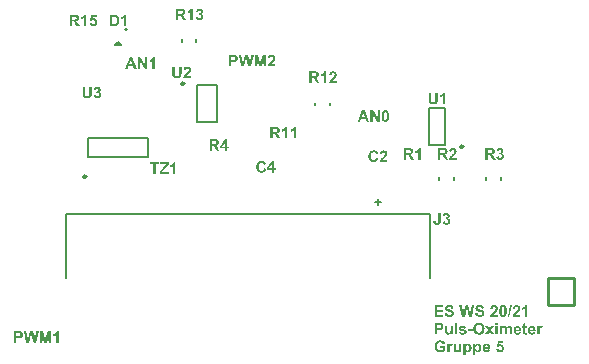
<source format=gto>
G04 Layer_Color=15132400*
%FSLAX42Y42*%
%MOMM*%
G71*
G01*
G75*
%ADD20C,0.25*%
%ADD35C,0.25*%
%ADD36C,0.15*%
%ADD37C,0.20*%
%ADD38C,0.20*%
%ADD39C,0.13*%
G36*
X8217Y7118D02*
X8218Y7118D01*
X8219Y7118D01*
X8220Y7117D01*
X8222Y7117D01*
X8224Y7116D01*
X8226Y7116D01*
X8228Y7115D01*
X8229Y7114D01*
X8231Y7113D01*
X8233Y7111D01*
X8235Y7110D01*
X8236Y7108D01*
X8236Y7108D01*
X8237Y7107D01*
X8237Y7107D01*
X8238Y7106D01*
X8239Y7104D01*
X8239Y7103D01*
X8240Y7101D01*
X8241Y7098D01*
X8242Y7096D01*
X8243Y7093D01*
X8244Y7090D01*
X8244Y7086D01*
X8245Y7082D01*
X8245Y7078D01*
X8246Y7073D01*
X8246Y7068D01*
Y7068D01*
Y7068D01*
Y7067D01*
Y7067D01*
Y7065D01*
X8246Y7064D01*
X8246Y7061D01*
X8245Y7059D01*
X8245Y7056D01*
X8245Y7053D01*
X8244Y7049D01*
X8243Y7046D01*
X8243Y7043D01*
X8242Y7040D01*
X8241Y7036D01*
X8239Y7033D01*
X8238Y7031D01*
X8236Y7028D01*
X8236Y7028D01*
X8236Y7028D01*
X8235Y7027D01*
X8235Y7027D01*
X8234Y7026D01*
X8233Y7025D01*
X8232Y7024D01*
X8231Y7023D01*
X8229Y7022D01*
X8227Y7021D01*
X8226Y7020D01*
X8224Y7020D01*
X8221Y7019D01*
X8219Y7019D01*
X8217Y7018D01*
X8214Y7018D01*
X8214D01*
X8213Y7018D01*
X8212D01*
X8211Y7018D01*
X8209Y7019D01*
X8208Y7019D01*
X8206Y7020D01*
X8204Y7020D01*
X8202Y7021D01*
X8200Y7022D01*
X8199Y7023D01*
X8197Y7024D01*
X8195Y7025D01*
X8193Y7027D01*
X8191Y7029D01*
X8191Y7029D01*
X8191Y7030D01*
X8190Y7030D01*
X8190Y7031D01*
X8189Y7032D01*
X8188Y7034D01*
X8188Y7036D01*
X8187Y7038D01*
X8186Y7041D01*
X8185Y7043D01*
X8185Y7047D01*
X8184Y7050D01*
X8183Y7054D01*
X8183Y7058D01*
X8183Y7063D01*
X8183Y7068D01*
Y7068D01*
Y7068D01*
Y7069D01*
Y7069D01*
Y7071D01*
X8183Y7073D01*
X8183Y7075D01*
X8183Y7078D01*
X8183Y7080D01*
X8184Y7084D01*
X8184Y7087D01*
X8185Y7090D01*
X8186Y7093D01*
X8187Y7097D01*
X8188Y7100D01*
X8189Y7103D01*
X8190Y7106D01*
X8192Y7108D01*
X8192Y7108D01*
X8192Y7108D01*
X8193Y7109D01*
X8194Y7110D01*
X8194Y7110D01*
X8195Y7111D01*
X8197Y7112D01*
X8198Y7113D01*
X8199Y7114D01*
X8201Y7115D01*
X8203Y7116D01*
X8205Y7117D01*
X8207Y7117D01*
X8209Y7118D01*
X8212Y7118D01*
X8214Y7118D01*
X8216D01*
X8217Y7118D01*
D02*
G37*
G36*
X9164Y5300D02*
X9145D01*
Y5318D01*
X9164D01*
Y5300D01*
D02*
G37*
G36*
X8078Y7020D02*
X8057D01*
X8048Y7042D01*
X8009D01*
X8001Y7020D01*
X7980D01*
X8018Y7118D01*
X8039D01*
X8078Y7020D01*
D02*
G37*
G36*
X6108Y7470D02*
X6087D01*
X6078Y7492D01*
X6039D01*
X6031Y7470D01*
X6010D01*
X6048Y7568D01*
X6069D01*
X6108Y7470D01*
D02*
G37*
G36*
X8166Y7020D02*
X8146D01*
X8107Y7084D01*
Y7020D01*
X8088D01*
Y7118D01*
X8107D01*
X8148Y7052D01*
Y7118D01*
X8166D01*
Y7020D01*
D02*
G37*
G36*
X9265Y5292D02*
X9267Y5292D01*
X9269Y5291D01*
X9271Y5291D01*
X9273Y5290D01*
X9276Y5289D01*
X9276Y5289D01*
X9276Y5289D01*
X9277Y5288D01*
X9279Y5287D01*
X9280Y5285D01*
X9281Y5284D01*
X9283Y5282D01*
X9284Y5280D01*
X9284Y5280D01*
X9284Y5279D01*
X9284Y5278D01*
X9285Y5276D01*
X9285Y5274D01*
X9285Y5272D01*
X9286Y5269D01*
X9286Y5265D01*
Y5220D01*
X9267D01*
Y5260D01*
Y5260D01*
Y5261D01*
Y5261D01*
Y5262D01*
X9267Y5264D01*
X9267Y5266D01*
X9266Y5268D01*
X9266Y5270D01*
X9266Y5272D01*
X9265Y5273D01*
X9265Y5274D01*
X9265Y5274D01*
X9264Y5275D01*
X9264Y5275D01*
X9263Y5276D01*
X9262Y5277D01*
X9260Y5277D01*
X9259Y5278D01*
X9257Y5278D01*
X9256D01*
X9255Y5278D01*
X9254Y5278D01*
X9253Y5277D01*
X9252Y5277D01*
X9251Y5276D01*
X9249Y5276D01*
X9249Y5275D01*
X9249Y5275D01*
X9248Y5275D01*
X9248Y5274D01*
X9247Y5273D01*
X9246Y5272D01*
X9245Y5270D01*
X9244Y5268D01*
Y5268D01*
X9244Y5268D01*
X9244Y5267D01*
X9244Y5265D01*
X9244Y5263D01*
X9243Y5260D01*
X9243Y5257D01*
Y5254D01*
Y5220D01*
X9224D01*
Y5259D01*
Y5259D01*
Y5259D01*
Y5260D01*
Y5260D01*
Y5262D01*
X9224Y5264D01*
X9224Y5266D01*
X9224Y5268D01*
X9224Y5270D01*
X9223Y5271D01*
X9223Y5272D01*
Y5272D01*
X9223Y5272D01*
X9223Y5273D01*
X9222Y5274D01*
X9222Y5275D01*
X9221Y5276D01*
X9220Y5276D01*
X9220Y5277D01*
X9220Y5277D01*
X9219Y5277D01*
X9219Y5277D01*
X9218Y5278D01*
X9217Y5278D01*
X9216Y5278D01*
X9214D01*
X9213Y5278D01*
X9212Y5278D01*
X9211Y5277D01*
X9209Y5277D01*
X9208Y5276D01*
X9207Y5276D01*
X9207Y5275D01*
X9206Y5275D01*
X9206Y5275D01*
X9205Y5274D01*
X9204Y5273D01*
X9203Y5272D01*
X9202Y5270D01*
X9202Y5269D01*
Y5269D01*
X9201Y5268D01*
X9201Y5267D01*
X9201Y5265D01*
X9201Y5263D01*
X9201Y5261D01*
X9200Y5258D01*
Y5254D01*
Y5220D01*
X9182D01*
Y5291D01*
X9199D01*
Y5281D01*
X9199Y5281D01*
X9199Y5281D01*
X9200Y5282D01*
X9201Y5283D01*
X9201Y5284D01*
X9202Y5285D01*
X9204Y5286D01*
X9205Y5287D01*
X9207Y5288D01*
X9208Y5289D01*
X9212Y5291D01*
X9214Y5291D01*
X9216Y5292D01*
X9218Y5292D01*
X9221Y5292D01*
X9222D01*
X9223Y5292D01*
X9225Y5292D01*
X9227Y5292D01*
X9229Y5291D01*
X9231Y5290D01*
X9233Y5289D01*
X9233Y5289D01*
X9233Y5289D01*
X9234Y5288D01*
X9235Y5287D01*
X9237Y5286D01*
X9238Y5285D01*
X9240Y5283D01*
X9241Y5281D01*
X9241Y5281D01*
X9242Y5282D01*
X9243Y5283D01*
X9244Y5284D01*
X9245Y5286D01*
X9247Y5287D01*
X9249Y5288D01*
X9251Y5289D01*
X9251Y5290D01*
X9252Y5290D01*
X9253Y5290D01*
X9254Y5291D01*
X9256Y5291D01*
X9258Y5292D01*
X9260Y5292D01*
X9262Y5292D01*
X9264D01*
X9265Y5292D01*
D02*
G37*
G36*
X8952Y5246D02*
X8916D01*
Y5265D01*
X8952D01*
Y5246D01*
D02*
G37*
G36*
X8785Y5220D02*
X8767D01*
Y5231D01*
X8767Y5230D01*
X8767Y5230D01*
X8766Y5229D01*
X8765Y5227D01*
X8763Y5226D01*
X8761Y5224D01*
X8759Y5223D01*
X8757Y5222D01*
X8757Y5221D01*
X8756Y5221D01*
X8755Y5221D01*
X8753Y5220D01*
X8751Y5219D01*
X8749Y5219D01*
X8746Y5219D01*
X8744Y5218D01*
X8743D01*
X8741Y5219D01*
X8740Y5219D01*
X8738Y5219D01*
X8735Y5220D01*
X8733Y5221D01*
X8731Y5222D01*
X8731Y5222D01*
X8730Y5222D01*
X8729Y5223D01*
X8728Y5224D01*
X8727Y5225D01*
X8725Y5226D01*
X8724Y5228D01*
X8723Y5230D01*
X8723Y5231D01*
X8722Y5231D01*
X8722Y5233D01*
X8722Y5234D01*
X8721Y5237D01*
X8721Y5239D01*
X8721Y5242D01*
X8720Y5246D01*
Y5291D01*
X8739D01*
Y5258D01*
Y5258D01*
Y5257D01*
Y5257D01*
Y5256D01*
Y5255D01*
Y5253D01*
X8739Y5250D01*
X8739Y5247D01*
X8740Y5244D01*
X8740Y5243D01*
X8740Y5242D01*
X8740Y5241D01*
X8740Y5240D01*
Y5240D01*
X8740Y5239D01*
X8741Y5239D01*
X8741Y5238D01*
X8741Y5237D01*
X8742Y5236D01*
X8743Y5236D01*
X8744Y5235D01*
X8744Y5235D01*
X8744Y5234D01*
X8745Y5234D01*
X8746Y5234D01*
X8747Y5233D01*
X8748Y5233D01*
X8749Y5233D01*
X8751Y5233D01*
X8752D01*
X8753Y5233D01*
X8754Y5233D01*
X8755Y5233D01*
X8756Y5234D01*
X8758Y5235D01*
X8759Y5235D01*
X8760Y5236D01*
X8760Y5236D01*
X8761Y5236D01*
X8762Y5237D01*
X8762Y5238D01*
X8763Y5239D01*
X8764Y5240D01*
X8765Y5242D01*
Y5242D01*
X8765Y5243D01*
Y5243D01*
X8765Y5244D01*
X8765Y5245D01*
X8765Y5246D01*
X8765Y5247D01*
X8766Y5248D01*
X8766Y5250D01*
Y5252D01*
X8766Y5254D01*
X8766Y5256D01*
Y5258D01*
Y5261D01*
Y5291D01*
X8785D01*
Y5220D01*
D02*
G37*
G36*
X8871Y5292D02*
X8873Y5292D01*
X8874Y5292D01*
X8876Y5292D01*
X8879Y5291D01*
X8883Y5290D01*
X8886Y5289D01*
X8888Y5288D01*
X8889Y5288D01*
X8889D01*
X8890Y5287D01*
X8890Y5287D01*
X8892Y5286D01*
X8893Y5284D01*
X8895Y5282D01*
X8896Y5280D01*
X8898Y5277D01*
X8899Y5274D01*
X8881Y5270D01*
Y5271D01*
X8881Y5271D01*
X8881Y5272D01*
X8880Y5273D01*
X8880Y5274D01*
X8879Y5275D01*
X8878Y5276D01*
X8877Y5277D01*
X8877Y5277D01*
X8876Y5277D01*
X8876Y5277D01*
X8875Y5278D01*
X8873Y5278D01*
X8872Y5279D01*
X8870Y5279D01*
X8868Y5279D01*
X8867D01*
X8865Y5279D01*
X8864Y5279D01*
X8862Y5278D01*
X8860Y5278D01*
X8859Y5278D01*
X8857Y5277D01*
X8857D01*
X8857Y5277D01*
X8856Y5276D01*
X8856Y5275D01*
X8855Y5274D01*
X8855Y5273D01*
Y5273D01*
Y5273D01*
X8856Y5272D01*
X8856Y5271D01*
X8857Y5270D01*
X8857Y5270D01*
X8857Y5269D01*
X8858Y5269D01*
X8858Y5269D01*
X8859Y5269D01*
X8859Y5269D01*
X8860Y5268D01*
X8861Y5268D01*
X8862Y5268D01*
X8864Y5267D01*
X8866Y5267D01*
X8867Y5266D01*
X8870Y5266D01*
X8872Y5265D01*
X8875Y5264D01*
X8875D01*
X8875Y5264D01*
X8876Y5264D01*
X8877Y5264D01*
X8878Y5263D01*
X8880Y5263D01*
X8883Y5262D01*
X8886Y5261D01*
X8890Y5259D01*
X8891Y5258D01*
X8893Y5258D01*
X8894Y5257D01*
X8895Y5256D01*
X8896Y5256D01*
X8896Y5255D01*
X8897Y5254D01*
X8898Y5252D01*
X8900Y5250D01*
X8900Y5248D01*
X8901Y5245D01*
X8901Y5242D01*
Y5242D01*
Y5242D01*
Y5241D01*
X8901Y5240D01*
X8901Y5240D01*
X8901Y5239D01*
X8900Y5236D01*
X8899Y5234D01*
X8899Y5232D01*
X8898Y5231D01*
X8897Y5230D01*
X8896Y5228D01*
X8895Y5227D01*
X8893Y5225D01*
X8893Y5225D01*
X8893Y5225D01*
X8892Y5225D01*
X8892Y5224D01*
X8891Y5224D01*
X8890Y5223D01*
X8889Y5223D01*
X8887Y5222D01*
X8886Y5221D01*
X8884Y5221D01*
X8882Y5220D01*
X8880Y5220D01*
X8877Y5219D01*
X8875Y5219D01*
X8872Y5219D01*
X8869Y5218D01*
X8868D01*
X8867Y5219D01*
X8866D01*
X8864Y5219D01*
X8863Y5219D01*
X8861Y5219D01*
X8857Y5220D01*
X8853Y5221D01*
X8850Y5222D01*
X8848Y5223D01*
X8846Y5224D01*
X8846Y5224D01*
X8846Y5225D01*
X8845Y5225D01*
X8845Y5225D01*
X8843Y5227D01*
X8842Y5228D01*
X8840Y5231D01*
X8838Y5233D01*
X8837Y5237D01*
X8835Y5240D01*
X8854Y5243D01*
Y5243D01*
X8854Y5242D01*
X8855Y5241D01*
X8855Y5240D01*
X8856Y5238D01*
X8857Y5237D01*
X8858Y5236D01*
X8859Y5235D01*
X8859Y5235D01*
X8860Y5234D01*
X8860Y5234D01*
X8862Y5233D01*
X8863Y5233D01*
X8865Y5232D01*
X8867Y5232D01*
X8869Y5232D01*
X8870D01*
X8872Y5232D01*
X8873Y5232D01*
X8875Y5233D01*
X8877Y5233D01*
X8879Y5234D01*
X8880Y5235D01*
X8880Y5235D01*
X8881Y5235D01*
X8881Y5235D01*
X8881Y5236D01*
X8882Y5237D01*
X8882Y5237D01*
X8882Y5238D01*
X8883Y5240D01*
Y5240D01*
Y5240D01*
X8882Y5241D01*
X8882Y5242D01*
X8881Y5243D01*
X8881Y5243D01*
X8881Y5244D01*
X8880Y5244D01*
X8879Y5244D01*
X8878Y5245D01*
X8877Y5245D01*
X8875Y5246D01*
X8875D01*
X8874Y5246D01*
X8873Y5246D01*
X8871Y5246D01*
X8870Y5247D01*
X8868Y5247D01*
X8865Y5248D01*
X8863Y5249D01*
X8858Y5250D01*
X8856Y5251D01*
X8853Y5252D01*
X8851Y5252D01*
X8849Y5253D01*
X8848Y5254D01*
X8846Y5255D01*
X8846Y5255D01*
X8846Y5255D01*
X8846Y5255D01*
X8845Y5256D01*
X8844Y5257D01*
X8842Y5259D01*
X8841Y5261D01*
X8839Y5264D01*
X8839Y5265D01*
X8838Y5267D01*
X8838Y5269D01*
X8838Y5271D01*
Y5271D01*
Y5271D01*
Y5271D01*
X8838Y5272D01*
X8838Y5273D01*
X8838Y5274D01*
X8839Y5276D01*
X8840Y5278D01*
X8841Y5281D01*
X8842Y5282D01*
X8843Y5284D01*
X8844Y5285D01*
X8845Y5286D01*
X8845Y5286D01*
X8845Y5286D01*
X8846Y5287D01*
X8847Y5287D01*
X8847Y5287D01*
X8848Y5288D01*
X8849Y5289D01*
X8851Y5289D01*
X8852Y5290D01*
X8854Y5290D01*
X8856Y5291D01*
X8858Y5291D01*
X8860Y5292D01*
X8862Y5292D01*
X8865Y5292D01*
X8870D01*
X8871Y5292D01*
D02*
G37*
G36*
X9536D02*
X9538Y5292D01*
X9540Y5291D01*
X9542Y5291D01*
X9544Y5290D01*
X9546Y5289D01*
X9540Y5272D01*
X9540Y5273D01*
X9539Y5273D01*
X9539Y5273D01*
X9537Y5274D01*
X9536Y5275D01*
X9535Y5275D01*
X9533Y5275D01*
X9532Y5276D01*
X9531D01*
X9530Y5275D01*
X9529Y5275D01*
X9528Y5275D01*
X9527Y5275D01*
X9526Y5274D01*
X9525Y5273D01*
X9525Y5273D01*
X9524Y5273D01*
X9524Y5272D01*
X9523Y5271D01*
X9523Y5270D01*
X9522Y5269D01*
X9521Y5267D01*
X9521Y5265D01*
Y5265D01*
X9521Y5265D01*
X9520Y5264D01*
Y5264D01*
X9520Y5263D01*
X9520Y5262D01*
X9520Y5260D01*
X9520Y5259D01*
X9520Y5257D01*
X9520Y5255D01*
Y5253D01*
X9519Y5251D01*
X9519Y5248D01*
Y5245D01*
Y5242D01*
Y5220D01*
X9500D01*
Y5291D01*
X9518D01*
Y5281D01*
X9518Y5281D01*
X9519Y5282D01*
X9519Y5283D01*
X9521Y5285D01*
X9522Y5286D01*
X9523Y5288D01*
X9524Y5289D01*
X9526Y5290D01*
X9526Y5290D01*
X9526Y5290D01*
X9527Y5291D01*
X9528Y5291D01*
X9529Y5292D01*
X9531Y5292D01*
X9532Y5292D01*
X9534Y5292D01*
X9535D01*
X9536Y5292D01*
D02*
G37*
G36*
X9108Y5257D02*
X9134Y5220D01*
X9111D01*
X9096Y5242D01*
X9082Y5220D01*
X9060D01*
X9086Y5256D01*
X9061Y5291D01*
X9084D01*
X9096Y5271D01*
X9110Y5291D01*
X9132D01*
X9108Y5257D01*
D02*
G37*
G36*
X6260Y7470D02*
X6242D01*
Y7541D01*
X6241Y7540D01*
X6241Y7540D01*
X6241Y7540D01*
X6240Y7539D01*
X6239Y7538D01*
X6238Y7537D01*
X6236Y7536D01*
X6235Y7535D01*
X6233Y7534D01*
X6231Y7533D01*
X6229Y7532D01*
X6227Y7531D01*
X6223Y7529D01*
X6218Y7527D01*
Y7543D01*
X6218D01*
X6218Y7544D01*
X6218Y7544D01*
X6219Y7544D01*
X6220Y7545D01*
X6222Y7545D01*
X6225Y7547D01*
X6227Y7548D01*
X6230Y7550D01*
X6233Y7552D01*
X6233Y7552D01*
X6234Y7553D01*
X6234Y7553D01*
X6235Y7554D01*
X6236Y7555D01*
X6238Y7557D01*
X6240Y7559D01*
X6242Y7562D01*
X6244Y7565D01*
X6245Y7568D01*
X6260D01*
Y7470D01*
D02*
G37*
G36*
X5256Y5150D02*
X5235D01*
X5215Y5223D01*
X5196Y5150D01*
X5174D01*
X5151Y5248D01*
X5171D01*
X5186Y5180D01*
X5204Y5248D01*
X5228D01*
X5245Y5179D01*
X5259Y5248D01*
X5279D01*
X5256Y5150D01*
D02*
G37*
G36*
X5447D02*
X5428D01*
Y5221D01*
X5428Y5220D01*
X5428Y5220D01*
X5427Y5220D01*
X5426Y5219D01*
X5425Y5218D01*
X5424Y5217D01*
X5423Y5216D01*
X5421Y5215D01*
X5419Y5214D01*
X5418Y5213D01*
X5416Y5212D01*
X5414Y5211D01*
X5409Y5209D01*
X5404Y5207D01*
Y5223D01*
X5404D01*
X5404Y5224D01*
X5405Y5224D01*
X5405Y5224D01*
X5407Y5225D01*
X5409Y5225D01*
X5411Y5227D01*
X5414Y5228D01*
X5417Y5230D01*
X5420Y5232D01*
X5420Y5232D01*
X5420Y5233D01*
X5421Y5233D01*
X5421Y5234D01*
X5423Y5235D01*
X5424Y5237D01*
X5426Y5239D01*
X5428Y5242D01*
X5430Y5245D01*
X5432Y5248D01*
X5447D01*
Y5150D01*
D02*
G37*
G36*
X5383D02*
X5365D01*
X5365Y5227D01*
X5346Y5150D01*
X5327D01*
X5308Y5227D01*
Y5150D01*
X5289D01*
Y5248D01*
X5319D01*
X5336Y5181D01*
X5354Y5248D01*
X5383D01*
Y5150D01*
D02*
G37*
G36*
X6874Y6811D02*
X6886D01*
Y6795D01*
X6874D01*
Y6775D01*
X6856D01*
Y6795D01*
X6816D01*
Y6811D01*
X6858Y6873D01*
X6874D01*
Y6811D01*
D02*
G37*
G36*
X6770Y6872D02*
X6772D01*
X6773Y6872D01*
X6775D01*
X6779Y6872D01*
X6783Y6871D01*
X6786Y6871D01*
X6788Y6870D01*
X6789Y6870D01*
X6789D01*
X6789Y6870D01*
X6790Y6869D01*
X6792Y6869D01*
X6793Y6868D01*
X6795Y6866D01*
X6797Y6865D01*
X6799Y6863D01*
X6800Y6860D01*
Y6860D01*
X6801Y6860D01*
X6801Y6860D01*
X6801Y6859D01*
X6802Y6858D01*
X6803Y6856D01*
X6803Y6854D01*
X6804Y6851D01*
X6805Y6848D01*
X6805Y6845D01*
Y6845D01*
Y6845D01*
Y6844D01*
X6805Y6843D01*
Y6842D01*
X6805Y6841D01*
X6804Y6839D01*
X6803Y6836D01*
X6802Y6833D01*
X6800Y6830D01*
X6799Y6828D01*
X6798Y6827D01*
X6798Y6827D01*
X6798Y6827D01*
X6798Y6826D01*
X6797Y6826D01*
X6796Y6825D01*
X6796Y6825D01*
X6795Y6824D01*
X6794Y6823D01*
X6792Y6822D01*
X6791Y6822D01*
X6789Y6821D01*
X6787Y6820D01*
X6785Y6820D01*
X6784Y6819D01*
X6781Y6818D01*
X6779Y6818D01*
X6779D01*
X6779Y6818D01*
X6780Y6817D01*
X6781Y6817D01*
X6783Y6816D01*
X6784Y6814D01*
X6786Y6813D01*
X6788Y6812D01*
X6789Y6810D01*
X6790Y6810D01*
X6790Y6809D01*
X6791Y6808D01*
X6792Y6806D01*
X6794Y6804D01*
X6795Y6803D01*
X6796Y6801D01*
X6797Y6800D01*
X6798Y6798D01*
X6799Y6796D01*
X6801Y6794D01*
X6813Y6775D01*
X6789D01*
X6775Y6796D01*
X6775Y6796D01*
X6775Y6797D01*
X6774Y6797D01*
X6774Y6798D01*
X6773Y6799D01*
X6772Y6800D01*
X6771Y6802D01*
X6769Y6805D01*
X6767Y6807D01*
X6766Y6809D01*
X6765Y6810D01*
X6764Y6811D01*
X6764Y6811D01*
X6764Y6811D01*
X6763Y6812D01*
X6763Y6812D01*
X6762Y6813D01*
X6761Y6813D01*
X6760Y6814D01*
X6759Y6815D01*
X6758D01*
X6758Y6815D01*
X6757Y6815D01*
X6756Y6815D01*
X6755Y6815D01*
X6753Y6816D01*
X6751Y6816D01*
X6745D01*
Y6775D01*
X6725D01*
Y6873D01*
X6769D01*
X6770Y6872D01*
D02*
G37*
G36*
X5107Y5247D02*
X5111D01*
X5115Y5247D01*
X5119Y5247D01*
X5121Y5247D01*
X5122Y5247D01*
X5124Y5246D01*
X5125Y5246D01*
X5125D01*
X5125Y5246D01*
X5126Y5246D01*
X5126Y5246D01*
X5128Y5245D01*
X5130Y5244D01*
X5132Y5243D01*
X5134Y5241D01*
X5137Y5239D01*
X5139Y5236D01*
Y5236D01*
X5139Y5236D01*
X5139Y5236D01*
X5140Y5235D01*
X5140Y5234D01*
X5141Y5233D01*
X5141Y5232D01*
X5142Y5231D01*
X5143Y5229D01*
X5144Y5225D01*
X5144Y5222D01*
X5145Y5218D01*
Y5217D01*
Y5217D01*
Y5217D01*
Y5216D01*
X5145Y5215D01*
Y5214D01*
X5144Y5212D01*
X5144Y5210D01*
X5143Y5207D01*
X5142Y5205D01*
X5141Y5202D01*
X5141Y5202D01*
X5141Y5201D01*
X5140Y5200D01*
X5139Y5199D01*
X5138Y5197D01*
X5136Y5196D01*
X5135Y5194D01*
X5133Y5193D01*
X5133Y5193D01*
X5132Y5192D01*
X5131Y5192D01*
X5130Y5191D01*
X5128Y5190D01*
X5127Y5189D01*
X5125Y5189D01*
X5123Y5188D01*
X5123D01*
X5122Y5188D01*
X5122D01*
X5121Y5188D01*
X5120Y5188D01*
X5119Y5187D01*
X5118D01*
X5116Y5187D01*
X5115Y5187D01*
X5113Y5187D01*
X5111Y5187D01*
X5109D01*
X5107Y5187D01*
X5090D01*
Y5150D01*
X5070D01*
Y5248D01*
X5106D01*
X5107Y5247D01*
D02*
G37*
G36*
X6927Y7587D02*
X6931D01*
X6935Y7587D01*
X6939Y7587D01*
X6941Y7587D01*
X6942Y7587D01*
X6944Y7586D01*
X6945Y7586D01*
X6945D01*
X6945Y7586D01*
X6946Y7586D01*
X6946Y7586D01*
X6948Y7585D01*
X6950Y7584D01*
X6952Y7583D01*
X6954Y7581D01*
X6957Y7579D01*
X6959Y7576D01*
Y7576D01*
X6959Y7576D01*
X6959Y7576D01*
X6960Y7575D01*
X6960Y7574D01*
X6961Y7573D01*
X6961Y7572D01*
X6962Y7571D01*
X6963Y7569D01*
X6964Y7565D01*
X6964Y7562D01*
X6965Y7558D01*
Y7557D01*
Y7557D01*
Y7557D01*
Y7556D01*
X6965Y7555D01*
Y7554D01*
X6964Y7552D01*
X6964Y7550D01*
X6963Y7547D01*
X6962Y7545D01*
X6961Y7542D01*
X6961Y7542D01*
X6961Y7541D01*
X6960Y7540D01*
X6959Y7539D01*
X6958Y7537D01*
X6956Y7536D01*
X6955Y7534D01*
X6953Y7533D01*
X6953Y7533D01*
X6952Y7532D01*
X6951Y7532D01*
X6950Y7531D01*
X6948Y7530D01*
X6947Y7529D01*
X6945Y7529D01*
X6943Y7528D01*
X6943D01*
X6942Y7528D01*
X6942D01*
X6941Y7528D01*
X6940Y7528D01*
X6939Y7527D01*
X6938D01*
X6936Y7527D01*
X6935Y7527D01*
X6933Y7527D01*
X6931Y7527D01*
X6929D01*
X6927Y7527D01*
X6910D01*
Y7490D01*
X6890D01*
Y7588D01*
X6926D01*
X6927Y7587D01*
D02*
G37*
G36*
X6196Y7470D02*
X6176D01*
X6137Y7534D01*
Y7470D01*
X6118D01*
Y7568D01*
X6137D01*
X6178Y7502D01*
Y7568D01*
X6196D01*
Y7470D01*
D02*
G37*
G36*
X7254Y7588D02*
X7255Y7588D01*
X7256Y7588D01*
X7258Y7587D01*
X7259Y7587D01*
X7263Y7586D01*
X7267Y7585D01*
X7269Y7584D01*
X7270Y7583D01*
X7272Y7582D01*
X7274Y7580D01*
X7274Y7580D01*
X7274Y7580D01*
X7275Y7579D01*
X7275Y7579D01*
X7276Y7578D01*
X7277Y7577D01*
X7277Y7576D01*
X7278Y7575D01*
X7279Y7572D01*
X7281Y7569D01*
X7281Y7567D01*
X7282Y7565D01*
X7282Y7563D01*
X7282Y7561D01*
Y7560D01*
Y7560D01*
X7282Y7558D01*
X7282Y7557D01*
X7282Y7555D01*
X7281Y7553D01*
X7281Y7550D01*
X7280Y7548D01*
X7280Y7548D01*
X7279Y7547D01*
X7279Y7546D01*
X7278Y7544D01*
X7277Y7543D01*
X7276Y7540D01*
X7274Y7538D01*
X7272Y7536D01*
X7272Y7536D01*
X7272Y7535D01*
X7271Y7534D01*
X7269Y7533D01*
X7268Y7531D01*
X7266Y7529D01*
X7263Y7526D01*
X7260Y7523D01*
X7260Y7523D01*
X7260Y7523D01*
X7259Y7523D01*
X7259Y7522D01*
X7257Y7521D01*
X7255Y7519D01*
X7253Y7517D01*
X7252Y7515D01*
X7250Y7514D01*
X7249Y7513D01*
X7249Y7512D01*
X7249Y7512D01*
X7248Y7512D01*
X7248Y7511D01*
X7247Y7511D01*
X7246Y7509D01*
X7245Y7507D01*
X7282D01*
Y7490D01*
X7217D01*
Y7490D01*
Y7490D01*
X7217Y7491D01*
X7217Y7492D01*
X7217Y7493D01*
X7217Y7494D01*
X7218Y7496D01*
X7219Y7499D01*
X7220Y7502D01*
X7221Y7505D01*
X7223Y7509D01*
Y7509D01*
X7223Y7509D01*
X7224Y7510D01*
X7224Y7510D01*
X7225Y7511D01*
X7226Y7512D01*
X7226Y7513D01*
X7228Y7515D01*
X7229Y7517D01*
X7230Y7518D01*
X7232Y7520D01*
X7234Y7522D01*
X7236Y7524D01*
X7239Y7527D01*
X7241Y7529D01*
X7244Y7532D01*
X7244Y7532D01*
X7245Y7533D01*
X7245Y7533D01*
X7246Y7534D01*
X7247Y7535D01*
X7248Y7536D01*
X7251Y7538D01*
X7253Y7541D01*
X7256Y7544D01*
X7257Y7545D01*
X7258Y7546D01*
X7259Y7547D01*
X7259Y7548D01*
X7260Y7548D01*
X7260Y7549D01*
X7261Y7550D01*
X7261Y7552D01*
X7262Y7553D01*
X7263Y7555D01*
X7263Y7557D01*
X7263Y7559D01*
Y7560D01*
Y7560D01*
Y7560D01*
X7263Y7562D01*
X7263Y7563D01*
X7263Y7565D01*
X7262Y7566D01*
X7261Y7568D01*
X7260Y7569D01*
X7260Y7569D01*
X7259Y7570D01*
X7259Y7570D01*
X7258Y7571D01*
X7256Y7571D01*
X7255Y7572D01*
X7253Y7572D01*
X7251Y7573D01*
X7250D01*
X7249Y7572D01*
X7247Y7572D01*
X7246Y7572D01*
X7244Y7571D01*
X7243Y7570D01*
X7241Y7569D01*
X7241Y7569D01*
X7241Y7568D01*
X7240Y7568D01*
X7240Y7566D01*
X7239Y7565D01*
X7238Y7563D01*
X7238Y7560D01*
X7237Y7557D01*
X7219Y7559D01*
Y7559D01*
X7219Y7560D01*
Y7561D01*
X7219Y7562D01*
X7219Y7563D01*
X7220Y7564D01*
X7220Y7566D01*
X7221Y7568D01*
X7222Y7571D01*
X7224Y7575D01*
X7225Y7577D01*
X7226Y7579D01*
X7228Y7580D01*
X7229Y7581D01*
X7229Y7581D01*
X7230Y7582D01*
X7230Y7582D01*
X7231Y7582D01*
X7232Y7583D01*
X7233Y7583D01*
X7234Y7584D01*
X7235Y7585D01*
X7237Y7585D01*
X7238Y7586D01*
X7242Y7587D01*
X7247Y7588D01*
X7249Y7588D01*
X7251Y7588D01*
X7253D01*
X7254Y7588D01*
D02*
G37*
G36*
X7203Y7490D02*
X7185D01*
X7185Y7567D01*
X7166Y7490D01*
X7147D01*
X7128Y7567D01*
Y7490D01*
X7109D01*
Y7588D01*
X7139D01*
X7156Y7521D01*
X7174Y7588D01*
X7203D01*
Y7490D01*
D02*
G37*
G36*
X7076D02*
X7055D01*
X7035Y7563D01*
X7016Y7490D01*
X6994D01*
X6971Y7588D01*
X6991D01*
X7006Y7520D01*
X7024Y7588D01*
X7048D01*
X7065Y7519D01*
X7079Y7588D01*
X7099D01*
X7076Y7490D01*
D02*
G37*
G36*
X9213Y5468D02*
X9214Y5468D01*
X9215Y5468D01*
X9217Y5467D01*
X9219Y5467D01*
X9220Y5466D01*
X9222Y5466D01*
X9224Y5465D01*
X9226Y5464D01*
X9228Y5463D01*
X9229Y5461D01*
X9231Y5460D01*
X9233Y5458D01*
X9233Y5458D01*
X9233Y5457D01*
X9233Y5457D01*
X9234Y5456D01*
X9235Y5454D01*
X9236Y5453D01*
X9237Y5451D01*
X9237Y5448D01*
X9238Y5446D01*
X9239Y5443D01*
X9240Y5440D01*
X9241Y5436D01*
X9241Y5432D01*
X9242Y5428D01*
X9242Y5423D01*
X9242Y5418D01*
Y5418D01*
Y5418D01*
Y5417D01*
Y5417D01*
Y5415D01*
X9242Y5414D01*
X9242Y5411D01*
X9242Y5409D01*
X9241Y5406D01*
X9241Y5403D01*
X9241Y5399D01*
X9240Y5396D01*
X9239Y5393D01*
X9238Y5390D01*
X9237Y5386D01*
X9236Y5383D01*
X9234Y5381D01*
X9233Y5378D01*
X9233Y5378D01*
X9232Y5378D01*
X9232Y5377D01*
X9231Y5377D01*
X9230Y5376D01*
X9229Y5375D01*
X9228Y5374D01*
X9227Y5373D01*
X9225Y5372D01*
X9224Y5371D01*
X9222Y5370D01*
X9220Y5370D01*
X9218Y5369D01*
X9215Y5369D01*
X9213Y5368D01*
X9211Y5368D01*
X9210D01*
X9209Y5368D01*
X9208D01*
X9207Y5368D01*
X9206Y5369D01*
X9204Y5369D01*
X9202Y5370D01*
X9201Y5370D01*
X9199Y5371D01*
X9197Y5372D01*
X9195Y5373D01*
X9193Y5374D01*
X9191Y5375D01*
X9189Y5377D01*
X9188Y5379D01*
X9187Y5379D01*
X9187Y5380D01*
X9187Y5380D01*
X9186Y5381D01*
X9186Y5382D01*
X9185Y5384D01*
X9184Y5386D01*
X9183Y5388D01*
X9182Y5391D01*
X9182Y5393D01*
X9181Y5397D01*
X9180Y5400D01*
X9180Y5404D01*
X9179Y5408D01*
X9179Y5413D01*
X9179Y5418D01*
Y5418D01*
Y5418D01*
Y5419D01*
Y5419D01*
Y5421D01*
X9179Y5423D01*
X9179Y5425D01*
X9180Y5428D01*
X9180Y5430D01*
X9180Y5434D01*
X9181Y5437D01*
X9181Y5440D01*
X9182Y5443D01*
X9183Y5447D01*
X9184Y5450D01*
X9185Y5453D01*
X9187Y5456D01*
X9188Y5458D01*
X9189Y5458D01*
X9189Y5458D01*
X9189Y5459D01*
X9190Y5460D01*
X9191Y5460D01*
X9192Y5461D01*
X9193Y5462D01*
X9194Y5463D01*
X9196Y5464D01*
X9197Y5465D01*
X9199Y5466D01*
X9201Y5467D01*
X9203Y5467D01*
X9206Y5468D01*
X9208Y5468D01*
X9211Y5468D01*
X9212D01*
X9213Y5468D01*
D02*
G37*
G36*
X8681Y5169D02*
X8683Y5169D01*
X8685Y5169D01*
X8687Y5169D01*
X8689Y5168D01*
X8693Y5168D01*
X8698Y5166D01*
X8700Y5165D01*
X8703Y5164D01*
X8705Y5163D01*
X8707Y5162D01*
X8707Y5162D01*
X8707Y5161D01*
X8708Y5161D01*
X8708Y5160D01*
X8709Y5160D01*
X8710Y5159D01*
X8711Y5158D01*
X8712Y5156D01*
X8713Y5155D01*
X8714Y5153D01*
X8716Y5152D01*
X8717Y5150D01*
X8718Y5148D01*
X8719Y5146D01*
X8719Y5143D01*
X8720Y5141D01*
X8700Y5137D01*
Y5137D01*
X8700Y5137D01*
X8700Y5138D01*
X8699Y5139D01*
X8699Y5141D01*
X8698Y5143D01*
X8696Y5145D01*
X8694Y5147D01*
X8692Y5148D01*
X8692Y5149D01*
X8691Y5149D01*
X8690Y5150D01*
X8689Y5150D01*
X8687Y5151D01*
X8684Y5152D01*
X8681Y5152D01*
X8678Y5153D01*
X8677D01*
X8676Y5152D01*
X8675Y5152D01*
X8674Y5152D01*
X8672Y5152D01*
X8671Y5152D01*
X8668Y5151D01*
X8666Y5150D01*
X8664Y5149D01*
X8663Y5148D01*
X8661Y5147D01*
X8659Y5146D01*
X8658Y5144D01*
X8658Y5144D01*
X8657Y5144D01*
X8657Y5143D01*
X8657Y5143D01*
X8656Y5142D01*
X8655Y5141D01*
X8655Y5140D01*
X8654Y5138D01*
X8653Y5137D01*
X8653Y5135D01*
X8652Y5133D01*
X8651Y5131D01*
X8651Y5128D01*
X8651Y5126D01*
X8650Y5123D01*
X8650Y5120D01*
Y5120D01*
Y5119D01*
Y5118D01*
X8650Y5117D01*
X8651Y5116D01*
X8651Y5114D01*
X8651Y5112D01*
X8651Y5110D01*
X8652Y5106D01*
X8654Y5101D01*
X8654Y5099D01*
X8655Y5097D01*
X8657Y5095D01*
X8658Y5094D01*
X8658Y5094D01*
X8658Y5093D01*
X8659Y5093D01*
X8659Y5092D01*
X8660Y5092D01*
X8661Y5091D01*
X8662Y5090D01*
X8663Y5089D01*
X8665Y5088D01*
X8666Y5088D01*
X8670Y5086D01*
X8672Y5086D01*
X8674Y5085D01*
X8676Y5085D01*
X8678Y5085D01*
X8679D01*
X8680Y5085D01*
X8682Y5085D01*
X8684Y5086D01*
X8686Y5086D01*
X8688Y5086D01*
X8691Y5087D01*
X8691D01*
X8691Y5087D01*
X8692Y5088D01*
X8693Y5088D01*
X8694Y5089D01*
X8696Y5090D01*
X8698Y5091D01*
X8700Y5092D01*
X8701Y5093D01*
Y5106D01*
X8679D01*
Y5122D01*
X8721D01*
Y5083D01*
X8721Y5083D01*
X8721Y5083D01*
X8720Y5082D01*
X8719Y5082D01*
X8719Y5081D01*
X8717Y5080D01*
X8714Y5078D01*
X8711Y5076D01*
X8707Y5074D01*
X8703Y5073D01*
X8703D01*
X8703Y5073D01*
X8702Y5072D01*
X8701Y5072D01*
X8700Y5072D01*
X8699Y5071D01*
X8697Y5071D01*
X8696Y5070D01*
X8692Y5070D01*
X8688Y5069D01*
X8684Y5068D01*
X8679Y5068D01*
X8678D01*
X8677Y5068D01*
X8676D01*
X8674Y5068D01*
X8672Y5069D01*
X8670Y5069D01*
X8666Y5070D01*
X8662Y5071D01*
X8657Y5072D01*
X8655Y5073D01*
X8653Y5075D01*
X8653Y5075D01*
X8652Y5075D01*
X8652Y5075D01*
X8651Y5076D01*
X8650Y5076D01*
X8649Y5077D01*
X8648Y5078D01*
X8646Y5079D01*
X8644Y5082D01*
X8641Y5085D01*
X8638Y5089D01*
X8636Y5093D01*
Y5093D01*
X8635Y5094D01*
X8635Y5094D01*
X8635Y5095D01*
X8634Y5096D01*
X8634Y5097D01*
X8633Y5099D01*
X8633Y5101D01*
X8632Y5103D01*
X8632Y5105D01*
X8631Y5109D01*
X8630Y5114D01*
X8630Y5119D01*
Y5119D01*
Y5120D01*
Y5121D01*
X8630Y5122D01*
Y5123D01*
X8630Y5125D01*
X8631Y5126D01*
X8631Y5128D01*
X8632Y5132D01*
X8633Y5137D01*
X8634Y5142D01*
X8635Y5144D01*
X8636Y5146D01*
X8636Y5146D01*
X8637Y5147D01*
X8637Y5147D01*
X8637Y5148D01*
X8638Y5149D01*
X8639Y5150D01*
X8640Y5151D01*
X8641Y5153D01*
X8642Y5154D01*
X8644Y5156D01*
X8645Y5157D01*
X8647Y5159D01*
X8649Y5160D01*
X8651Y5162D01*
X8655Y5164D01*
X8655D01*
X8655Y5165D01*
X8656Y5165D01*
X8657Y5165D01*
X8658Y5166D01*
X8659Y5166D01*
X8660Y5166D01*
X8661Y5167D01*
X8663Y5167D01*
X8665Y5168D01*
X8667Y5168D01*
X8669Y5169D01*
X8673Y5169D01*
X8678Y5169D01*
X8680D01*
X8681Y5169D01*
D02*
G37*
G36*
X9263Y5368D02*
X9249D01*
X9273Y5469D01*
X9287D01*
X9263Y5368D01*
D02*
G37*
G36*
X9138Y5468D02*
X9139Y5468D01*
X9140Y5468D01*
X9142Y5467D01*
X9144Y5467D01*
X9147Y5466D01*
X9151Y5465D01*
X9153Y5464D01*
X9155Y5463D01*
X9156Y5462D01*
X9158Y5460D01*
X9158Y5460D01*
X9158Y5460D01*
X9159Y5459D01*
X9159Y5459D01*
X9160Y5458D01*
X9161Y5457D01*
X9161Y5456D01*
X9162Y5455D01*
X9164Y5452D01*
X9165Y5449D01*
X9166Y5447D01*
X9166Y5445D01*
X9166Y5443D01*
X9166Y5441D01*
Y5440D01*
Y5440D01*
X9166Y5438D01*
X9166Y5437D01*
X9166Y5435D01*
X9165Y5433D01*
X9165Y5430D01*
X9164Y5428D01*
X9164Y5428D01*
X9163Y5427D01*
X9163Y5426D01*
X9162Y5424D01*
X9161Y5423D01*
X9160Y5420D01*
X9158Y5418D01*
X9156Y5416D01*
X9156Y5416D01*
X9156Y5415D01*
X9155Y5414D01*
X9154Y5413D01*
X9152Y5411D01*
X9150Y5409D01*
X9147Y5406D01*
X9144Y5403D01*
X9144Y5403D01*
X9144Y5403D01*
X9143Y5403D01*
X9143Y5402D01*
X9141Y5401D01*
X9139Y5399D01*
X9137Y5397D01*
X9136Y5395D01*
X9134Y5394D01*
X9133Y5393D01*
X9133Y5392D01*
X9133Y5392D01*
X9132Y5392D01*
X9132Y5391D01*
X9131Y5391D01*
X9130Y5389D01*
X9129Y5387D01*
X9166D01*
Y5370D01*
X9101D01*
Y5370D01*
Y5370D01*
X9101Y5371D01*
X9101Y5372D01*
X9101Y5373D01*
X9101Y5374D01*
X9102Y5376D01*
X9103Y5379D01*
X9104Y5382D01*
X9105Y5385D01*
X9107Y5389D01*
Y5389D01*
X9107Y5389D01*
X9108Y5390D01*
X9108Y5390D01*
X9109Y5391D01*
X9110Y5392D01*
X9111Y5393D01*
X9112Y5395D01*
X9113Y5397D01*
X9115Y5398D01*
X9116Y5400D01*
X9118Y5402D01*
X9120Y5404D01*
X9123Y5407D01*
X9125Y5409D01*
X9128Y5412D01*
X9128Y5412D01*
X9129Y5413D01*
X9129Y5413D01*
X9130Y5414D01*
X9131Y5415D01*
X9132Y5416D01*
X9135Y5418D01*
X9137Y5421D01*
X9140Y5424D01*
X9141Y5425D01*
X9142Y5426D01*
X9143Y5427D01*
X9144Y5428D01*
X9144Y5428D01*
X9144Y5429D01*
X9145Y5430D01*
X9146Y5432D01*
X9146Y5433D01*
X9147Y5435D01*
X9147Y5437D01*
X9148Y5439D01*
Y5440D01*
Y5440D01*
Y5440D01*
X9147Y5442D01*
X9147Y5443D01*
X9147Y5445D01*
X9146Y5446D01*
X9145Y5448D01*
X9144Y5449D01*
X9144Y5449D01*
X9144Y5450D01*
X9143Y5450D01*
X9142Y5451D01*
X9140Y5451D01*
X9139Y5452D01*
X9137Y5452D01*
X9135Y5453D01*
X9134D01*
X9133Y5452D01*
X9131Y5452D01*
X9130Y5452D01*
X9128Y5451D01*
X9127Y5450D01*
X9125Y5449D01*
X9125Y5449D01*
X9125Y5448D01*
X9124Y5448D01*
X9124Y5446D01*
X9123Y5445D01*
X9122Y5443D01*
X9122Y5440D01*
X9122Y5437D01*
X9103Y5439D01*
Y5439D01*
X9103Y5440D01*
Y5441D01*
X9103Y5442D01*
X9104Y5443D01*
X9104Y5444D01*
X9104Y5446D01*
X9105Y5448D01*
X9106Y5451D01*
X9108Y5455D01*
X9109Y5457D01*
X9110Y5459D01*
X9112Y5460D01*
X9113Y5461D01*
X9113Y5461D01*
X9114Y5462D01*
X9114Y5462D01*
X9115Y5462D01*
X9116Y5463D01*
X9117Y5463D01*
X9118Y5464D01*
X9119Y5465D01*
X9121Y5465D01*
X9123Y5466D01*
X9126Y5467D01*
X9131Y5468D01*
X9133Y5468D01*
X9135Y5468D01*
X9137D01*
X9138Y5468D01*
D02*
G37*
G36*
X8702Y5451D02*
X8650D01*
Y5429D01*
X8699D01*
Y5413D01*
X8650D01*
Y5386D01*
X8704D01*
Y5370D01*
X8630D01*
Y5468D01*
X8702D01*
Y5451D01*
D02*
G37*
G36*
X8774Y5142D02*
X8776Y5142D01*
X8778Y5141D01*
X8780Y5141D01*
X8782Y5140D01*
X8784Y5139D01*
X8778Y5122D01*
X8778Y5123D01*
X8777Y5123D01*
X8777Y5123D01*
X8775Y5124D01*
X8774Y5125D01*
X8773Y5125D01*
X8771Y5125D01*
X8770Y5126D01*
X8769D01*
X8768Y5125D01*
X8767Y5125D01*
X8766Y5125D01*
X8765Y5125D01*
X8764Y5124D01*
X8763Y5123D01*
X8763Y5123D01*
X8763Y5123D01*
X8762Y5122D01*
X8761Y5121D01*
X8761Y5120D01*
X8760Y5119D01*
X8759Y5117D01*
X8759Y5115D01*
Y5115D01*
X8759Y5115D01*
X8758Y5114D01*
Y5114D01*
X8758Y5113D01*
X8758Y5112D01*
X8758Y5110D01*
X8758Y5109D01*
X8758Y5107D01*
X8758Y5105D01*
Y5103D01*
X8757Y5101D01*
X8757Y5098D01*
Y5095D01*
Y5092D01*
Y5070D01*
X8739D01*
Y5141D01*
X8756D01*
Y5131D01*
X8756Y5131D01*
X8757Y5132D01*
X8757Y5133D01*
X8759Y5135D01*
X8760Y5136D01*
X8761Y5138D01*
X8762Y5139D01*
X8764Y5140D01*
X8764Y5140D01*
X8764Y5140D01*
X8765Y5141D01*
X8766Y5141D01*
X8767Y5142D01*
X8769Y5142D01*
X8770Y5142D01*
X8772Y5142D01*
X8773D01*
X8774Y5142D01*
D02*
G37*
G36*
X8856Y5070D02*
X8839D01*
Y5081D01*
X8839Y5080D01*
X8838Y5080D01*
X8838Y5079D01*
X8836Y5077D01*
X8835Y5076D01*
X8833Y5074D01*
X8831Y5073D01*
X8829Y5072D01*
X8828Y5071D01*
X8828Y5071D01*
X8826Y5071D01*
X8825Y5070D01*
X8823Y5069D01*
X8820Y5069D01*
X8818Y5069D01*
X8816Y5068D01*
X8814D01*
X8813Y5069D01*
X8811Y5069D01*
X8809Y5069D01*
X8807Y5070D01*
X8805Y5071D01*
X8803Y5072D01*
X8802Y5072D01*
X8802Y5072D01*
X8801Y5073D01*
X8800Y5074D01*
X8798Y5075D01*
X8797Y5076D01*
X8796Y5078D01*
X8795Y5080D01*
X8794Y5081D01*
X8794Y5081D01*
X8794Y5083D01*
X8793Y5084D01*
X8793Y5087D01*
X8792Y5089D01*
X8792Y5092D01*
X8792Y5096D01*
Y5141D01*
X8811D01*
Y5108D01*
Y5108D01*
Y5107D01*
Y5107D01*
Y5106D01*
Y5105D01*
Y5103D01*
X8811Y5100D01*
X8811Y5097D01*
X8811Y5094D01*
X8811Y5093D01*
X8811Y5092D01*
X8812Y5091D01*
X8812Y5090D01*
Y5090D01*
X8812Y5089D01*
X8812Y5089D01*
X8813Y5088D01*
X8813Y5087D01*
X8814Y5086D01*
X8814Y5086D01*
X8815Y5085D01*
X8816Y5085D01*
X8816Y5084D01*
X8817Y5084D01*
X8817Y5084D01*
X8818Y5083D01*
X8820Y5083D01*
X8821Y5083D01*
X8822Y5083D01*
X8823D01*
X8824Y5083D01*
X8825Y5083D01*
X8827Y5083D01*
X8828Y5084D01*
X8830Y5085D01*
X8831Y5085D01*
X8831Y5086D01*
X8832Y5086D01*
X8832Y5086D01*
X8833Y5087D01*
X8834Y5088D01*
X8835Y5089D01*
X8836Y5090D01*
X8836Y5092D01*
Y5092D01*
X8837Y5093D01*
Y5093D01*
X8837Y5094D01*
X8837Y5095D01*
X8837Y5096D01*
X8837Y5097D01*
X8837Y5098D01*
X8837Y5100D01*
Y5102D01*
X8838Y5104D01*
X8838Y5106D01*
Y5108D01*
Y5111D01*
Y5141D01*
X8856D01*
Y5070D01*
D02*
G37*
G36*
X9072Y5142D02*
X9073Y5142D01*
X9075Y5142D01*
X9076Y5141D01*
X9078Y5141D01*
X9080Y5140D01*
X9082Y5140D01*
X9084Y5139D01*
X9086Y5138D01*
X9088Y5137D01*
X9090Y5135D01*
X9092Y5134D01*
X9094Y5132D01*
X9094Y5132D01*
X9094Y5131D01*
X9095Y5131D01*
X9095Y5130D01*
X9096Y5129D01*
X9097Y5127D01*
X9098Y5126D01*
X9098Y5124D01*
X9099Y5122D01*
X9100Y5119D01*
X9101Y5117D01*
X9102Y5114D01*
X9102Y5111D01*
X9103Y5107D01*
X9103Y5104D01*
Y5100D01*
X9056D01*
Y5100D01*
Y5099D01*
Y5099D01*
X9056Y5098D01*
X9056Y5097D01*
X9057Y5095D01*
X9057Y5093D01*
X9058Y5091D01*
X9059Y5089D01*
X9060Y5087D01*
X9061Y5087D01*
X9061Y5086D01*
X9062Y5086D01*
X9063Y5085D01*
X9065Y5084D01*
X9067Y5083D01*
X9069Y5083D01*
X9071Y5082D01*
X9072D01*
X9073Y5083D01*
X9074Y5083D01*
X9075Y5083D01*
X9076Y5083D01*
X9077Y5084D01*
X9079Y5085D01*
X9079Y5085D01*
X9079Y5085D01*
X9080Y5086D01*
X9080Y5087D01*
X9081Y5088D01*
X9082Y5089D01*
X9083Y5091D01*
X9083Y5093D01*
X9102Y5089D01*
Y5089D01*
X9102Y5089D01*
X9101Y5088D01*
X9101Y5088D01*
X9101Y5087D01*
X9100Y5086D01*
X9099Y5084D01*
X9097Y5081D01*
X9095Y5078D01*
X9093Y5076D01*
X9090Y5074D01*
X9090D01*
X9090Y5074D01*
X9090Y5073D01*
X9089Y5073D01*
X9088Y5073D01*
X9087Y5072D01*
X9086Y5072D01*
X9085Y5071D01*
X9082Y5070D01*
X9079Y5069D01*
X9075Y5069D01*
X9071Y5068D01*
X9070D01*
X9069Y5069D01*
X9068D01*
X9067Y5069D01*
X9065Y5069D01*
X9063Y5069D01*
X9061Y5070D01*
X9059Y5071D01*
X9056Y5071D01*
X9054Y5072D01*
X9052Y5074D01*
X9050Y5075D01*
X9047Y5076D01*
X9046Y5078D01*
X9044Y5080D01*
X9044Y5081D01*
X9043Y5081D01*
X9043Y5081D01*
X9043Y5082D01*
X9042Y5083D01*
X9042Y5084D01*
X9041Y5086D01*
X9040Y5087D01*
X9040Y5089D01*
X9039Y5091D01*
X9038Y5093D01*
X9038Y5095D01*
X9038Y5097D01*
X9037Y5099D01*
X9037Y5102D01*
X9037Y5105D01*
Y5105D01*
Y5106D01*
Y5107D01*
X9037Y5108D01*
X9037Y5109D01*
X9037Y5111D01*
X9038Y5113D01*
X9038Y5115D01*
X9039Y5119D01*
X9040Y5121D01*
X9041Y5124D01*
X9042Y5126D01*
X9043Y5128D01*
X9044Y5130D01*
X9046Y5132D01*
X9046Y5132D01*
X9046Y5133D01*
X9047Y5133D01*
X9048Y5134D01*
X9049Y5135D01*
X9050Y5135D01*
X9051Y5136D01*
X9052Y5137D01*
X9054Y5138D01*
X9056Y5139D01*
X9058Y5140D01*
X9060Y5141D01*
X9062Y5141D01*
X9064Y5142D01*
X9067Y5142D01*
X9069Y5142D01*
X9071D01*
X9072Y5142D01*
D02*
G37*
G36*
X9214Y5149D02*
X9178D01*
X9175Y5132D01*
X9175D01*
X9176Y5132D01*
X9176Y5133D01*
X9178Y5133D01*
X9179Y5134D01*
X9181Y5134D01*
X9183Y5135D01*
X9186Y5135D01*
X9188Y5135D01*
X9189D01*
X9190Y5135D01*
X9191Y5135D01*
X9192Y5135D01*
X9194Y5135D01*
X9195Y5134D01*
X9199Y5133D01*
X9201Y5132D01*
X9202Y5132D01*
X9204Y5130D01*
X9206Y5129D01*
X9208Y5128D01*
X9209Y5126D01*
X9209Y5126D01*
X9210Y5126D01*
X9210Y5125D01*
X9211Y5125D01*
X9211Y5124D01*
X9212Y5123D01*
X9213Y5121D01*
X9214Y5120D01*
X9214Y5118D01*
X9215Y5117D01*
X9216Y5115D01*
X9217Y5113D01*
X9217Y5110D01*
X9218Y5108D01*
X9218Y5105D01*
X9218Y5103D01*
Y5103D01*
Y5102D01*
Y5102D01*
X9218Y5101D01*
Y5100D01*
X9218Y5098D01*
X9217Y5097D01*
X9217Y5096D01*
X9216Y5092D01*
X9215Y5088D01*
X9214Y5086D01*
X9213Y5085D01*
X9212Y5083D01*
X9211Y5081D01*
X9211Y5081D01*
X9211Y5080D01*
X9210Y5080D01*
X9209Y5079D01*
X9208Y5078D01*
X9207Y5077D01*
X9206Y5076D01*
X9204Y5075D01*
X9202Y5073D01*
X9200Y5072D01*
X9198Y5071D01*
X9196Y5070D01*
X9193Y5069D01*
X9190Y5069D01*
X9188Y5068D01*
X9184Y5068D01*
X9183D01*
X9182Y5068D01*
X9181Y5068D01*
X9180Y5069D01*
X9178Y5069D01*
X9177Y5069D01*
X9173Y5070D01*
X9169Y5071D01*
X9168Y5072D01*
X9166Y5073D01*
X9164Y5074D01*
X9162Y5075D01*
X9162Y5075D01*
X9162Y5076D01*
X9161Y5076D01*
X9161Y5077D01*
X9160Y5077D01*
X9159Y5078D01*
X9159Y5079D01*
X9158Y5080D01*
X9157Y5082D01*
X9156Y5083D01*
X9155Y5087D01*
X9153Y5090D01*
X9153Y5093D01*
X9152Y5095D01*
X9171Y5097D01*
Y5097D01*
X9171Y5096D01*
X9171Y5095D01*
X9172Y5093D01*
X9172Y5092D01*
X9173Y5090D01*
X9174Y5088D01*
X9176Y5087D01*
X9176Y5087D01*
X9176Y5086D01*
X9177Y5086D01*
X9178Y5085D01*
X9180Y5084D01*
X9181Y5084D01*
X9183Y5083D01*
X9185Y5083D01*
X9185D01*
X9186Y5083D01*
X9187Y5083D01*
X9188Y5084D01*
X9190Y5084D01*
X9191Y5085D01*
X9193Y5086D01*
X9195Y5088D01*
X9195Y5088D01*
X9195Y5089D01*
X9196Y5090D01*
X9197Y5092D01*
X9198Y5094D01*
X9198Y5096D01*
X9199Y5099D01*
X9199Y5102D01*
Y5102D01*
Y5103D01*
Y5103D01*
Y5104D01*
X9199Y5105D01*
X9198Y5107D01*
X9198Y5110D01*
X9197Y5112D01*
X9196Y5114D01*
X9195Y5116D01*
X9195Y5116D01*
X9194Y5117D01*
X9193Y5117D01*
X9192Y5118D01*
X9190Y5119D01*
X9189Y5120D01*
X9186Y5120D01*
X9184Y5120D01*
X9183D01*
X9183Y5120D01*
X9181Y5120D01*
X9179Y5120D01*
X9177Y5119D01*
X9175Y5118D01*
X9173Y5117D01*
X9172Y5116D01*
X9171Y5115D01*
X9170Y5113D01*
X9155Y5115D01*
X9164Y5166D01*
X9214D01*
Y5149D01*
D02*
G37*
G36*
X9000Y5142D02*
X9001Y5142D01*
X9002Y5142D01*
X9004Y5141D01*
X9005Y5141D01*
X9007Y5141D01*
X9008Y5140D01*
X9010Y5139D01*
X9012Y5138D01*
X9014Y5137D01*
X9015Y5136D01*
X9017Y5134D01*
X9019Y5133D01*
X9019Y5132D01*
X9019Y5132D01*
X9020Y5132D01*
X9020Y5131D01*
X9021Y5130D01*
X9021Y5129D01*
X9022Y5127D01*
X9023Y5126D01*
X9024Y5124D01*
X9025Y5122D01*
X9025Y5120D01*
X9026Y5117D01*
X9027Y5115D01*
X9027Y5112D01*
X9027Y5109D01*
X9027Y5106D01*
Y5106D01*
Y5105D01*
Y5104D01*
X9027Y5103D01*
X9027Y5101D01*
X9027Y5100D01*
X9027Y5098D01*
X9026Y5096D01*
X9025Y5091D01*
X9025Y5089D01*
X9024Y5087D01*
X9023Y5084D01*
X9021Y5082D01*
X9020Y5080D01*
X9019Y5078D01*
X9019Y5078D01*
X9018Y5078D01*
X9018Y5077D01*
X9017Y5077D01*
X9016Y5076D01*
X9015Y5075D01*
X9014Y5074D01*
X9013Y5073D01*
X9011Y5072D01*
X9010Y5072D01*
X9006Y5070D01*
X9004Y5069D01*
X9002Y5069D01*
X9000Y5069D01*
X8998Y5068D01*
X8997D01*
X8996Y5069D01*
X8994Y5069D01*
X8993Y5069D01*
X8991Y5069D01*
X8989Y5070D01*
X8987Y5071D01*
X8987Y5071D01*
X8986Y5071D01*
X8985Y5072D01*
X8984Y5073D01*
X8983Y5074D01*
X8981Y5075D01*
X8979Y5077D01*
X8977Y5079D01*
Y5043D01*
X8958D01*
Y5141D01*
X8976D01*
Y5130D01*
X8976Y5131D01*
X8977Y5131D01*
X8977Y5132D01*
X8978Y5133D01*
X8980Y5135D01*
X8981Y5136D01*
X8983Y5138D01*
X8985Y5139D01*
X8985Y5139D01*
X8986Y5139D01*
X8987Y5140D01*
X8989Y5141D01*
X8991Y5141D01*
X8993Y5142D01*
X8995Y5142D01*
X8998Y5142D01*
X8999D01*
X9000Y5142D01*
D02*
G37*
G36*
X8917D02*
X8918Y5142D01*
X8919Y5142D01*
X8920Y5141D01*
X8922Y5141D01*
X8924Y5141D01*
X8925Y5140D01*
X8927Y5139D01*
X8929Y5138D01*
X8930Y5137D01*
X8932Y5136D01*
X8934Y5134D01*
X8935Y5133D01*
X8936Y5132D01*
X8936Y5132D01*
X8936Y5132D01*
X8937Y5131D01*
X8937Y5130D01*
X8938Y5129D01*
X8939Y5127D01*
X8940Y5126D01*
X8941Y5124D01*
X8941Y5122D01*
X8942Y5120D01*
X8943Y5117D01*
X8943Y5115D01*
X8944Y5112D01*
X8944Y5109D01*
X8944Y5106D01*
Y5106D01*
Y5105D01*
Y5104D01*
X8944Y5103D01*
X8944Y5101D01*
X8944Y5100D01*
X8943Y5098D01*
X8943Y5096D01*
X8942Y5091D01*
X8941Y5089D01*
X8940Y5087D01*
X8939Y5084D01*
X8938Y5082D01*
X8937Y5080D01*
X8935Y5078D01*
X8935Y5078D01*
X8935Y5078D01*
X8934Y5077D01*
X8934Y5077D01*
X8933Y5076D01*
X8932Y5075D01*
X8931Y5074D01*
X8930Y5073D01*
X8928Y5072D01*
X8926Y5072D01*
X8923Y5070D01*
X8921Y5069D01*
X8919Y5069D01*
X8917Y5069D01*
X8914Y5068D01*
X8913D01*
X8912Y5069D01*
X8911Y5069D01*
X8909Y5069D01*
X8907Y5069D01*
X8906Y5070D01*
X8904Y5071D01*
X8904Y5071D01*
X8903Y5071D01*
X8902Y5072D01*
X8901Y5073D01*
X8899Y5074D01*
X8898Y5075D01*
X8896Y5077D01*
X8894Y5079D01*
Y5043D01*
X8875D01*
Y5141D01*
X8893D01*
Y5130D01*
X8893Y5131D01*
X8893Y5131D01*
X8894Y5132D01*
X8895Y5133D01*
X8896Y5135D01*
X8898Y5136D01*
X8900Y5138D01*
X8902Y5139D01*
X8902Y5139D01*
X8903Y5139D01*
X8904Y5140D01*
X8906Y5141D01*
X8907Y5141D01*
X8910Y5142D01*
X8912Y5142D01*
X8915Y5142D01*
X8916D01*
X8917Y5142D01*
D02*
G37*
G36*
X9327Y5468D02*
X9329Y5468D01*
X9330Y5468D01*
X9331Y5467D01*
X9333Y5467D01*
X9337Y5466D01*
X9340Y5465D01*
X9342Y5464D01*
X9344Y5463D01*
X9346Y5462D01*
X9348Y5460D01*
X9348Y5460D01*
X9348Y5460D01*
X9348Y5459D01*
X9349Y5459D01*
X9350Y5458D01*
X9350Y5457D01*
X9351Y5456D01*
X9352Y5455D01*
X9353Y5452D01*
X9355Y5449D01*
X9355Y5447D01*
X9355Y5445D01*
X9356Y5443D01*
X9356Y5441D01*
Y5440D01*
Y5440D01*
X9356Y5438D01*
X9356Y5437D01*
X9355Y5435D01*
X9355Y5433D01*
X9354Y5430D01*
X9353Y5428D01*
X9353Y5428D01*
X9353Y5427D01*
X9352Y5426D01*
X9352Y5424D01*
X9351Y5423D01*
X9349Y5420D01*
X9348Y5418D01*
X9346Y5416D01*
X9346Y5416D01*
X9345Y5415D01*
X9344Y5414D01*
X9343Y5413D01*
X9341Y5411D01*
X9339Y5409D01*
X9337Y5406D01*
X9334Y5403D01*
X9334Y5403D01*
X9333Y5403D01*
X9333Y5403D01*
X9332Y5402D01*
X9331Y5401D01*
X9329Y5399D01*
X9327Y5397D01*
X9325Y5395D01*
X9324Y5394D01*
X9323Y5393D01*
X9322Y5392D01*
X9322Y5392D01*
X9322Y5392D01*
X9322Y5391D01*
X9321Y5391D01*
X9320Y5389D01*
X9319Y5387D01*
X9356D01*
Y5370D01*
X9290D01*
Y5370D01*
Y5370D01*
X9290Y5371D01*
X9291Y5372D01*
X9291Y5373D01*
X9291Y5374D01*
X9291Y5376D01*
X9292Y5379D01*
X9293Y5382D01*
X9295Y5385D01*
X9297Y5389D01*
Y5389D01*
X9297Y5389D01*
X9297Y5390D01*
X9298Y5390D01*
X9298Y5391D01*
X9299Y5392D01*
X9300Y5393D01*
X9301Y5395D01*
X9303Y5397D01*
X9304Y5398D01*
X9306Y5400D01*
X9308Y5402D01*
X9310Y5404D01*
X9312Y5407D01*
X9315Y5409D01*
X9318Y5412D01*
X9318Y5412D01*
X9318Y5413D01*
X9319Y5413D01*
X9320Y5414D01*
X9321Y5415D01*
X9322Y5416D01*
X9324Y5418D01*
X9327Y5421D01*
X9329Y5424D01*
X9331Y5425D01*
X9332Y5426D01*
X9333Y5427D01*
X9333Y5428D01*
X9333Y5428D01*
X9334Y5429D01*
X9334Y5430D01*
X9335Y5432D01*
X9336Y5433D01*
X9337Y5435D01*
X9337Y5437D01*
X9337Y5439D01*
Y5440D01*
Y5440D01*
Y5440D01*
X9337Y5442D01*
X9337Y5443D01*
X9336Y5445D01*
X9336Y5446D01*
X9335Y5448D01*
X9334Y5449D01*
X9334Y5449D01*
X9333Y5450D01*
X9332Y5450D01*
X9331Y5451D01*
X9330Y5451D01*
X9328Y5452D01*
X9327Y5452D01*
X9324Y5453D01*
X9323D01*
X9322Y5452D01*
X9321Y5452D01*
X9319Y5452D01*
X9318Y5451D01*
X9316Y5450D01*
X9315Y5449D01*
X9315Y5449D01*
X9314Y5448D01*
X9314Y5448D01*
X9313Y5446D01*
X9313Y5445D01*
X9312Y5443D01*
X9311Y5440D01*
X9311Y5437D01*
X9293Y5439D01*
Y5439D01*
X9293Y5440D01*
Y5441D01*
X9293Y5442D01*
X9293Y5443D01*
X9294Y5444D01*
X9294Y5446D01*
X9294Y5448D01*
X9296Y5451D01*
X9297Y5455D01*
X9299Y5457D01*
X9300Y5459D01*
X9301Y5460D01*
X9303Y5461D01*
X9303Y5461D01*
X9303Y5462D01*
X9304Y5462D01*
X9304Y5462D01*
X9305Y5463D01*
X9306Y5463D01*
X9308Y5464D01*
X9309Y5465D01*
X9310Y5465D01*
X9312Y5466D01*
X9316Y5467D01*
X9320Y5468D01*
X9322Y5468D01*
X9325Y5468D01*
X9326D01*
X9327Y5468D01*
D02*
G37*
G36*
X9455Y5292D02*
X9456Y5292D01*
X9458Y5292D01*
X9459Y5291D01*
X9461Y5291D01*
X9463Y5290D01*
X9465Y5290D01*
X9467Y5289D01*
X9469Y5288D01*
X9471Y5287D01*
X9473Y5285D01*
X9475Y5284D01*
X9477Y5282D01*
X9477Y5282D01*
X9478Y5281D01*
X9478Y5281D01*
X9478Y5280D01*
X9479Y5279D01*
X9480Y5277D01*
X9481Y5276D01*
X9482Y5274D01*
X9482Y5272D01*
X9483Y5269D01*
X9484Y5267D01*
X9485Y5264D01*
X9485Y5261D01*
X9486Y5257D01*
X9486Y5254D01*
Y5250D01*
X9439D01*
Y5250D01*
Y5249D01*
Y5249D01*
X9439Y5248D01*
X9439Y5247D01*
X9440Y5245D01*
X9440Y5243D01*
X9441Y5241D01*
X9442Y5239D01*
X9444Y5237D01*
X9444Y5237D01*
X9444Y5236D01*
X9445Y5236D01*
X9446Y5235D01*
X9448Y5234D01*
X9450Y5233D01*
X9452Y5233D01*
X9454Y5232D01*
X9455D01*
X9456Y5233D01*
X9457Y5233D01*
X9458Y5233D01*
X9459Y5233D01*
X9461Y5234D01*
X9462Y5235D01*
X9462Y5235D01*
X9462Y5235D01*
X9463Y5236D01*
X9463Y5237D01*
X9464Y5238D01*
X9465Y5239D01*
X9466Y5241D01*
X9466Y5243D01*
X9485Y5239D01*
Y5239D01*
X9485Y5239D01*
X9485Y5238D01*
X9484Y5238D01*
X9484Y5237D01*
X9483Y5236D01*
X9482Y5234D01*
X9481Y5231D01*
X9479Y5228D01*
X9476Y5226D01*
X9474Y5224D01*
X9473D01*
X9473Y5224D01*
X9473Y5223D01*
X9472Y5223D01*
X9471Y5223D01*
X9470Y5222D01*
X9469Y5222D01*
X9468Y5221D01*
X9465Y5220D01*
X9462Y5219D01*
X9458Y5219D01*
X9454Y5218D01*
X9453D01*
X9453Y5219D01*
X9451D01*
X9450Y5219D01*
X9448Y5219D01*
X9446Y5219D01*
X9444Y5220D01*
X9442Y5221D01*
X9439Y5221D01*
X9437Y5222D01*
X9435Y5224D01*
X9433Y5225D01*
X9431Y5226D01*
X9429Y5228D01*
X9427Y5230D01*
X9427Y5231D01*
X9427Y5231D01*
X9426Y5231D01*
X9426Y5232D01*
X9425Y5233D01*
X9425Y5234D01*
X9424Y5236D01*
X9424Y5237D01*
X9423Y5239D01*
X9422Y5241D01*
X9422Y5243D01*
X9421Y5245D01*
X9421Y5247D01*
X9420Y5249D01*
X9420Y5252D01*
X9420Y5255D01*
Y5255D01*
Y5256D01*
Y5257D01*
X9420Y5258D01*
X9420Y5259D01*
X9420Y5261D01*
X9421Y5263D01*
X9421Y5265D01*
X9422Y5269D01*
X9423Y5271D01*
X9424Y5274D01*
X9425Y5276D01*
X9426Y5278D01*
X9428Y5280D01*
X9429Y5282D01*
X9429Y5282D01*
X9430Y5283D01*
X9430Y5283D01*
X9431Y5284D01*
X9432Y5285D01*
X9433Y5285D01*
X9434Y5286D01*
X9436Y5287D01*
X9437Y5288D01*
X9439Y5289D01*
X9441Y5290D01*
X9443Y5291D01*
X9445Y5291D01*
X9447Y5292D01*
X9450Y5292D01*
X9452Y5292D01*
X9454D01*
X9455Y5292D01*
D02*
G37*
G36*
X9400Y5291D02*
X9413D01*
Y5276D01*
X9400D01*
Y5247D01*
Y5247D01*
Y5247D01*
Y5246D01*
Y5246D01*
Y5244D01*
Y5243D01*
X9400Y5241D01*
Y5239D01*
Y5238D01*
X9400Y5237D01*
Y5237D01*
X9400Y5237D01*
X9400Y5236D01*
X9401Y5236D01*
X9402Y5235D01*
X9402Y5235D01*
X9403Y5234D01*
X9404Y5234D01*
X9405Y5234D01*
X9405D01*
X9406Y5234D01*
X9407Y5234D01*
X9408Y5234D01*
X9409Y5235D01*
X9411Y5235D01*
X9412Y5236D01*
X9414Y5221D01*
X9414D01*
X9414Y5221D01*
X9413Y5221D01*
X9412Y5220D01*
X9410Y5220D01*
X9408Y5219D01*
X9405Y5219D01*
X9402Y5219D01*
X9399Y5218D01*
X9398D01*
X9397Y5219D01*
X9396Y5219D01*
X9395Y5219D01*
X9393Y5219D01*
X9392Y5220D01*
X9390Y5220D01*
X9390Y5220D01*
X9389Y5220D01*
X9389Y5221D01*
X9388Y5221D01*
X9386Y5223D01*
X9385Y5224D01*
X9384Y5225D01*
X9384Y5225D01*
X9384Y5225D01*
X9383Y5226D01*
X9383Y5226D01*
X9383Y5227D01*
X9382Y5229D01*
X9382Y5230D01*
X9382Y5232D01*
Y5232D01*
X9381Y5232D01*
Y5233D01*
X9381Y5235D01*
X9381Y5236D01*
Y5239D01*
X9381Y5240D01*
Y5242D01*
Y5243D01*
Y5245D01*
Y5276D01*
X9372D01*
Y5291D01*
X9381D01*
Y5305D01*
X9400Y5316D01*
Y5291D01*
D02*
G37*
G36*
X8667Y5317D02*
X8671D01*
X8675Y5317D01*
X8679Y5317D01*
X8681Y5317D01*
X8682Y5317D01*
X8684Y5316D01*
X8685Y5316D01*
X8685D01*
X8685Y5316D01*
X8686Y5316D01*
X8686Y5316D01*
X8688Y5315D01*
X8690Y5314D01*
X8692Y5313D01*
X8694Y5311D01*
X8697Y5309D01*
X8699Y5306D01*
Y5306D01*
X8699Y5306D01*
X8699Y5306D01*
X8700Y5305D01*
X8700Y5304D01*
X8701Y5303D01*
X8701Y5302D01*
X8702Y5301D01*
X8703Y5299D01*
X8704Y5295D01*
X8704Y5292D01*
X8705Y5288D01*
Y5287D01*
Y5287D01*
Y5287D01*
Y5286D01*
X8705Y5285D01*
Y5284D01*
X8704Y5282D01*
X8704Y5280D01*
X8703Y5277D01*
X8702Y5275D01*
X8701Y5272D01*
X8701Y5272D01*
X8701Y5271D01*
X8700Y5270D01*
X8699Y5269D01*
X8698Y5267D01*
X8696Y5266D01*
X8695Y5264D01*
X8693Y5263D01*
X8693Y5263D01*
X8692Y5262D01*
X8691Y5262D01*
X8690Y5261D01*
X8688Y5260D01*
X8687Y5259D01*
X8685Y5259D01*
X8683Y5258D01*
X8683D01*
X8682Y5258D01*
X8682D01*
X8681Y5258D01*
X8680Y5258D01*
X8679Y5257D01*
X8678D01*
X8676Y5257D01*
X8675Y5257D01*
X8673Y5257D01*
X8671Y5257D01*
X8669D01*
X8667Y5257D01*
X8650D01*
Y5220D01*
X8630D01*
Y5318D01*
X8666D01*
X8667Y5317D01*
D02*
G37*
G36*
X9164Y5220D02*
X9145D01*
Y5291D01*
X9164D01*
Y5220D01*
D02*
G37*
G36*
X8823D02*
X8804D01*
Y5318D01*
X8823D01*
Y5220D01*
D02*
G37*
G36*
X9334Y5292D02*
X9335Y5292D01*
X9337Y5292D01*
X9338Y5291D01*
X9340Y5291D01*
X9342Y5290D01*
X9344Y5290D01*
X9346Y5289D01*
X9348Y5288D01*
X9350Y5287D01*
X9352Y5285D01*
X9354Y5284D01*
X9356Y5282D01*
X9356Y5282D01*
X9356Y5281D01*
X9357Y5281D01*
X9357Y5280D01*
X9358Y5279D01*
X9359Y5277D01*
X9360Y5276D01*
X9360Y5274D01*
X9361Y5272D01*
X9362Y5269D01*
X9363Y5267D01*
X9363Y5264D01*
X9364Y5261D01*
X9364Y5257D01*
X9365Y5254D01*
Y5250D01*
X9318D01*
Y5250D01*
Y5249D01*
Y5249D01*
X9318Y5248D01*
X9318Y5247D01*
X9318Y5245D01*
X9319Y5243D01*
X9320Y5241D01*
X9321Y5239D01*
X9322Y5237D01*
X9322Y5237D01*
X9323Y5236D01*
X9324Y5236D01*
X9325Y5235D01*
X9327Y5234D01*
X9329Y5233D01*
X9331Y5233D01*
X9333Y5232D01*
X9334D01*
X9335Y5233D01*
X9336Y5233D01*
X9337Y5233D01*
X9338Y5233D01*
X9339Y5234D01*
X9340Y5235D01*
X9341Y5235D01*
X9341Y5235D01*
X9342Y5236D01*
X9342Y5237D01*
X9343Y5238D01*
X9344Y5239D01*
X9344Y5241D01*
X9345Y5243D01*
X9364Y5239D01*
Y5239D01*
X9364Y5239D01*
X9363Y5238D01*
X9363Y5238D01*
X9363Y5237D01*
X9362Y5236D01*
X9361Y5234D01*
X9359Y5231D01*
X9357Y5228D01*
X9355Y5226D01*
X9352Y5224D01*
X9352D01*
X9352Y5224D01*
X9351Y5223D01*
X9351Y5223D01*
X9350Y5223D01*
X9349Y5222D01*
X9348Y5222D01*
X9347Y5221D01*
X9344Y5220D01*
X9341Y5219D01*
X9337Y5219D01*
X9333Y5218D01*
X9332D01*
X9331Y5219D01*
X9330D01*
X9329Y5219D01*
X9327Y5219D01*
X9325Y5219D01*
X9323Y5220D01*
X9320Y5221D01*
X9318Y5221D01*
X9316Y5222D01*
X9314Y5224D01*
X9311Y5225D01*
X9309Y5226D01*
X9308Y5228D01*
X9306Y5230D01*
X9306Y5231D01*
X9305Y5231D01*
X9305Y5231D01*
X9305Y5232D01*
X9304Y5233D01*
X9304Y5234D01*
X9303Y5236D01*
X9302Y5237D01*
X9302Y5239D01*
X9301Y5241D01*
X9300Y5243D01*
X9300Y5245D01*
X9299Y5247D01*
X9299Y5249D01*
X9299Y5252D01*
X9299Y5255D01*
Y5255D01*
Y5256D01*
Y5257D01*
X9299Y5258D01*
X9299Y5259D01*
X9299Y5261D01*
X9299Y5263D01*
X9300Y5265D01*
X9301Y5269D01*
X9302Y5271D01*
X9303Y5274D01*
X9304Y5276D01*
X9305Y5278D01*
X9306Y5280D01*
X9308Y5282D01*
X9308Y5282D01*
X9308Y5283D01*
X9309Y5283D01*
X9310Y5284D01*
X9310Y5285D01*
X9312Y5285D01*
X9313Y5286D01*
X9314Y5287D01*
X9316Y5288D01*
X9318Y5289D01*
X9319Y5290D01*
X9322Y5291D01*
X9324Y5291D01*
X9326Y5292D01*
X9329Y5292D01*
X9331Y5292D01*
X9333D01*
X9334Y5292D01*
D02*
G37*
G36*
X8945Y5370D02*
X8923D01*
X8904Y5443D01*
X8885Y5370D01*
X8863D01*
X8840Y5468D01*
X8860D01*
X8875Y5400D01*
X8893Y5468D01*
X8916D01*
X8933Y5399D01*
X8948Y5468D01*
X8968D01*
X8945Y5370D01*
D02*
G37*
G36*
X9416D02*
X9398D01*
Y5441D01*
X9397Y5440D01*
X9397Y5440D01*
X9397Y5440D01*
X9396Y5439D01*
X9395Y5438D01*
X9394Y5437D01*
X9392Y5436D01*
X9391Y5435D01*
X9389Y5434D01*
X9387Y5433D01*
X9385Y5432D01*
X9383Y5431D01*
X9379Y5429D01*
X9373Y5427D01*
Y5443D01*
X9374D01*
X9374Y5444D01*
X9374Y5444D01*
X9375Y5444D01*
X9376Y5445D01*
X9378Y5445D01*
X9381Y5447D01*
X9383Y5448D01*
X9386Y5450D01*
X9389Y5452D01*
X9389Y5452D01*
X9390Y5453D01*
X9390Y5453D01*
X9391Y5454D01*
X9392Y5455D01*
X9394Y5457D01*
X9396Y5459D01*
X9398Y5462D01*
X9400Y5465D01*
X9401Y5468D01*
X9416D01*
Y5370D01*
D02*
G37*
G36*
X8758Y5469D02*
X8759Y5469D01*
X8761Y5469D01*
X8763Y5469D01*
X8765Y5468D01*
X8770Y5467D01*
X8772Y5467D01*
X8774Y5466D01*
X8776Y5465D01*
X8779Y5464D01*
X8781Y5463D01*
X8782Y5461D01*
X8783Y5461D01*
X8783Y5461D01*
X8783Y5460D01*
X8784Y5460D01*
X8785Y5459D01*
X8785Y5458D01*
X8786Y5457D01*
X8787Y5456D01*
X8788Y5454D01*
X8789Y5452D01*
X8790Y5451D01*
X8790Y5449D01*
X8791Y5447D01*
X8792Y5444D01*
X8792Y5442D01*
X8792Y5440D01*
X8773Y5439D01*
Y5439D01*
Y5439D01*
X8772Y5440D01*
X8772Y5441D01*
X8771Y5443D01*
X8771Y5445D01*
X8770Y5447D01*
X8768Y5448D01*
X8767Y5450D01*
X8767Y5450D01*
X8766Y5450D01*
X8765Y5451D01*
X8764Y5451D01*
X8762Y5452D01*
X8760Y5452D01*
X8758Y5453D01*
X8755Y5453D01*
X8753D01*
X8752Y5453D01*
X8750Y5453D01*
X8748Y5452D01*
X8745Y5451D01*
X8743Y5451D01*
X8741Y5449D01*
X8741Y5449D01*
X8741Y5449D01*
X8740Y5449D01*
X8740Y5448D01*
X8739Y5447D01*
X8739Y5446D01*
X8738Y5445D01*
X8738Y5443D01*
Y5443D01*
Y5443D01*
X8738Y5442D01*
X8739Y5441D01*
X8739Y5440D01*
X8739Y5439D01*
X8740Y5438D01*
X8741Y5437D01*
X8741Y5437D01*
X8742Y5437D01*
X8742Y5437D01*
X8743Y5436D01*
X8744Y5436D01*
X8745Y5435D01*
X8746Y5435D01*
X8747Y5434D01*
X8749Y5434D01*
X8750Y5433D01*
X8752Y5433D01*
X8754Y5432D01*
X8757Y5432D01*
X8759Y5431D01*
X8759D01*
X8760Y5431D01*
X8761Y5431D01*
X8762Y5430D01*
X8763Y5430D01*
X8764Y5430D01*
X8766Y5429D01*
X8767Y5429D01*
X8771Y5428D01*
X8774Y5427D01*
X8777Y5425D01*
X8779Y5425D01*
X8780Y5424D01*
X8780D01*
X8781Y5424D01*
X8781Y5423D01*
X8783Y5422D01*
X8784Y5421D01*
X8786Y5420D01*
X8788Y5418D01*
X8790Y5416D01*
X8791Y5414D01*
X8791Y5414D01*
X8792Y5413D01*
X8792Y5411D01*
X8793Y5410D01*
X8794Y5407D01*
X8795Y5405D01*
X8795Y5402D01*
X8795Y5398D01*
Y5398D01*
Y5398D01*
Y5397D01*
Y5397D01*
X8795Y5396D01*
X8795Y5395D01*
X8795Y5393D01*
X8794Y5391D01*
X8793Y5388D01*
X8792Y5385D01*
X8790Y5383D01*
Y5382D01*
X8790Y5382D01*
X8789Y5381D01*
X8788Y5380D01*
X8787Y5378D01*
X8785Y5377D01*
X8783Y5375D01*
X8780Y5373D01*
X8777Y5372D01*
X8777D01*
X8777Y5372D01*
X8776Y5371D01*
X8775Y5371D01*
X8775Y5371D01*
X8774Y5371D01*
X8773Y5370D01*
X8771Y5370D01*
X8770Y5370D01*
X8768Y5369D01*
X8764Y5369D01*
X8760Y5368D01*
X8756Y5368D01*
X8754D01*
X8753Y5368D01*
X8751Y5368D01*
X8750Y5369D01*
X8748Y5369D01*
X8745Y5369D01*
X8741Y5370D01*
X8738Y5371D01*
X8736Y5372D01*
X8734Y5373D01*
X8731Y5374D01*
X8729Y5375D01*
X8727Y5377D01*
X8727Y5377D01*
X8727Y5377D01*
X8726Y5377D01*
X8726Y5378D01*
X8725Y5379D01*
X8724Y5380D01*
X8723Y5382D01*
X8722Y5383D01*
X8721Y5385D01*
X8720Y5386D01*
X8719Y5389D01*
X8718Y5391D01*
X8718Y5393D01*
X8717Y5396D01*
X8716Y5399D01*
X8716Y5402D01*
X8735Y5404D01*
Y5403D01*
X8735Y5403D01*
Y5403D01*
X8735Y5402D01*
X8736Y5400D01*
X8736Y5398D01*
X8737Y5396D01*
X8739Y5393D01*
X8740Y5391D01*
X8742Y5389D01*
X8742Y5389D01*
X8743Y5389D01*
X8744Y5388D01*
X8746Y5387D01*
X8748Y5386D01*
X8750Y5386D01*
X8753Y5385D01*
X8756Y5385D01*
X8758D01*
X8759Y5385D01*
X8762Y5385D01*
X8764Y5386D01*
X8766Y5386D01*
X8768Y5387D01*
X8770Y5389D01*
X8771Y5389D01*
X8771Y5389D01*
X8772Y5390D01*
X8773Y5391D01*
X8774Y5393D01*
X8775Y5395D01*
X8775Y5396D01*
X8775Y5398D01*
Y5398D01*
Y5399D01*
X8775Y5399D01*
X8775Y5400D01*
X8775Y5401D01*
X8774Y5402D01*
X8774Y5403D01*
X8773Y5404D01*
X8773Y5404D01*
X8773Y5405D01*
X8772Y5405D01*
X8772Y5406D01*
X8771Y5406D01*
X8769Y5407D01*
X8768Y5408D01*
X8766Y5408D01*
X8766D01*
X8765Y5409D01*
X8764Y5409D01*
X8764Y5409D01*
X8763Y5409D01*
X8762Y5410D01*
X8761Y5410D01*
X8760Y5410D01*
X8758Y5411D01*
X8756Y5411D01*
X8755Y5412D01*
X8753Y5412D01*
X8750Y5413D01*
X8750D01*
X8750Y5413D01*
X8749Y5413D01*
X8748Y5413D01*
X8747Y5414D01*
X8745Y5414D01*
X8743Y5415D01*
X8742Y5415D01*
X8738Y5417D01*
X8734Y5418D01*
X8733Y5419D01*
X8731Y5420D01*
X8730Y5421D01*
X8728Y5422D01*
X8728Y5422D01*
X8728Y5423D01*
X8727Y5423D01*
X8727Y5424D01*
X8726Y5425D01*
X8725Y5426D01*
X8725Y5427D01*
X8724Y5428D01*
X8722Y5431D01*
X8721Y5434D01*
X8720Y5436D01*
X8720Y5438D01*
X8720Y5440D01*
X8719Y5442D01*
Y5442D01*
Y5442D01*
Y5443D01*
Y5443D01*
X8720Y5445D01*
X8720Y5447D01*
X8720Y5449D01*
X8721Y5451D01*
X8722Y5454D01*
X8723Y5456D01*
Y5456D01*
X8724Y5456D01*
X8724Y5457D01*
X8725Y5458D01*
X8727Y5460D01*
X8728Y5461D01*
X8730Y5463D01*
X8733Y5464D01*
X8736Y5466D01*
X8736D01*
X8736Y5466D01*
X8736Y5466D01*
X8737Y5466D01*
X8738Y5467D01*
X8739Y5467D01*
X8740Y5467D01*
X8741Y5468D01*
X8744Y5468D01*
X8747Y5469D01*
X8751Y5469D01*
X8755Y5469D01*
X8757D01*
X8758Y5469D01*
D02*
G37*
G36*
X9009Y5319D02*
X9010D01*
X9012Y5319D01*
X9014Y5319D01*
X9016Y5318D01*
X9019Y5318D01*
X9021Y5317D01*
X9024Y5316D01*
X9027Y5315D01*
X9030Y5314D01*
X9033Y5312D01*
X9036Y5310D01*
X9038Y5308D01*
X9041Y5306D01*
X9041Y5306D01*
X9041Y5305D01*
X9042Y5304D01*
X9043Y5303D01*
X9044Y5302D01*
X9045Y5300D01*
X9046Y5298D01*
X9047Y5296D01*
X9049Y5294D01*
X9050Y5291D01*
X9051Y5288D01*
X9052Y5285D01*
X9053Y5281D01*
X9053Y5277D01*
X9054Y5273D01*
X9054Y5269D01*
Y5268D01*
Y5268D01*
X9054Y5266D01*
Y5265D01*
X9053Y5263D01*
X9053Y5260D01*
X9053Y5258D01*
X9052Y5255D01*
X9052Y5252D01*
X9051Y5249D01*
X9050Y5246D01*
X9048Y5243D01*
X9047Y5240D01*
X9045Y5237D01*
X9043Y5234D01*
X9041Y5231D01*
X9041Y5231D01*
X9040Y5231D01*
X9040Y5230D01*
X9039Y5229D01*
X9037Y5228D01*
X9036Y5227D01*
X9034Y5226D01*
X9032Y5225D01*
X9030Y5224D01*
X9027Y5222D01*
X9024Y5221D01*
X9021Y5220D01*
X9018Y5219D01*
X9014Y5219D01*
X9011Y5218D01*
X9007Y5218D01*
X9006D01*
X9005Y5218D01*
X9003Y5218D01*
X9001Y5219D01*
X8999Y5219D01*
X8997Y5219D01*
X8994Y5220D01*
X8991Y5221D01*
X8989Y5221D01*
X8986Y5223D01*
X8983Y5224D01*
X8980Y5225D01*
X8977Y5227D01*
X8975Y5229D01*
X8972Y5231D01*
X8972Y5232D01*
X8972Y5232D01*
X8971Y5233D01*
X8970Y5234D01*
X8969Y5235D01*
X8968Y5237D01*
X8967Y5239D01*
X8966Y5241D01*
X8965Y5243D01*
X8963Y5246D01*
X8962Y5249D01*
X8961Y5252D01*
X8960Y5256D01*
X8960Y5260D01*
X8959Y5264D01*
X8959Y5268D01*
Y5268D01*
Y5269D01*
Y5269D01*
X8959Y5271D01*
Y5272D01*
X8960Y5273D01*
X8960Y5275D01*
X8960Y5277D01*
X8960Y5281D01*
X8961Y5285D01*
X8962Y5289D01*
X8964Y5293D01*
Y5293D01*
X8964Y5293D01*
X8964Y5294D01*
X8964Y5294D01*
X8965Y5296D01*
X8966Y5298D01*
X8967Y5300D01*
X8969Y5302D01*
X8971Y5304D01*
X8973Y5307D01*
X8973Y5307D01*
X8973Y5307D01*
X8974Y5308D01*
X8975Y5309D01*
X8977Y5310D01*
X8978Y5311D01*
X8980Y5313D01*
X8983Y5314D01*
X8985Y5315D01*
X8986D01*
X8986Y5316D01*
X8986Y5316D01*
X8987Y5316D01*
X8988Y5316D01*
X8989Y5317D01*
X8990Y5317D01*
X8991Y5317D01*
X8995Y5318D01*
X8998Y5319D01*
X9002Y5319D01*
X9006Y5319D01*
X9007D01*
X9009Y5319D01*
D02*
G37*
G36*
X9015Y5469D02*
X9017Y5469D01*
X9019Y5469D01*
X9021Y5469D01*
X9023Y5468D01*
X9027Y5467D01*
X9030Y5467D01*
X9032Y5466D01*
X9034Y5465D01*
X9036Y5464D01*
X9038Y5463D01*
X9040Y5461D01*
X9040Y5461D01*
X9040Y5461D01*
X9041Y5460D01*
X9041Y5460D01*
X9042Y5459D01*
X9043Y5458D01*
X9044Y5457D01*
X9045Y5456D01*
X9046Y5454D01*
X9046Y5452D01*
X9047Y5451D01*
X9048Y5449D01*
X9049Y5447D01*
X9049Y5444D01*
X9050Y5442D01*
X9050Y5440D01*
X9030Y5439D01*
Y5439D01*
Y5439D01*
X9030Y5440D01*
X9030Y5441D01*
X9029Y5443D01*
X9028Y5445D01*
X9027Y5447D01*
X9026Y5448D01*
X9025Y5450D01*
X9024Y5450D01*
X9024Y5450D01*
X9023Y5451D01*
X9021Y5451D01*
X9020Y5452D01*
X9018Y5452D01*
X9015Y5453D01*
X9012Y5453D01*
X9011D01*
X9009Y5453D01*
X9007Y5453D01*
X9005Y5452D01*
X9003Y5451D01*
X9001Y5451D01*
X8999Y5449D01*
X8999Y5449D01*
X8998Y5449D01*
X8998Y5449D01*
X8997Y5448D01*
X8997Y5447D01*
X8996Y5446D01*
X8996Y5445D01*
X8996Y5443D01*
Y5443D01*
Y5443D01*
X8996Y5442D01*
X8996Y5441D01*
X8997Y5440D01*
X8997Y5439D01*
X8998Y5438D01*
X8999Y5437D01*
X8999Y5437D01*
X8999Y5437D01*
X9000Y5437D01*
X9001Y5436D01*
X9001Y5436D01*
X9002Y5435D01*
X9003Y5435D01*
X9005Y5434D01*
X9006Y5434D01*
X9008Y5433D01*
X9010Y5433D01*
X9012Y5432D01*
X9014Y5432D01*
X9017Y5431D01*
X9017D01*
X9017Y5431D01*
X9018Y5431D01*
X9019Y5430D01*
X9020Y5430D01*
X9022Y5430D01*
X9023Y5429D01*
X9025Y5429D01*
X9028Y5428D01*
X9032Y5427D01*
X9035Y5425D01*
X9036Y5425D01*
X9038Y5424D01*
X9038D01*
X9038Y5424D01*
X9039Y5423D01*
X9040Y5422D01*
X9042Y5421D01*
X9043Y5420D01*
X9045Y5418D01*
X9047Y5416D01*
X9049Y5414D01*
X9049Y5414D01*
X9049Y5413D01*
X9050Y5411D01*
X9051Y5410D01*
X9051Y5407D01*
X9052Y5405D01*
X9052Y5402D01*
X9053Y5398D01*
Y5398D01*
Y5398D01*
Y5397D01*
Y5397D01*
X9052Y5396D01*
X9052Y5395D01*
X9052Y5393D01*
X9051Y5391D01*
X9051Y5388D01*
X9049Y5385D01*
X9048Y5383D01*
Y5382D01*
X9048Y5382D01*
X9047Y5381D01*
X9046Y5380D01*
X9044Y5378D01*
X9043Y5377D01*
X9040Y5375D01*
X9038Y5373D01*
X9035Y5372D01*
X9034D01*
X9034Y5372D01*
X9034Y5371D01*
X9033Y5371D01*
X9032Y5371D01*
X9031Y5371D01*
X9030Y5370D01*
X9029Y5370D01*
X9027Y5370D01*
X9026Y5369D01*
X9022Y5369D01*
X9018Y5368D01*
X9013Y5368D01*
X9012D01*
X9010Y5368D01*
X9009Y5368D01*
X9007Y5369D01*
X9005Y5369D01*
X9003Y5369D01*
X8998Y5370D01*
X8996Y5371D01*
X8994Y5372D01*
X8991Y5373D01*
X8989Y5374D01*
X8987Y5375D01*
X8985Y5377D01*
X8985Y5377D01*
X8985Y5377D01*
X8984Y5377D01*
X8983Y5378D01*
X8983Y5379D01*
X8982Y5380D01*
X8981Y5382D01*
X8980Y5383D01*
X8979Y5385D01*
X8978Y5386D01*
X8977Y5389D01*
X8976Y5391D01*
X8975Y5393D01*
X8974Y5396D01*
X8974Y5399D01*
X8973Y5402D01*
X8992Y5404D01*
Y5403D01*
X8993Y5403D01*
Y5403D01*
X8993Y5402D01*
X8993Y5400D01*
X8994Y5398D01*
X8995Y5396D01*
X8996Y5393D01*
X8998Y5391D01*
X8999Y5389D01*
X9000Y5389D01*
X9000Y5389D01*
X9001Y5388D01*
X9003Y5387D01*
X9005Y5386D01*
X9008Y5386D01*
X9010Y5385D01*
X9014Y5385D01*
X9015D01*
X9017Y5385D01*
X9019Y5385D01*
X9021Y5386D01*
X9024Y5386D01*
X9026Y5387D01*
X9028Y5389D01*
X9028Y5389D01*
X9029Y5389D01*
X9030Y5390D01*
X9030Y5391D01*
X9031Y5393D01*
X9032Y5395D01*
X9033Y5396D01*
X9033Y5398D01*
Y5398D01*
Y5399D01*
X9033Y5399D01*
X9033Y5400D01*
X9032Y5401D01*
X9032Y5402D01*
X9031Y5403D01*
X9031Y5404D01*
X9031Y5404D01*
X9030Y5405D01*
X9030Y5405D01*
X9029Y5406D01*
X9028Y5406D01*
X9027Y5407D01*
X9026Y5408D01*
X9024Y5408D01*
X9024D01*
X9023Y5409D01*
X9022Y5409D01*
X9021Y5409D01*
X9020Y5409D01*
X9019Y5410D01*
X9018Y5410D01*
X9017Y5410D01*
X9016Y5411D01*
X9014Y5411D01*
X9012Y5412D01*
X9010Y5412D01*
X9008Y5413D01*
X9008D01*
X9007Y5413D01*
X9006Y5413D01*
X9005Y5413D01*
X9004Y5414D01*
X9003Y5414D01*
X9001Y5415D01*
X8999Y5415D01*
X8996Y5417D01*
X8992Y5418D01*
X8990Y5419D01*
X8989Y5420D01*
X8987Y5421D01*
X8986Y5422D01*
X8986Y5422D01*
X8985Y5423D01*
X8985Y5423D01*
X8984Y5424D01*
X8984Y5425D01*
X8983Y5426D01*
X8982Y5427D01*
X8981Y5428D01*
X8980Y5431D01*
X8978Y5434D01*
X8978Y5436D01*
X8977Y5438D01*
X8977Y5440D01*
X8977Y5442D01*
Y5442D01*
Y5442D01*
Y5443D01*
Y5443D01*
X8977Y5445D01*
X8977Y5447D01*
X8978Y5449D01*
X8979Y5451D01*
X8980Y5454D01*
X8981Y5456D01*
Y5456D01*
X8981Y5456D01*
X8982Y5457D01*
X8983Y5458D01*
X8984Y5460D01*
X8986Y5461D01*
X8988Y5463D01*
X8990Y5464D01*
X8993Y5466D01*
X8993D01*
X8994Y5466D01*
X8994Y5466D01*
X8995Y5466D01*
X8995Y5467D01*
X8996Y5467D01*
X8997Y5467D01*
X8999Y5468D01*
X9001Y5468D01*
X9005Y5469D01*
X9008Y5469D01*
X9012Y5469D01*
X9014D01*
X9015Y5469D01*
D02*
G37*
G36*
X6022Y7830D02*
X6003D01*
Y7901D01*
X6003Y7900D01*
X6003Y7900D01*
X6002Y7900D01*
X6001Y7899D01*
X6000Y7898D01*
X5999Y7897D01*
X5998Y7896D01*
X5996Y7895D01*
X5995Y7894D01*
X5993Y7893D01*
X5991Y7892D01*
X5989Y7891D01*
X5984Y7889D01*
X5979Y7887D01*
Y7903D01*
X5979D01*
X5979Y7904D01*
X5980Y7904D01*
X5980Y7904D01*
X5982Y7905D01*
X5984Y7905D01*
X5986Y7907D01*
X5989Y7908D01*
X5992Y7910D01*
X5995Y7912D01*
X5995Y7912D01*
X5995Y7913D01*
X5996Y7913D01*
X5996Y7914D01*
X5998Y7915D01*
X6000Y7917D01*
X6002Y7919D01*
X6003Y7922D01*
X6005Y7925D01*
X6007Y7928D01*
X6022D01*
Y7830D01*
D02*
G37*
G36*
X5920Y7927D02*
X5923Y7927D01*
X5926Y7927D01*
X5929Y7927D01*
X5932Y7926D01*
X5934Y7926D01*
X5935D01*
X5935Y7925D01*
X5935Y7925D01*
X5936Y7925D01*
X5938Y7924D01*
X5939Y7923D01*
X5942Y7922D01*
X5944Y7921D01*
X5947Y7919D01*
X5949Y7917D01*
X5949D01*
X5949Y7916D01*
X5950Y7915D01*
X5951Y7914D01*
X5952Y7912D01*
X5954Y7910D01*
X5956Y7907D01*
X5957Y7904D01*
X5958Y7901D01*
Y7901D01*
X5959Y7900D01*
X5959Y7900D01*
X5959Y7899D01*
X5959Y7898D01*
X5959Y7897D01*
X5960Y7896D01*
X5960Y7894D01*
X5960Y7893D01*
X5961Y7891D01*
X5961Y7889D01*
X5961Y7887D01*
X5961Y7883D01*
X5962Y7878D01*
Y7878D01*
Y7877D01*
Y7877D01*
Y7876D01*
X5961Y7875D01*
Y7874D01*
X5961Y7872D01*
X5961Y7871D01*
X5961Y7867D01*
X5960Y7864D01*
X5960Y7860D01*
X5959Y7857D01*
Y7857D01*
X5958Y7857D01*
X5958Y7856D01*
X5958Y7855D01*
X5958Y7854D01*
X5957Y7853D01*
X5956Y7851D01*
X5954Y7848D01*
X5953Y7845D01*
X5950Y7842D01*
X5948Y7840D01*
X5948Y7839D01*
X5947Y7839D01*
X5946Y7838D01*
X5944Y7837D01*
X5942Y7836D01*
X5940Y7834D01*
X5937Y7833D01*
X5934Y7832D01*
X5934D01*
X5934Y7832D01*
X5934D01*
X5933Y7832D01*
X5932Y7831D01*
X5930Y7831D01*
X5927Y7831D01*
X5924Y7830D01*
X5921Y7830D01*
X5917Y7830D01*
X5880D01*
Y7928D01*
X5919D01*
X5920Y7927D01*
D02*
G37*
G36*
X8722Y7170D02*
X8703D01*
Y7241D01*
X8703Y7240D01*
X8703Y7240D01*
X8703Y7240D01*
X8702Y7239D01*
X8701Y7238D01*
X8700Y7237D01*
X8698Y7236D01*
X8697Y7235D01*
X8695Y7234D01*
X8693Y7233D01*
X8691Y7232D01*
X8689Y7231D01*
X8684Y7229D01*
X8679Y7227D01*
Y7243D01*
X8680D01*
X8680Y7244D01*
X8680Y7244D01*
X8681Y7244D01*
X8682Y7245D01*
X8684Y7245D01*
X8686Y7247D01*
X8689Y7248D01*
X8692Y7250D01*
X8695Y7252D01*
X8695Y7252D01*
X8696Y7253D01*
X8696Y7253D01*
X8697Y7254D01*
X8698Y7255D01*
X8700Y7257D01*
X8702Y7259D01*
X8704Y7262D01*
X8706Y7265D01*
X8707Y7268D01*
X8722D01*
Y7170D01*
D02*
G37*
G36*
X5777Y7318D02*
X5779Y7318D01*
X5780Y7318D01*
X5782Y7317D01*
X5783Y7317D01*
X5787Y7316D01*
X5788Y7315D01*
X5790Y7314D01*
X5792Y7313D01*
X5794Y7312D01*
X5796Y7311D01*
X5797Y7309D01*
X5797Y7309D01*
X5798Y7309D01*
X5798Y7309D01*
X5798Y7308D01*
X5800Y7307D01*
X5801Y7305D01*
X5802Y7302D01*
X5803Y7299D01*
X5804Y7296D01*
X5804Y7295D01*
X5804Y7293D01*
Y7293D01*
Y7292D01*
X5804Y7292D01*
X5804Y7291D01*
X5804Y7290D01*
X5804Y7289D01*
X5803Y7287D01*
X5803Y7286D01*
X5802Y7284D01*
X5801Y7282D01*
X5800Y7281D01*
X5798Y7279D01*
X5797Y7277D01*
X5795Y7276D01*
X5793Y7274D01*
X5790Y7272D01*
X5790D01*
X5791Y7272D01*
X5791D01*
X5792Y7272D01*
X5793Y7272D01*
X5795Y7271D01*
X5797Y7270D01*
X5799Y7268D01*
X5802Y7266D01*
X5804Y7264D01*
X5804Y7264D01*
X5804Y7263D01*
X5805Y7262D01*
X5806Y7260D01*
X5807Y7258D01*
X5808Y7255D01*
X5808Y7252D01*
X5809Y7249D01*
Y7249D01*
Y7249D01*
Y7248D01*
X5808Y7247D01*
X5808Y7246D01*
X5808Y7245D01*
X5808Y7243D01*
X5807Y7242D01*
X5806Y7238D01*
X5805Y7236D01*
X5805Y7234D01*
X5804Y7233D01*
X5802Y7231D01*
X5801Y7229D01*
X5799Y7227D01*
X5799Y7227D01*
X5799Y7227D01*
X5798Y7226D01*
X5797Y7226D01*
X5796Y7225D01*
X5795Y7224D01*
X5794Y7224D01*
X5793Y7223D01*
X5791Y7222D01*
X5789Y7221D01*
X5787Y7220D01*
X5785Y7220D01*
X5783Y7219D01*
X5781Y7219D01*
X5778Y7218D01*
X5776Y7218D01*
X5774D01*
X5773Y7218D01*
X5772Y7218D01*
X5771Y7219D01*
X5770Y7219D01*
X5768Y7219D01*
X5765Y7220D01*
X5761Y7221D01*
X5759Y7222D01*
X5757Y7223D01*
X5755Y7225D01*
X5754Y7226D01*
X5754Y7226D01*
X5753Y7226D01*
X5753Y7227D01*
X5752Y7227D01*
X5752Y7228D01*
X5751Y7229D01*
X5750Y7230D01*
X5749Y7231D01*
X5748Y7233D01*
X5747Y7234D01*
X5746Y7237D01*
X5745Y7241D01*
X5744Y7243D01*
X5744Y7246D01*
X5762Y7248D01*
Y7248D01*
Y7248D01*
X5762Y7247D01*
X5762Y7246D01*
X5763Y7244D01*
X5763Y7242D01*
X5764Y7240D01*
X5765Y7239D01*
X5766Y7237D01*
X5767Y7237D01*
X5767Y7237D01*
X5768Y7236D01*
X5769Y7236D01*
X5770Y7235D01*
X5772Y7234D01*
X5774Y7234D01*
X5776Y7234D01*
X5776D01*
X5777Y7234D01*
X5778Y7234D01*
X5779Y7234D01*
X5781Y7235D01*
X5782Y7236D01*
X5784Y7237D01*
X5785Y7238D01*
X5785Y7238D01*
X5786Y7239D01*
X5787Y7240D01*
X5787Y7241D01*
X5788Y7243D01*
X5789Y7245D01*
X5789Y7247D01*
X5789Y7250D01*
Y7250D01*
Y7250D01*
Y7251D01*
X5789Y7252D01*
X5789Y7254D01*
X5788Y7256D01*
X5788Y7258D01*
X5787Y7260D01*
X5785Y7261D01*
X5785Y7261D01*
X5785Y7262D01*
X5784Y7263D01*
X5783Y7263D01*
X5782Y7264D01*
X5780Y7265D01*
X5778Y7265D01*
X5776Y7266D01*
X5775D01*
X5774Y7265D01*
X5773Y7265D01*
X5771Y7265D01*
X5770Y7265D01*
X5768Y7264D01*
X5770Y7279D01*
X5771D01*
X5772Y7279D01*
X5774Y7279D01*
X5776Y7280D01*
X5778Y7280D01*
X5780Y7281D01*
X5781Y7282D01*
X5782Y7283D01*
X5782Y7283D01*
X5783Y7284D01*
X5783Y7285D01*
X5784Y7286D01*
X5785Y7288D01*
X5785Y7290D01*
X5785Y7292D01*
Y7292D01*
Y7293D01*
X5785Y7293D01*
X5785Y7295D01*
X5785Y7296D01*
X5784Y7297D01*
X5783Y7299D01*
X5783Y7300D01*
X5782Y7300D01*
X5782Y7300D01*
X5781Y7301D01*
X5780Y7301D01*
X5779Y7302D01*
X5778Y7302D01*
X5776Y7302D01*
X5775Y7303D01*
X5774D01*
X5773Y7302D01*
X5772Y7302D01*
X5771Y7302D01*
X5769Y7301D01*
X5768Y7300D01*
X5766Y7299D01*
X5766Y7299D01*
X5766Y7299D01*
X5765Y7298D01*
X5765Y7297D01*
X5764Y7295D01*
X5763Y7294D01*
X5763Y7292D01*
X5762Y7289D01*
X5745Y7292D01*
Y7292D01*
X5745Y7293D01*
Y7293D01*
X5745Y7294D01*
X5746Y7295D01*
X5746Y7298D01*
X5747Y7300D01*
X5748Y7302D01*
X5749Y7304D01*
X5751Y7307D01*
X5751Y7307D01*
X5751Y7307D01*
X5752Y7308D01*
X5753Y7310D01*
X5755Y7311D01*
X5756Y7312D01*
X5758Y7314D01*
X5761Y7315D01*
X5761D01*
X5761Y7315D01*
X5762Y7315D01*
X5763Y7316D01*
X5765Y7317D01*
X5767Y7317D01*
X5770Y7318D01*
X5772Y7318D01*
X5775Y7318D01*
X5776D01*
X5777Y7318D01*
D02*
G37*
G36*
X8658Y7216D02*
Y7216D01*
Y7215D01*
Y7214D01*
Y7213D01*
Y7212D01*
X8658Y7210D01*
Y7208D01*
Y7207D01*
X8657Y7202D01*
X8657Y7198D01*
X8657Y7196D01*
X8657Y7195D01*
X8656Y7193D01*
X8656Y7191D01*
Y7191D01*
X8656Y7191D01*
Y7191D01*
X8656Y7190D01*
X8655Y7189D01*
X8655Y7187D01*
X8654Y7185D01*
X8653Y7183D01*
X8652Y7181D01*
X8650Y7179D01*
X8650Y7179D01*
X8649Y7178D01*
X8649Y7177D01*
X8647Y7176D01*
X8646Y7175D01*
X8644Y7174D01*
X8641Y7172D01*
X8639Y7171D01*
X8639D01*
X8639Y7171D01*
X8638Y7171D01*
X8638Y7171D01*
X8637Y7170D01*
X8636Y7170D01*
X8635Y7170D01*
X8634Y7170D01*
X8631Y7169D01*
X8628Y7169D01*
X8624Y7168D01*
X8620Y7168D01*
X8618D01*
X8617Y7168D01*
X8615D01*
X8614Y7168D01*
X8612Y7169D01*
X8609Y7169D01*
X8605Y7169D01*
X8602Y7170D01*
X8600Y7171D01*
X8599Y7171D01*
X8599D01*
X8598Y7171D01*
X8598Y7172D01*
X8596Y7173D01*
X8595Y7174D01*
X8593Y7175D01*
X8591Y7176D01*
X8589Y7178D01*
X8587Y7180D01*
X8587Y7180D01*
X8587Y7181D01*
X8586Y7182D01*
X8585Y7183D01*
X8584Y7185D01*
X8583Y7186D01*
X8583Y7188D01*
X8582Y7191D01*
Y7191D01*
X8582Y7191D01*
Y7191D01*
X8582Y7192D01*
X8581Y7193D01*
X8581Y7194D01*
X8581Y7195D01*
X8581Y7197D01*
X8581Y7198D01*
X8581Y7200D01*
X8580Y7202D01*
X8580Y7205D01*
X8580Y7207D01*
Y7210D01*
X8580Y7212D01*
Y7215D01*
Y7268D01*
X8600D01*
Y7215D01*
Y7214D01*
Y7214D01*
Y7213D01*
Y7213D01*
Y7211D01*
Y7210D01*
X8600Y7208D01*
Y7205D01*
X8600Y7202D01*
X8600Y7201D01*
Y7200D01*
X8600Y7199D01*
X8600Y7198D01*
Y7198D01*
X8601Y7197D01*
X8601Y7196D01*
X8602Y7195D01*
X8602Y7193D01*
X8604Y7192D01*
X8605Y7190D01*
X8606Y7188D01*
X8607Y7188D01*
X8607Y7188D01*
X8608Y7187D01*
X8610Y7187D01*
X8612Y7186D01*
X8614Y7186D01*
X8617Y7185D01*
X8619Y7185D01*
X8621D01*
X8622Y7185D01*
X8624Y7185D01*
X8626Y7186D01*
X8628Y7186D01*
X8630Y7187D01*
X8632Y7188D01*
X8632Y7188D01*
X8633Y7189D01*
X8633Y7190D01*
X8634Y7191D01*
X8635Y7192D01*
X8636Y7193D01*
X8637Y7195D01*
X8637Y7197D01*
Y7197D01*
X8637Y7198D01*
X8637Y7199D01*
X8638Y7201D01*
Y7202D01*
X8638Y7203D01*
Y7204D01*
X8638Y7206D01*
Y7207D01*
X8638Y7209D01*
Y7211D01*
Y7213D01*
Y7268D01*
X8658D01*
Y7216D01*
D02*
G37*
G36*
X7168Y6689D02*
X7170Y6689D01*
X7172Y6689D01*
X7174Y6689D01*
X7176Y6688D01*
X7178Y6688D01*
X7180Y6687D01*
X7183Y6686D01*
X7185Y6685D01*
X7188Y6684D01*
X7190Y6682D01*
X7192Y6681D01*
X7195Y6679D01*
X7195D01*
X7195Y6679D01*
X7195Y6678D01*
X7196Y6678D01*
X7196Y6677D01*
X7197Y6676D01*
X7198Y6674D01*
X7200Y6672D01*
X7202Y6669D01*
X7203Y6665D01*
X7205Y6661D01*
X7185Y6656D01*
Y6656D01*
X7185Y6657D01*
Y6657D01*
X7185Y6658D01*
X7184Y6659D01*
X7184Y6660D01*
X7183Y6662D01*
X7181Y6664D01*
X7180Y6666D01*
X7178Y6668D01*
X7178Y6668D01*
X7177Y6669D01*
X7176Y6670D01*
X7174Y6670D01*
X7172Y6671D01*
X7170Y6672D01*
X7167Y6672D01*
X7165Y6673D01*
X7164D01*
X7163Y6672D01*
X7162Y6672D01*
X7161Y6672D01*
X7158Y6672D01*
X7156Y6671D01*
X7153Y6669D01*
X7151Y6668D01*
X7150Y6667D01*
X7148Y6666D01*
X7147Y6665D01*
Y6665D01*
X7147Y6664D01*
X7146Y6664D01*
X7146Y6663D01*
X7145Y6662D01*
X7145Y6661D01*
X7144Y6660D01*
X7144Y6659D01*
X7143Y6657D01*
X7142Y6655D01*
X7142Y6653D01*
X7141Y6651D01*
X7141Y6648D01*
X7141Y6646D01*
X7140Y6643D01*
X7140Y6639D01*
Y6639D01*
Y6638D01*
Y6638D01*
X7140Y6636D01*
Y6635D01*
X7141Y6633D01*
X7141Y6631D01*
X7141Y6629D01*
X7142Y6625D01*
X7143Y6620D01*
X7144Y6618D01*
X7145Y6616D01*
X7146Y6614D01*
X7147Y6613D01*
X7147Y6613D01*
X7147Y6613D01*
X7148Y6612D01*
X7148Y6612D01*
X7150Y6610D01*
X7152Y6609D01*
X7154Y6607D01*
X7157Y6606D01*
X7160Y6605D01*
X7162Y6605D01*
X7164Y6605D01*
X7165D01*
X7165Y6605D01*
X7167Y6605D01*
X7169Y6606D01*
X7171Y6606D01*
X7173Y6607D01*
X7175Y6608D01*
X7178Y6610D01*
X7178Y6610D01*
X7179Y6611D01*
X7179Y6612D01*
X7181Y6614D01*
X7182Y6616D01*
X7183Y6619D01*
X7185Y6622D01*
X7186Y6626D01*
X7205Y6620D01*
Y6620D01*
X7205Y6619D01*
X7204Y6618D01*
X7204Y6617D01*
X7203Y6616D01*
X7203Y6614D01*
X7202Y6613D01*
X7201Y6611D01*
X7199Y6607D01*
X7197Y6603D01*
X7194Y6599D01*
X7192Y6598D01*
X7190Y6596D01*
X7190Y6596D01*
X7190Y6596D01*
X7189Y6595D01*
X7188Y6595D01*
X7187Y6594D01*
X7186Y6594D01*
X7185Y6593D01*
X7183Y6592D01*
X7181Y6591D01*
X7179Y6591D01*
X7177Y6590D01*
X7175Y6590D01*
X7173Y6589D01*
X7170Y6589D01*
X7167Y6588D01*
X7164Y6588D01*
X7163D01*
X7162Y6588D01*
X7161Y6589D01*
X7159Y6589D01*
X7157Y6589D01*
X7155Y6589D01*
X7153Y6590D01*
X7151Y6591D01*
X7148Y6592D01*
X7145Y6593D01*
X7143Y6594D01*
X7140Y6595D01*
X7137Y6597D01*
X7135Y6599D01*
X7132Y6602D01*
X7132Y6602D01*
X7132Y6602D01*
X7131Y6603D01*
X7130Y6604D01*
X7130Y6605D01*
X7128Y6607D01*
X7127Y6609D01*
X7126Y6611D01*
X7125Y6614D01*
X7124Y6616D01*
X7123Y6619D01*
X7122Y6623D01*
X7121Y6626D01*
X7121Y6630D01*
X7120Y6634D01*
X7120Y6638D01*
Y6638D01*
Y6638D01*
Y6639D01*
X7120Y6640D01*
Y6642D01*
X7120Y6644D01*
X7121Y6646D01*
X7121Y6649D01*
X7122Y6652D01*
X7122Y6655D01*
X7123Y6658D01*
X7124Y6661D01*
X7125Y6664D01*
X7127Y6667D01*
X7128Y6670D01*
X7130Y6673D01*
X7133Y6676D01*
X7133Y6676D01*
X7133Y6676D01*
X7134Y6677D01*
X7135Y6678D01*
X7136Y6679D01*
X7138Y6680D01*
X7139Y6681D01*
X7141Y6683D01*
X7144Y6684D01*
X7146Y6685D01*
X7149Y6686D01*
X7152Y6687D01*
X7155Y6688D01*
X7158Y6689D01*
X7162Y6689D01*
X7166Y6689D01*
X7167D01*
X7168Y6689D01*
D02*
G37*
G36*
X6488Y7436D02*
Y7436D01*
Y7435D01*
Y7434D01*
Y7433D01*
Y7432D01*
X6488Y7430D01*
Y7428D01*
Y7427D01*
X6487Y7422D01*
X6487Y7418D01*
X6487Y7416D01*
X6487Y7415D01*
X6486Y7413D01*
X6486Y7411D01*
Y7411D01*
X6486Y7411D01*
Y7411D01*
X6486Y7410D01*
X6485Y7409D01*
X6485Y7407D01*
X6484Y7405D01*
X6483Y7403D01*
X6482Y7401D01*
X6480Y7399D01*
X6480Y7399D01*
X6479Y7398D01*
X6479Y7397D01*
X6477Y7396D01*
X6476Y7395D01*
X6474Y7394D01*
X6471Y7392D01*
X6469Y7391D01*
X6469D01*
X6469Y7391D01*
X6468Y7391D01*
X6468Y7391D01*
X6467Y7390D01*
X6466Y7390D01*
X6465Y7390D01*
X6464Y7390D01*
X6461Y7389D01*
X6458Y7389D01*
X6454Y7388D01*
X6450Y7388D01*
X6448D01*
X6447Y7388D01*
X6445D01*
X6444Y7388D01*
X6442Y7389D01*
X6439Y7389D01*
X6435Y7389D01*
X6432Y7390D01*
X6430Y7391D01*
X6429Y7391D01*
X6429D01*
X6428Y7391D01*
X6428Y7392D01*
X6426Y7393D01*
X6425Y7394D01*
X6423Y7395D01*
X6421Y7396D01*
X6419Y7398D01*
X6417Y7400D01*
X6417Y7400D01*
X6417Y7401D01*
X6416Y7402D01*
X6415Y7403D01*
X6414Y7405D01*
X6413Y7406D01*
X6413Y7408D01*
X6412Y7411D01*
Y7411D01*
X6412Y7411D01*
Y7411D01*
X6412Y7412D01*
X6411Y7413D01*
X6411Y7414D01*
X6411Y7415D01*
X6411Y7417D01*
X6411Y7418D01*
X6411Y7420D01*
X6410Y7422D01*
X6410Y7425D01*
X6410Y7427D01*
Y7430D01*
X6410Y7432D01*
Y7435D01*
Y7488D01*
X6430D01*
Y7435D01*
Y7434D01*
Y7434D01*
Y7433D01*
Y7433D01*
Y7431D01*
Y7430D01*
X6430Y7428D01*
Y7425D01*
X6430Y7422D01*
X6430Y7421D01*
Y7420D01*
X6430Y7419D01*
X6430Y7418D01*
Y7418D01*
X6431Y7417D01*
X6431Y7416D01*
X6432Y7415D01*
X6432Y7413D01*
X6434Y7412D01*
X6435Y7410D01*
X6436Y7408D01*
X6437Y7408D01*
X6437Y7408D01*
X6438Y7407D01*
X6440Y7407D01*
X6442Y7406D01*
X6444Y7406D01*
X6447Y7405D01*
X6449Y7405D01*
X6451D01*
X6452Y7405D01*
X6454Y7405D01*
X6456Y7406D01*
X6458Y7406D01*
X6460Y7407D01*
X6462Y7408D01*
X6462Y7408D01*
X6463Y7409D01*
X6463Y7410D01*
X6464Y7411D01*
X6465Y7412D01*
X6466Y7413D01*
X6467Y7415D01*
X6467Y7417D01*
Y7417D01*
X6467Y7418D01*
X6467Y7419D01*
X6468Y7421D01*
Y7422D01*
X6468Y7423D01*
Y7424D01*
X6468Y7426D01*
Y7427D01*
X6468Y7429D01*
Y7431D01*
Y7433D01*
Y7488D01*
X6488D01*
Y7436D01*
D02*
G37*
G36*
X6539Y7488D02*
X6540Y7488D01*
X6542Y7488D01*
X6543Y7487D01*
X6545Y7487D01*
X6549Y7486D01*
X6552Y7485D01*
X6554Y7484D01*
X6556Y7483D01*
X6558Y7482D01*
X6559Y7480D01*
X6559Y7480D01*
X6560Y7480D01*
X6560Y7479D01*
X6561Y7479D01*
X6561Y7478D01*
X6562Y7477D01*
X6563Y7476D01*
X6564Y7475D01*
X6565Y7472D01*
X6566Y7469D01*
X6567Y7467D01*
X6567Y7465D01*
X6567Y7463D01*
X6568Y7461D01*
Y7460D01*
Y7460D01*
X6567Y7458D01*
X6567Y7457D01*
X6567Y7455D01*
X6567Y7453D01*
X6566Y7450D01*
X6565Y7448D01*
X6565Y7448D01*
X6565Y7447D01*
X6564Y7446D01*
X6563Y7444D01*
X6562Y7443D01*
X6561Y7440D01*
X6560Y7438D01*
X6558Y7436D01*
X6558Y7436D01*
X6557Y7435D01*
X6556Y7434D01*
X6555Y7433D01*
X6553Y7431D01*
X6551Y7429D01*
X6549Y7426D01*
X6545Y7423D01*
X6545Y7423D01*
X6545Y7423D01*
X6545Y7423D01*
X6544Y7422D01*
X6543Y7421D01*
X6541Y7419D01*
X6539Y7417D01*
X6537Y7415D01*
X6535Y7414D01*
X6535Y7413D01*
X6534Y7412D01*
X6534Y7412D01*
X6534Y7412D01*
X6533Y7411D01*
X6533Y7411D01*
X6532Y7409D01*
X6530Y7407D01*
X6568D01*
Y7390D01*
X6502D01*
Y7390D01*
Y7390D01*
X6502Y7391D01*
X6502Y7392D01*
X6502Y7393D01*
X6503Y7394D01*
X6503Y7396D01*
X6504Y7399D01*
X6505Y7402D01*
X6507Y7405D01*
X6508Y7409D01*
Y7409D01*
X6509Y7409D01*
X6509Y7410D01*
X6510Y7410D01*
X6510Y7411D01*
X6511Y7412D01*
X6512Y7413D01*
X6513Y7415D01*
X6514Y7417D01*
X6516Y7418D01*
X6518Y7420D01*
X6520Y7422D01*
X6522Y7424D01*
X6524Y7427D01*
X6527Y7429D01*
X6529Y7432D01*
X6530Y7432D01*
X6530Y7433D01*
X6531Y7433D01*
X6531Y7434D01*
X6533Y7435D01*
X6534Y7436D01*
X6536Y7438D01*
X6539Y7441D01*
X6541Y7444D01*
X6542Y7445D01*
X6543Y7446D01*
X6544Y7447D01*
X6545Y7448D01*
X6545Y7448D01*
X6545Y7449D01*
X6546Y7450D01*
X6547Y7452D01*
X6548Y7453D01*
X6548Y7455D01*
X6549Y7457D01*
X6549Y7459D01*
Y7460D01*
Y7460D01*
Y7460D01*
X6549Y7462D01*
X6548Y7463D01*
X6548Y7465D01*
X6547Y7466D01*
X6547Y7468D01*
X6545Y7469D01*
X6545Y7469D01*
X6545Y7470D01*
X6544Y7470D01*
X6543Y7471D01*
X6542Y7471D01*
X6540Y7472D01*
X6538Y7472D01*
X6536Y7473D01*
X6535D01*
X6534Y7472D01*
X6533Y7472D01*
X6531Y7472D01*
X6530Y7471D01*
X6528Y7470D01*
X6527Y7469D01*
X6527Y7469D01*
X6526Y7468D01*
X6526Y7468D01*
X6525Y7466D01*
X6524Y7465D01*
X6524Y7463D01*
X6523Y7460D01*
X6523Y7457D01*
X6504Y7459D01*
Y7459D01*
X6504Y7460D01*
Y7461D01*
X6505Y7462D01*
X6505Y7463D01*
X6505Y7464D01*
X6506Y7466D01*
X6506Y7468D01*
X6508Y7471D01*
X6509Y7475D01*
X6510Y7477D01*
X6512Y7479D01*
X6513Y7480D01*
X6515Y7481D01*
X6515Y7481D01*
X6515Y7482D01*
X6515Y7482D01*
X6516Y7482D01*
X6517Y7483D01*
X6518Y7483D01*
X6519Y7484D01*
X6521Y7485D01*
X6522Y7485D01*
X6524Y7486D01*
X6528Y7487D01*
X6532Y7488D01*
X6534Y7488D01*
X6537Y7488D01*
X6538D01*
X6539Y7488D01*
D02*
G37*
G36*
X8202Y6778D02*
X8203Y6778D01*
X8205Y6778D01*
X8206Y6777D01*
X8208Y6777D01*
X8212Y6776D01*
X8215Y6775D01*
X8217Y6774D01*
X8219Y6773D01*
X8221Y6772D01*
X8223Y6770D01*
X8223Y6770D01*
X8223Y6770D01*
X8223Y6769D01*
X8224Y6769D01*
X8225Y6768D01*
X8225Y6767D01*
X8226Y6766D01*
X8227Y6765D01*
X8228Y6762D01*
X8230Y6759D01*
X8230Y6757D01*
X8230Y6755D01*
X8231Y6753D01*
X8231Y6751D01*
Y6750D01*
Y6750D01*
X8231Y6748D01*
X8231Y6747D01*
X8230Y6745D01*
X8230Y6743D01*
X8229Y6740D01*
X8228Y6738D01*
X8228Y6738D01*
X8228Y6737D01*
X8227Y6736D01*
X8227Y6734D01*
X8226Y6733D01*
X8224Y6730D01*
X8223Y6728D01*
X8221Y6726D01*
X8221Y6726D01*
X8220Y6725D01*
X8219Y6724D01*
X8218Y6723D01*
X8216Y6721D01*
X8214Y6719D01*
X8212Y6716D01*
X8209Y6713D01*
X8209Y6713D01*
X8208Y6713D01*
X8208Y6713D01*
X8207Y6712D01*
X8206Y6711D01*
X8204Y6709D01*
X8202Y6707D01*
X8200Y6705D01*
X8199Y6704D01*
X8198Y6703D01*
X8197Y6702D01*
X8197Y6702D01*
X8197Y6702D01*
X8197Y6701D01*
X8196Y6701D01*
X8195Y6699D01*
X8194Y6697D01*
X8231D01*
Y6680D01*
X8165D01*
Y6680D01*
Y6680D01*
X8165Y6681D01*
X8166Y6682D01*
X8166Y6683D01*
X8166Y6684D01*
X8166Y6686D01*
X8167Y6689D01*
X8168Y6692D01*
X8170Y6695D01*
X8172Y6699D01*
Y6699D01*
X8172Y6699D01*
X8172Y6700D01*
X8173Y6700D01*
X8173Y6701D01*
X8174Y6702D01*
X8175Y6703D01*
X8176Y6705D01*
X8178Y6707D01*
X8179Y6708D01*
X8181Y6710D01*
X8183Y6712D01*
X8185Y6714D01*
X8187Y6717D01*
X8190Y6719D01*
X8193Y6722D01*
X8193Y6722D01*
X8193Y6723D01*
X8194Y6723D01*
X8195Y6724D01*
X8196Y6725D01*
X8197Y6726D01*
X8199Y6728D01*
X8202Y6731D01*
X8204Y6734D01*
X8206Y6735D01*
X8207Y6736D01*
X8208Y6737D01*
X8208Y6738D01*
X8208Y6738D01*
X8209Y6739D01*
X8209Y6740D01*
X8210Y6742D01*
X8211Y6743D01*
X8212Y6745D01*
X8212Y6747D01*
X8212Y6749D01*
Y6750D01*
Y6750D01*
Y6750D01*
X8212Y6752D01*
X8212Y6753D01*
X8211Y6755D01*
X8211Y6756D01*
X8210Y6758D01*
X8209Y6759D01*
X8209Y6759D01*
X8208Y6760D01*
X8207Y6760D01*
X8206Y6761D01*
X8205Y6761D01*
X8203Y6762D01*
X8202Y6762D01*
X8199Y6763D01*
X8198D01*
X8197Y6762D01*
X8196Y6762D01*
X8194Y6762D01*
X8193Y6761D01*
X8191Y6760D01*
X8190Y6759D01*
X8190Y6759D01*
X8189Y6758D01*
X8189Y6758D01*
X8188Y6756D01*
X8188Y6755D01*
X8187Y6753D01*
X8186Y6750D01*
X8186Y6747D01*
X8168Y6749D01*
Y6749D01*
X8168Y6750D01*
Y6751D01*
X8168Y6752D01*
X8168Y6753D01*
X8169Y6754D01*
X8169Y6756D01*
X8169Y6758D01*
X8171Y6761D01*
X8172Y6765D01*
X8174Y6767D01*
X8175Y6769D01*
X8176Y6770D01*
X8178Y6771D01*
X8178Y6771D01*
X8178Y6772D01*
X8179Y6772D01*
X8179Y6772D01*
X8180Y6773D01*
X8181Y6773D01*
X8182Y6774D01*
X8184Y6775D01*
X8185Y6775D01*
X8187Y6776D01*
X8191Y6777D01*
X8195Y6778D01*
X8197Y6778D01*
X8200Y6778D01*
X8201D01*
X8202Y6778D01*
D02*
G37*
G36*
X7273Y6626D02*
X7285D01*
Y6610D01*
X7273D01*
Y6590D01*
X7254D01*
Y6610D01*
X7214D01*
Y6626D01*
X7257Y6688D01*
X7273D01*
Y6626D01*
D02*
G37*
G36*
X8118Y6779D02*
X8120Y6779D01*
X8122Y6779D01*
X8124Y6779D01*
X8126Y6778D01*
X8128Y6778D01*
X8130Y6777D01*
X8133Y6776D01*
X8135Y6775D01*
X8138Y6774D01*
X8140Y6772D01*
X8142Y6771D01*
X8145Y6769D01*
X8145D01*
X8145Y6769D01*
X8145Y6768D01*
X8146Y6768D01*
X8146Y6767D01*
X8147Y6766D01*
X8148Y6764D01*
X8150Y6762D01*
X8152Y6759D01*
X8153Y6755D01*
X8155Y6751D01*
X8135Y6746D01*
Y6746D01*
X8135Y6747D01*
Y6747D01*
X8135Y6748D01*
X8134Y6749D01*
X8134Y6750D01*
X8133Y6752D01*
X8131Y6754D01*
X8130Y6756D01*
X8128Y6758D01*
X8128Y6758D01*
X8127Y6759D01*
X8126Y6760D01*
X8124Y6760D01*
X8122Y6761D01*
X8120Y6762D01*
X8117Y6762D01*
X8115Y6763D01*
X8114D01*
X8113Y6762D01*
X8112Y6762D01*
X8111Y6762D01*
X8108Y6762D01*
X8106Y6761D01*
X8103Y6759D01*
X8101Y6758D01*
X8100Y6757D01*
X8098Y6756D01*
X8097Y6755D01*
Y6755D01*
X8097Y6754D01*
X8096Y6754D01*
X8096Y6753D01*
X8095Y6752D01*
X8095Y6751D01*
X8094Y6750D01*
X8094Y6749D01*
X8093Y6747D01*
X8092Y6745D01*
X8092Y6743D01*
X8091Y6741D01*
X8091Y6738D01*
X8091Y6736D01*
X8090Y6733D01*
X8090Y6729D01*
Y6729D01*
Y6728D01*
Y6728D01*
X8090Y6726D01*
Y6725D01*
X8091Y6723D01*
X8091Y6721D01*
X8091Y6719D01*
X8092Y6715D01*
X8093Y6710D01*
X8094Y6708D01*
X8095Y6706D01*
X8096Y6704D01*
X8097Y6703D01*
X8097Y6703D01*
X8097Y6703D01*
X8098Y6702D01*
X8098Y6702D01*
X8100Y6700D01*
X8102Y6699D01*
X8104Y6697D01*
X8107Y6696D01*
X8110Y6695D01*
X8112Y6695D01*
X8114Y6695D01*
X8115D01*
X8115Y6695D01*
X8117Y6695D01*
X8119Y6696D01*
X8121Y6696D01*
X8123Y6697D01*
X8125Y6698D01*
X8128Y6700D01*
X8128Y6700D01*
X8129Y6701D01*
X8129Y6702D01*
X8131Y6704D01*
X8132Y6706D01*
X8133Y6709D01*
X8135Y6712D01*
X8136Y6716D01*
X8155Y6710D01*
Y6710D01*
X8155Y6709D01*
X8154Y6708D01*
X8154Y6707D01*
X8153Y6706D01*
X8153Y6704D01*
X8152Y6703D01*
X8151Y6701D01*
X8149Y6697D01*
X8147Y6693D01*
X8144Y6689D01*
X8142Y6688D01*
X8140Y6686D01*
X8140Y6686D01*
X8140Y6686D01*
X8139Y6685D01*
X8138Y6685D01*
X8137Y6684D01*
X8136Y6684D01*
X8135Y6683D01*
X8133Y6682D01*
X8131Y6681D01*
X8129Y6681D01*
X8127Y6680D01*
X8125Y6680D01*
X8123Y6679D01*
X8120Y6679D01*
X8117Y6678D01*
X8114Y6678D01*
X8113D01*
X8112Y6678D01*
X8111Y6679D01*
X8109Y6679D01*
X8107Y6679D01*
X8105Y6679D01*
X8103Y6680D01*
X8101Y6681D01*
X8098Y6682D01*
X8095Y6683D01*
X8093Y6684D01*
X8090Y6685D01*
X8087Y6687D01*
X8085Y6689D01*
X8082Y6692D01*
X8082Y6692D01*
X8082Y6692D01*
X8081Y6693D01*
X8080Y6694D01*
X8080Y6695D01*
X8078Y6697D01*
X8077Y6699D01*
X8076Y6701D01*
X8075Y6704D01*
X8074Y6706D01*
X8073Y6709D01*
X8072Y6713D01*
X8071Y6716D01*
X8071Y6720D01*
X8070Y6724D01*
X8070Y6728D01*
Y6728D01*
Y6728D01*
Y6729D01*
X8070Y6730D01*
Y6732D01*
X8070Y6734D01*
X8071Y6736D01*
X8071Y6739D01*
X8072Y6742D01*
X8072Y6745D01*
X8073Y6748D01*
X8074Y6751D01*
X8075Y6754D01*
X8077Y6757D01*
X8078Y6760D01*
X8080Y6763D01*
X8083Y6766D01*
X8083Y6766D01*
X8083Y6766D01*
X8084Y6767D01*
X8085Y6768D01*
X8086Y6769D01*
X8088Y6770D01*
X8089Y6771D01*
X8091Y6773D01*
X8094Y6774D01*
X8096Y6775D01*
X8099Y6776D01*
X8102Y6777D01*
X8105Y6778D01*
X8108Y6779D01*
X8112Y6779D01*
X8116Y6779D01*
X8117D01*
X8118Y6779D01*
D02*
G37*
G36*
X6643Y7978D02*
X6644Y7978D01*
X6646Y7978D01*
X6647Y7977D01*
X6649Y7977D01*
X6652Y7976D01*
X6654Y7975D01*
X6656Y7974D01*
X6658Y7973D01*
X6659Y7972D01*
X6661Y7971D01*
X6663Y7969D01*
X6663Y7969D01*
X6663Y7969D01*
X6664Y7969D01*
X6664Y7968D01*
X6665Y7967D01*
X6666Y7965D01*
X6668Y7962D01*
X6669Y7959D01*
X6669Y7956D01*
X6670Y7955D01*
X6670Y7953D01*
Y7953D01*
Y7952D01*
X6670Y7952D01*
X6669Y7951D01*
X6669Y7950D01*
X6669Y7949D01*
X6669Y7947D01*
X6668Y7946D01*
X6667Y7944D01*
X6666Y7942D01*
X6665Y7941D01*
X6664Y7939D01*
X6662Y7937D01*
X6660Y7936D01*
X6658Y7934D01*
X6656Y7932D01*
X6656D01*
X6656Y7932D01*
X6657D01*
X6657Y7932D01*
X6659Y7932D01*
X6660Y7931D01*
X6663Y7930D01*
X6665Y7928D01*
X6667Y7926D01*
X6669Y7924D01*
X6669Y7924D01*
X6670Y7923D01*
X6671Y7922D01*
X6672Y7920D01*
X6673Y7918D01*
X6673Y7915D01*
X6674Y7912D01*
X6674Y7909D01*
Y7909D01*
Y7909D01*
Y7908D01*
X6674Y7907D01*
X6674Y7906D01*
X6674Y7905D01*
X6673Y7903D01*
X6673Y7902D01*
X6672Y7898D01*
X6671Y7896D01*
X6670Y7894D01*
X6669Y7893D01*
X6668Y7891D01*
X6666Y7889D01*
X6665Y7887D01*
X6665Y7887D01*
X6664Y7887D01*
X6664Y7886D01*
X6663Y7886D01*
X6662Y7885D01*
X6661Y7884D01*
X6660Y7884D01*
X6658Y7883D01*
X6657Y7882D01*
X6655Y7881D01*
X6653Y7880D01*
X6651Y7880D01*
X6649Y7879D01*
X6646Y7879D01*
X6644Y7878D01*
X6641Y7878D01*
X6640D01*
X6639Y7878D01*
X6638Y7878D01*
X6637Y7879D01*
X6635Y7879D01*
X6634Y7879D01*
X6630Y7880D01*
X6627Y7881D01*
X6625Y7882D01*
X6623Y7883D01*
X6621Y7885D01*
X6619Y7886D01*
X6619Y7886D01*
X6619Y7886D01*
X6618Y7887D01*
X6618Y7887D01*
X6617Y7888D01*
X6616Y7889D01*
X6616Y7890D01*
X6615Y7891D01*
X6614Y7893D01*
X6613Y7894D01*
X6611Y7897D01*
X6610Y7901D01*
X6610Y7903D01*
X6609Y7906D01*
X6627Y7908D01*
Y7908D01*
Y7908D01*
X6627Y7907D01*
X6628Y7906D01*
X6628Y7904D01*
X6629Y7902D01*
X6630Y7900D01*
X6631Y7899D01*
X6632Y7897D01*
X6632Y7897D01*
X6633Y7897D01*
X6634Y7896D01*
X6635Y7896D01*
X6636Y7895D01*
X6637Y7894D01*
X6639Y7894D01*
X6641Y7894D01*
X6641D01*
X6642Y7894D01*
X6643Y7894D01*
X6645Y7894D01*
X6646Y7895D01*
X6648Y7896D01*
X6649Y7897D01*
X6651Y7898D01*
X6651Y7898D01*
X6652Y7899D01*
X6652Y7900D01*
X6653Y7901D01*
X6654Y7903D01*
X6654Y7905D01*
X6655Y7907D01*
X6655Y7910D01*
Y7910D01*
Y7910D01*
Y7911D01*
X6655Y7912D01*
X6655Y7914D01*
X6654Y7916D01*
X6653Y7918D01*
X6652Y7920D01*
X6651Y7921D01*
X6651Y7921D01*
X6650Y7922D01*
X6649Y7923D01*
X6648Y7923D01*
X6647Y7924D01*
X6646Y7925D01*
X6644Y7925D01*
X6642Y7926D01*
X6640D01*
X6639Y7925D01*
X6638Y7925D01*
X6637Y7925D01*
X6635Y7925D01*
X6633Y7924D01*
X6635Y7939D01*
X6637D01*
X6638Y7939D01*
X6640Y7939D01*
X6641Y7940D01*
X6643Y7940D01*
X6645Y7941D01*
X6647Y7942D01*
X6647Y7943D01*
X6648Y7943D01*
X6648Y7944D01*
X6649Y7945D01*
X6650Y7946D01*
X6650Y7948D01*
X6651Y7950D01*
X6651Y7952D01*
Y7952D01*
Y7953D01*
X6651Y7953D01*
X6651Y7955D01*
X6650Y7956D01*
X6650Y7957D01*
X6649Y7959D01*
X6648Y7960D01*
X6648Y7960D01*
X6648Y7960D01*
X6647Y7961D01*
X6646Y7961D01*
X6645Y7962D01*
X6644Y7962D01*
X6642Y7962D01*
X6640Y7963D01*
X6639D01*
X6638Y7962D01*
X6637Y7962D01*
X6636Y7962D01*
X6635Y7961D01*
X6633Y7960D01*
X6632Y7959D01*
X6632Y7959D01*
X6631Y7959D01*
X6631Y7958D01*
X6630Y7957D01*
X6629Y7955D01*
X6629Y7954D01*
X6628Y7952D01*
X6628Y7949D01*
X6611Y7952D01*
Y7952D01*
X6611Y7953D01*
Y7953D01*
X6611Y7954D01*
X6611Y7955D01*
X6612Y7958D01*
X6613Y7960D01*
X6614Y7962D01*
X6615Y7964D01*
X6616Y7967D01*
X6616Y7967D01*
X6617Y7967D01*
X6618Y7968D01*
X6619Y7970D01*
X6620Y7971D01*
X6622Y7972D01*
X6624Y7974D01*
X6626Y7975D01*
X6626D01*
X6627Y7975D01*
X6627Y7975D01*
X6629Y7976D01*
X6630Y7977D01*
X6633Y7977D01*
X6635Y7978D01*
X6638Y7978D01*
X6641Y7978D01*
X6642D01*
X6643Y7978D01*
D02*
G37*
G36*
X6582Y7880D02*
X6563D01*
Y7951D01*
X6563Y7950D01*
X6563Y7950D01*
X6562Y7950D01*
X6561Y7949D01*
X6560Y7948D01*
X6559Y7947D01*
X6558Y7946D01*
X6556Y7945D01*
X6555Y7944D01*
X6553Y7943D01*
X6551Y7942D01*
X6549Y7941D01*
X6544Y7939D01*
X6539Y7937D01*
Y7953D01*
X6539D01*
X6539Y7954D01*
X6540Y7954D01*
X6540Y7954D01*
X6542Y7955D01*
X6544Y7955D01*
X6546Y7957D01*
X6549Y7958D01*
X6552Y7960D01*
X6555Y7962D01*
X6555Y7962D01*
X6555Y7963D01*
X6556Y7963D01*
X6556Y7964D01*
X6558Y7965D01*
X6560Y7967D01*
X6562Y7969D01*
X6563Y7972D01*
X6565Y7975D01*
X6567Y7978D01*
X6582D01*
Y7880D01*
D02*
G37*
G36*
X5585Y7927D02*
X5587D01*
X5588Y7927D01*
X5590D01*
X5594Y7927D01*
X5598Y7926D01*
X5601Y7926D01*
X5603Y7925D01*
X5604Y7925D01*
X5604D01*
X5604Y7925D01*
X5605Y7924D01*
X5607Y7924D01*
X5608Y7923D01*
X5610Y7921D01*
X5612Y7920D01*
X5614Y7918D01*
X5615Y7915D01*
Y7915D01*
X5616Y7915D01*
X5616Y7915D01*
X5616Y7914D01*
X5617Y7913D01*
X5618Y7911D01*
X5618Y7909D01*
X5619Y7906D01*
X5620Y7903D01*
X5620Y7900D01*
Y7900D01*
Y7900D01*
Y7899D01*
X5620Y7898D01*
Y7897D01*
X5620Y7896D01*
X5619Y7894D01*
X5618Y7891D01*
X5617Y7888D01*
X5615Y7885D01*
X5614Y7883D01*
X5613Y7882D01*
X5613Y7882D01*
X5613Y7882D01*
X5613Y7881D01*
X5612Y7881D01*
X5611Y7880D01*
X5611Y7880D01*
X5610Y7879D01*
X5609Y7878D01*
X5607Y7877D01*
X5606Y7877D01*
X5604Y7876D01*
X5602Y7875D01*
X5600Y7875D01*
X5599Y7874D01*
X5596Y7873D01*
X5594Y7873D01*
X5594D01*
X5594Y7873D01*
X5595Y7872D01*
X5596Y7872D01*
X5598Y7871D01*
X5599Y7869D01*
X5601Y7868D01*
X5603Y7867D01*
X5604Y7865D01*
X5605Y7865D01*
X5605Y7864D01*
X5606Y7863D01*
X5607Y7861D01*
X5609Y7859D01*
X5610Y7858D01*
X5611Y7856D01*
X5612Y7855D01*
X5613Y7853D01*
X5614Y7851D01*
X5616Y7849D01*
X5628Y7830D01*
X5604D01*
X5590Y7851D01*
X5590Y7851D01*
X5590Y7852D01*
X5589Y7852D01*
X5589Y7853D01*
X5588Y7854D01*
X5587Y7855D01*
X5586Y7857D01*
X5584Y7860D01*
X5582Y7862D01*
X5581Y7864D01*
X5580Y7865D01*
X5579Y7866D01*
X5579Y7866D01*
X5579Y7866D01*
X5578Y7867D01*
X5578Y7867D01*
X5577Y7868D01*
X5576Y7868D01*
X5575Y7869D01*
X5574Y7870D01*
X5573D01*
X5573Y7870D01*
X5572Y7870D01*
X5571Y7870D01*
X5570Y7870D01*
X5568Y7871D01*
X5566Y7871D01*
X5560D01*
Y7830D01*
X5540D01*
Y7928D01*
X5584D01*
X5585Y7927D01*
D02*
G37*
G36*
X5772Y7909D02*
X5736D01*
X5733Y7892D01*
X5733D01*
X5734Y7892D01*
X5734Y7893D01*
X5736Y7893D01*
X5737Y7894D01*
X5739Y7894D01*
X5741Y7895D01*
X5744Y7895D01*
X5746Y7895D01*
X5747D01*
X5748Y7895D01*
X5749Y7895D01*
X5750Y7895D01*
X5752Y7895D01*
X5753Y7894D01*
X5757Y7893D01*
X5759Y7892D01*
X5760Y7892D01*
X5762Y7890D01*
X5764Y7889D01*
X5766Y7888D01*
X5767Y7886D01*
X5767Y7886D01*
X5768Y7886D01*
X5768Y7885D01*
X5769Y7885D01*
X5769Y7884D01*
X5770Y7883D01*
X5771Y7881D01*
X5772Y7880D01*
X5772Y7878D01*
X5773Y7877D01*
X5774Y7875D01*
X5775Y7873D01*
X5775Y7870D01*
X5776Y7868D01*
X5776Y7865D01*
X5776Y7863D01*
Y7863D01*
Y7862D01*
Y7862D01*
X5776Y7861D01*
Y7860D01*
X5776Y7858D01*
X5775Y7857D01*
X5775Y7856D01*
X5774Y7852D01*
X5773Y7848D01*
X5772Y7846D01*
X5771Y7845D01*
X5770Y7843D01*
X5769Y7841D01*
X5769Y7841D01*
X5769Y7840D01*
X5768Y7840D01*
X5767Y7839D01*
X5766Y7838D01*
X5765Y7837D01*
X5764Y7836D01*
X5762Y7835D01*
X5760Y7833D01*
X5758Y7832D01*
X5756Y7831D01*
X5754Y7830D01*
X5751Y7829D01*
X5748Y7829D01*
X5746Y7828D01*
X5742Y7828D01*
X5741D01*
X5740Y7828D01*
X5739Y7828D01*
X5738Y7829D01*
X5736Y7829D01*
X5735Y7829D01*
X5731Y7830D01*
X5727Y7831D01*
X5726Y7832D01*
X5724Y7833D01*
X5722Y7834D01*
X5720Y7835D01*
X5720Y7835D01*
X5720Y7836D01*
X5719Y7836D01*
X5719Y7837D01*
X5718Y7837D01*
X5717Y7838D01*
X5717Y7839D01*
X5716Y7840D01*
X5715Y7842D01*
X5714Y7843D01*
X5713Y7847D01*
X5711Y7850D01*
X5711Y7853D01*
X5710Y7855D01*
X5729Y7857D01*
Y7857D01*
X5729Y7856D01*
X5729Y7855D01*
X5730Y7853D01*
X5730Y7852D01*
X5731Y7850D01*
X5732Y7848D01*
X5734Y7847D01*
X5734Y7847D01*
X5734Y7846D01*
X5735Y7846D01*
X5736Y7845D01*
X5737Y7844D01*
X5739Y7844D01*
X5741Y7843D01*
X5743Y7843D01*
X5743D01*
X5744Y7843D01*
X5745Y7843D01*
X5746Y7844D01*
X5748Y7844D01*
X5749Y7845D01*
X5751Y7846D01*
X5753Y7848D01*
X5753Y7848D01*
X5753Y7849D01*
X5754Y7850D01*
X5755Y7852D01*
X5756Y7854D01*
X5756Y7856D01*
X5757Y7859D01*
X5757Y7862D01*
Y7862D01*
Y7863D01*
Y7863D01*
Y7864D01*
X5757Y7865D01*
X5756Y7867D01*
X5756Y7870D01*
X5755Y7872D01*
X5754Y7874D01*
X5753Y7876D01*
X5753Y7876D01*
X5752Y7877D01*
X5751Y7877D01*
X5750Y7878D01*
X5748Y7879D01*
X5747Y7880D01*
X5744Y7880D01*
X5742Y7880D01*
X5741D01*
X5741Y7880D01*
X5739Y7880D01*
X5737Y7880D01*
X5735Y7879D01*
X5733Y7878D01*
X5731Y7877D01*
X5730Y7876D01*
X5729Y7875D01*
X5728Y7873D01*
X5713Y7875D01*
X5722Y7926D01*
X5772D01*
Y7909D01*
D02*
G37*
G36*
X5682Y7830D02*
X5663D01*
Y7901D01*
X5663Y7900D01*
X5663Y7900D01*
X5662Y7900D01*
X5661Y7899D01*
X5660Y7898D01*
X5659Y7897D01*
X5658Y7896D01*
X5656Y7895D01*
X5655Y7894D01*
X5653Y7893D01*
X5651Y7892D01*
X5649Y7891D01*
X5644Y7889D01*
X5639Y7887D01*
Y7903D01*
X5639D01*
X5639Y7904D01*
X5640Y7904D01*
X5640Y7904D01*
X5642Y7905D01*
X5644Y7905D01*
X5646Y7907D01*
X5649Y7908D01*
X5652Y7910D01*
X5655Y7912D01*
X5655Y7912D01*
X5655Y7913D01*
X5656Y7913D01*
X5656Y7914D01*
X5658Y7915D01*
X5660Y7917D01*
X5662Y7919D01*
X5663Y7922D01*
X5665Y7925D01*
X5667Y7928D01*
X5682D01*
Y7830D01*
D02*
G37*
G36*
X6485Y7977D02*
X6487D01*
X6488Y7977D01*
X6490D01*
X6494Y7977D01*
X6498Y7976D01*
X6501Y7976D01*
X6503Y7975D01*
X6504Y7975D01*
X6504D01*
X6504Y7975D01*
X6505Y7974D01*
X6507Y7974D01*
X6508Y7973D01*
X6510Y7971D01*
X6512Y7970D01*
X6514Y7968D01*
X6515Y7965D01*
Y7965D01*
X6516Y7965D01*
X6516Y7965D01*
X6516Y7964D01*
X6517Y7963D01*
X6518Y7961D01*
X6518Y7959D01*
X6519Y7956D01*
X6520Y7953D01*
X6520Y7950D01*
Y7950D01*
Y7950D01*
Y7949D01*
X6520Y7948D01*
Y7947D01*
X6520Y7946D01*
X6519Y7944D01*
X6518Y7941D01*
X6517Y7938D01*
X6515Y7935D01*
X6514Y7933D01*
X6513Y7932D01*
X6513Y7932D01*
X6513Y7932D01*
X6513Y7931D01*
X6512Y7931D01*
X6511Y7930D01*
X6511Y7930D01*
X6510Y7929D01*
X6509Y7928D01*
X6507Y7927D01*
X6506Y7927D01*
X6504Y7926D01*
X6502Y7925D01*
X6500Y7925D01*
X6499Y7924D01*
X6496Y7923D01*
X6494Y7923D01*
X6494D01*
X6494Y7923D01*
X6495Y7922D01*
X6496Y7922D01*
X6498Y7921D01*
X6499Y7919D01*
X6501Y7918D01*
X6503Y7917D01*
X6504Y7915D01*
X6505Y7915D01*
X6505Y7914D01*
X6506Y7913D01*
X6507Y7911D01*
X6509Y7909D01*
X6510Y7908D01*
X6511Y7906D01*
X6512Y7905D01*
X6513Y7903D01*
X6514Y7901D01*
X6516Y7899D01*
X6528Y7880D01*
X6504D01*
X6490Y7901D01*
X6490Y7901D01*
X6490Y7902D01*
X6489Y7902D01*
X6489Y7903D01*
X6488Y7904D01*
X6487Y7905D01*
X6486Y7907D01*
X6484Y7910D01*
X6482Y7912D01*
X6481Y7914D01*
X6480Y7915D01*
X6479Y7916D01*
X6479Y7916D01*
X6479Y7916D01*
X6478Y7917D01*
X6478Y7917D01*
X6477Y7918D01*
X6476Y7918D01*
X6475Y7919D01*
X6474Y7920D01*
X6473D01*
X6473Y7920D01*
X6472Y7920D01*
X6471Y7920D01*
X6470Y7920D01*
X6468Y7921D01*
X6466Y7921D01*
X6460D01*
Y7880D01*
X6440D01*
Y7978D01*
X6484D01*
X6485Y7977D01*
D02*
G37*
G36*
X8415Y6797D02*
X8417D01*
X8418Y6797D01*
X8420D01*
X8424Y6797D01*
X8428Y6796D01*
X8431Y6796D01*
X8433Y6795D01*
X8434Y6795D01*
X8434D01*
X8434Y6795D01*
X8435Y6794D01*
X8437Y6794D01*
X8438Y6793D01*
X8440Y6791D01*
X8442Y6790D01*
X8444Y6788D01*
X8445Y6785D01*
Y6785D01*
X8446Y6785D01*
X8446Y6785D01*
X8446Y6784D01*
X8447Y6783D01*
X8448Y6781D01*
X8448Y6779D01*
X8449Y6776D01*
X8450Y6773D01*
X8450Y6770D01*
Y6770D01*
Y6770D01*
Y6769D01*
X8450Y6768D01*
Y6767D01*
X8450Y6766D01*
X8449Y6764D01*
X8448Y6761D01*
X8447Y6758D01*
X8445Y6755D01*
X8444Y6753D01*
X8443Y6752D01*
X8443Y6752D01*
X8443Y6752D01*
X8443Y6751D01*
X8442Y6751D01*
X8441Y6750D01*
X8441Y6750D01*
X8440Y6749D01*
X8439Y6748D01*
X8437Y6747D01*
X8436Y6747D01*
X8434Y6746D01*
X8432Y6745D01*
X8430Y6745D01*
X8429Y6744D01*
X8426Y6743D01*
X8424Y6743D01*
X8424D01*
X8424Y6743D01*
X8425Y6742D01*
X8426Y6742D01*
X8428Y6741D01*
X8429Y6739D01*
X8431Y6738D01*
X8433Y6737D01*
X8434Y6735D01*
X8435Y6735D01*
X8435Y6734D01*
X8436Y6733D01*
X8437Y6731D01*
X8439Y6729D01*
X8440Y6728D01*
X8441Y6726D01*
X8442Y6725D01*
X8443Y6723D01*
X8444Y6721D01*
X8446Y6719D01*
X8458Y6700D01*
X8434D01*
X8420Y6721D01*
X8420Y6721D01*
X8420Y6722D01*
X8419Y6722D01*
X8419Y6723D01*
X8418Y6724D01*
X8417Y6725D01*
X8416Y6727D01*
X8414Y6730D01*
X8412Y6732D01*
X8411Y6734D01*
X8410Y6735D01*
X8409Y6736D01*
X8409Y6736D01*
X8409Y6736D01*
X8408Y6737D01*
X8408Y6737D01*
X8407Y6738D01*
X8406Y6738D01*
X8405Y6739D01*
X8404Y6740D01*
X8403D01*
X8403Y6740D01*
X8402Y6740D01*
X8401Y6740D01*
X8400Y6740D01*
X8398Y6741D01*
X8396Y6741D01*
X8390D01*
Y6700D01*
X8370D01*
Y6798D01*
X8414D01*
X8415Y6797D01*
D02*
G37*
G36*
X5728Y7266D02*
Y7266D01*
Y7265D01*
Y7264D01*
Y7263D01*
Y7262D01*
X5728Y7260D01*
Y7258D01*
Y7257D01*
X5727Y7252D01*
X5727Y7248D01*
X5727Y7246D01*
X5727Y7245D01*
X5726Y7243D01*
X5726Y7241D01*
Y7241D01*
X5726Y7241D01*
Y7241D01*
X5726Y7240D01*
X5725Y7239D01*
X5725Y7237D01*
X5724Y7235D01*
X5723Y7233D01*
X5722Y7231D01*
X5720Y7229D01*
X5720Y7229D01*
X5719Y7228D01*
X5719Y7227D01*
X5717Y7226D01*
X5716Y7225D01*
X5714Y7224D01*
X5711Y7222D01*
X5709Y7221D01*
X5709D01*
X5709Y7221D01*
X5708Y7221D01*
X5708Y7221D01*
X5707Y7220D01*
X5706Y7220D01*
X5705Y7220D01*
X5704Y7220D01*
X5701Y7219D01*
X5698Y7219D01*
X5694Y7218D01*
X5690Y7218D01*
X5688D01*
X5687Y7218D01*
X5685D01*
X5684Y7218D01*
X5682Y7219D01*
X5679Y7219D01*
X5675Y7219D01*
X5672Y7220D01*
X5670Y7221D01*
X5669Y7221D01*
X5669D01*
X5668Y7221D01*
X5668Y7222D01*
X5666Y7223D01*
X5665Y7224D01*
X5663Y7225D01*
X5661Y7226D01*
X5659Y7228D01*
X5657Y7230D01*
X5657Y7230D01*
X5657Y7231D01*
X5656Y7232D01*
X5655Y7233D01*
X5654Y7235D01*
X5653Y7236D01*
X5653Y7238D01*
X5652Y7241D01*
Y7241D01*
X5652Y7241D01*
Y7241D01*
X5652Y7242D01*
X5651Y7243D01*
X5651Y7244D01*
X5651Y7245D01*
X5651Y7247D01*
X5651Y7248D01*
X5651Y7250D01*
X5650Y7252D01*
X5650Y7255D01*
X5650Y7257D01*
Y7260D01*
X5650Y7262D01*
Y7265D01*
Y7318D01*
X5670D01*
Y7265D01*
Y7264D01*
Y7264D01*
Y7263D01*
Y7263D01*
Y7261D01*
Y7260D01*
X5670Y7258D01*
Y7255D01*
X5670Y7252D01*
X5670Y7251D01*
Y7250D01*
X5670Y7249D01*
X5670Y7248D01*
Y7248D01*
X5671Y7247D01*
X5671Y7246D01*
X5672Y7245D01*
X5672Y7243D01*
X5674Y7242D01*
X5675Y7240D01*
X5676Y7238D01*
X5677Y7238D01*
X5677Y7238D01*
X5678Y7237D01*
X5680Y7237D01*
X5682Y7236D01*
X5684Y7236D01*
X5687Y7235D01*
X5689Y7235D01*
X5691D01*
X5692Y7235D01*
X5694Y7235D01*
X5696Y7236D01*
X5698Y7236D01*
X5700Y7237D01*
X5702Y7238D01*
X5702Y7238D01*
X5703Y7239D01*
X5703Y7240D01*
X5704Y7241D01*
X5705Y7242D01*
X5706Y7243D01*
X5707Y7245D01*
X5707Y7247D01*
Y7247D01*
X5707Y7248D01*
X5707Y7249D01*
X5708Y7251D01*
Y7252D01*
X5708Y7253D01*
Y7254D01*
X5708Y7256D01*
Y7257D01*
X5708Y7259D01*
Y7261D01*
Y7263D01*
Y7318D01*
X5728D01*
Y7266D01*
D02*
G37*
G36*
X8512Y6700D02*
X8493D01*
Y6771D01*
X8493Y6770D01*
X8493Y6770D01*
X8492Y6770D01*
X8491Y6769D01*
X8490Y6768D01*
X8489Y6767D01*
X8488Y6766D01*
X8486Y6765D01*
X8485Y6764D01*
X8483Y6763D01*
X8481Y6762D01*
X8479Y6761D01*
X8474Y6759D01*
X8469Y6757D01*
Y6773D01*
X8469D01*
X8469Y6774D01*
X8470Y6774D01*
X8470Y6774D01*
X8472Y6775D01*
X8474Y6775D01*
X8476Y6777D01*
X8479Y6778D01*
X8482Y6780D01*
X8485Y6782D01*
X8485Y6782D01*
X8485Y6783D01*
X8486Y6783D01*
X8486Y6784D01*
X8488Y6785D01*
X8490Y6787D01*
X8492Y6789D01*
X8493Y6792D01*
X8495Y6795D01*
X8497Y6798D01*
X8512D01*
Y6700D01*
D02*
G37*
G36*
X8682Y6186D02*
Y6186D01*
Y6185D01*
Y6185D01*
Y6184D01*
Y6183D01*
X8682Y6181D01*
X8682Y6179D01*
X8682Y6176D01*
X8681Y6173D01*
X8681Y6170D01*
X8680Y6167D01*
Y6167D01*
X8680Y6166D01*
X8680Y6166D01*
X8680Y6166D01*
X8679Y6164D01*
X8678Y6162D01*
X8676Y6160D01*
X8675Y6158D01*
X8672Y6155D01*
X8670Y6153D01*
X8670D01*
X8669Y6153D01*
X8669Y6153D01*
X8668Y6152D01*
X8668Y6152D01*
X8667Y6152D01*
X8666Y6151D01*
X8665Y6151D01*
X8663Y6150D01*
X8662Y6150D01*
X8658Y6149D01*
X8654Y6148D01*
X8650Y6148D01*
X8649D01*
X8648Y6148D01*
X8646Y6148D01*
X8645Y6149D01*
X8644Y6149D01*
X8642Y6149D01*
X8638Y6150D01*
X8636Y6151D01*
X8635Y6152D01*
X8633Y6153D01*
X8631Y6154D01*
X8629Y6155D01*
X8628Y6156D01*
X8628Y6156D01*
X8627Y6157D01*
X8627Y6157D01*
X8626Y6158D01*
X8626Y6159D01*
X8625Y6160D01*
X8625Y6161D01*
X8624Y6162D01*
X8623Y6164D01*
X8622Y6166D01*
X8622Y6167D01*
X8621Y6170D01*
X8621Y6172D01*
X8620Y6174D01*
X8620Y6177D01*
X8620Y6180D01*
X8639Y6182D01*
Y6182D01*
Y6182D01*
Y6181D01*
X8639Y6181D01*
Y6179D01*
X8639Y6177D01*
X8639Y6175D01*
X8640Y6173D01*
X8640Y6172D01*
X8641Y6170D01*
X8641Y6170D01*
X8642Y6169D01*
X8642Y6168D01*
X8644Y6168D01*
X8645Y6167D01*
X8647Y6166D01*
X8648Y6165D01*
X8651Y6165D01*
X8652D01*
X8653Y6165D01*
X8654Y6165D01*
X8656Y6166D01*
X8657Y6166D01*
X8659Y6167D01*
X8660Y6169D01*
X8660Y6169D01*
X8660Y6169D01*
X8661Y6170D01*
X8661Y6172D01*
X8662Y6173D01*
X8662Y6174D01*
X8662Y6175D01*
X8662Y6177D01*
X8662Y6178D01*
X8663Y6180D01*
X8663Y6182D01*
Y6184D01*
Y6248D01*
X8682D01*
Y6186D01*
D02*
G37*
G36*
X8732Y6248D02*
X8733Y6248D01*
X8735Y6248D01*
X8736Y6247D01*
X8738Y6247D01*
X8741Y6246D01*
X8743Y6245D01*
X8745Y6244D01*
X8747Y6243D01*
X8749Y6242D01*
X8751Y6241D01*
X8752Y6239D01*
X8752Y6239D01*
X8752Y6239D01*
X8753Y6239D01*
X8753Y6238D01*
X8754Y6237D01*
X8756Y6235D01*
X8757Y6232D01*
X8758Y6229D01*
X8759Y6226D01*
X8759Y6225D01*
X8759Y6223D01*
Y6223D01*
Y6222D01*
X8759Y6222D01*
X8759Y6221D01*
X8759Y6220D01*
X8758Y6219D01*
X8758Y6217D01*
X8757Y6216D01*
X8756Y6214D01*
X8756Y6212D01*
X8754Y6211D01*
X8753Y6209D01*
X8751Y6207D01*
X8750Y6206D01*
X8747Y6204D01*
X8745Y6202D01*
X8745D01*
X8745Y6202D01*
X8746D01*
X8746Y6202D01*
X8748Y6202D01*
X8750Y6201D01*
X8752Y6200D01*
X8754Y6198D01*
X8756Y6196D01*
X8758Y6194D01*
X8759Y6194D01*
X8759Y6193D01*
X8760Y6192D01*
X8761Y6190D01*
X8762Y6188D01*
X8763Y6185D01*
X8763Y6182D01*
X8763Y6179D01*
Y6179D01*
Y6179D01*
Y6178D01*
X8763Y6177D01*
X8763Y6176D01*
X8763Y6175D01*
X8763Y6173D01*
X8762Y6172D01*
X8761Y6168D01*
X8760Y6166D01*
X8759Y6164D01*
X8758Y6163D01*
X8757Y6161D01*
X8756Y6159D01*
X8754Y6157D01*
X8754Y6157D01*
X8753Y6157D01*
X8753Y6156D01*
X8752Y6156D01*
X8751Y6155D01*
X8750Y6154D01*
X8749Y6154D01*
X8747Y6153D01*
X8746Y6152D01*
X8744Y6151D01*
X8742Y6150D01*
X8740Y6150D01*
X8738Y6149D01*
X8736Y6149D01*
X8733Y6148D01*
X8731Y6148D01*
X8729D01*
X8728Y6148D01*
X8727Y6148D01*
X8726Y6149D01*
X8724Y6149D01*
X8723Y6149D01*
X8719Y6150D01*
X8716Y6151D01*
X8714Y6152D01*
X8712Y6153D01*
X8710Y6155D01*
X8709Y6156D01*
X8708Y6156D01*
X8708Y6156D01*
X8708Y6157D01*
X8707Y6157D01*
X8706Y6158D01*
X8706Y6159D01*
X8705Y6160D01*
X8704Y6161D01*
X8703Y6163D01*
X8702Y6164D01*
X8701Y6167D01*
X8699Y6171D01*
X8699Y6173D01*
X8699Y6176D01*
X8717Y6178D01*
Y6178D01*
Y6178D01*
X8717Y6177D01*
X8717Y6176D01*
X8717Y6174D01*
X8718Y6172D01*
X8719Y6170D01*
X8720Y6169D01*
X8721Y6167D01*
X8721Y6167D01*
X8722Y6167D01*
X8723Y6166D01*
X8724Y6166D01*
X8725Y6165D01*
X8727Y6164D01*
X8728Y6164D01*
X8730Y6164D01*
X8731D01*
X8731Y6164D01*
X8732Y6164D01*
X8734Y6164D01*
X8735Y6165D01*
X8737Y6166D01*
X8739Y6167D01*
X8740Y6168D01*
X8740Y6168D01*
X8741Y6169D01*
X8741Y6170D01*
X8742Y6171D01*
X8743Y6173D01*
X8744Y6175D01*
X8744Y6177D01*
X8744Y6180D01*
Y6180D01*
Y6180D01*
Y6181D01*
X8744Y6182D01*
X8744Y6184D01*
X8743Y6186D01*
X8743Y6188D01*
X8742Y6190D01*
X8740Y6191D01*
X8740Y6191D01*
X8740Y6192D01*
X8739Y6193D01*
X8738Y6193D01*
X8736Y6194D01*
X8735Y6195D01*
X8733Y6195D01*
X8731Y6196D01*
X8730D01*
X8729Y6195D01*
X8727Y6195D01*
X8726Y6195D01*
X8724Y6195D01*
X8722Y6194D01*
X8724Y6209D01*
X8726D01*
X8727Y6209D01*
X8729Y6209D01*
X8731Y6210D01*
X8733Y6210D01*
X8734Y6211D01*
X8736Y6212D01*
X8736Y6213D01*
X8737Y6213D01*
X8737Y6214D01*
X8738Y6215D01*
X8739Y6216D01*
X8740Y6218D01*
X8740Y6220D01*
X8740Y6222D01*
Y6222D01*
Y6223D01*
X8740Y6223D01*
X8740Y6225D01*
X8740Y6226D01*
X8739Y6227D01*
X8738Y6229D01*
X8737Y6230D01*
X8737Y6230D01*
X8737Y6230D01*
X8736Y6231D01*
X8735Y6231D01*
X8734Y6232D01*
X8733Y6232D01*
X8731Y6232D01*
X8729Y6233D01*
X8729D01*
X8728Y6232D01*
X8727Y6232D01*
X8725Y6232D01*
X8724Y6231D01*
X8722Y6230D01*
X8721Y6229D01*
X8721Y6229D01*
X8721Y6229D01*
X8720Y6228D01*
X8719Y6227D01*
X8719Y6225D01*
X8718Y6224D01*
X8718Y6222D01*
X8717Y6219D01*
X8700Y6222D01*
Y6222D01*
X8700Y6223D01*
Y6223D01*
X8700Y6224D01*
X8701Y6225D01*
X8701Y6228D01*
X8702Y6230D01*
X8703Y6232D01*
X8704Y6234D01*
X8705Y6237D01*
X8705Y6237D01*
X8706Y6237D01*
X8707Y6238D01*
X8708Y6240D01*
X8709Y6241D01*
X8711Y6242D01*
X8713Y6244D01*
X8715Y6245D01*
X8716D01*
X8716Y6245D01*
X8717Y6245D01*
X8718Y6246D01*
X8720Y6247D01*
X8722Y6247D01*
X8724Y6248D01*
X8727Y6248D01*
X8730Y6248D01*
X8731D01*
X8732Y6248D01*
D02*
G37*
G36*
X7458Y6880D02*
X7439D01*
Y6951D01*
X7439Y6950D01*
X7439Y6950D01*
X7438Y6950D01*
X7437Y6949D01*
X7436Y6948D01*
X7435Y6947D01*
X7434Y6946D01*
X7432Y6945D01*
X7430Y6944D01*
X7429Y6943D01*
X7427Y6942D01*
X7425Y6941D01*
X7420Y6939D01*
X7415Y6937D01*
Y6953D01*
X7415D01*
X7415Y6954D01*
X7416Y6954D01*
X7416Y6954D01*
X7418Y6955D01*
X7420Y6955D01*
X7422Y6957D01*
X7425Y6958D01*
X7428Y6960D01*
X7431Y6962D01*
X7431Y6962D01*
X7431Y6963D01*
X7432Y6963D01*
X7432Y6964D01*
X7434Y6965D01*
X7435Y6967D01*
X7437Y6969D01*
X7439Y6972D01*
X7441Y6975D01*
X7443Y6978D01*
X7458D01*
Y6880D01*
D02*
G37*
G36*
X9105Y6797D02*
X9107D01*
X9108Y6797D01*
X9110D01*
X9114Y6797D01*
X9118Y6796D01*
X9121Y6796D01*
X9123Y6795D01*
X9124Y6795D01*
X9124D01*
X9124Y6795D01*
X9125Y6794D01*
X9127Y6794D01*
X9128Y6793D01*
X9130Y6791D01*
X9132Y6790D01*
X9134Y6788D01*
X9135Y6785D01*
Y6785D01*
X9136Y6785D01*
X9136Y6785D01*
X9136Y6784D01*
X9137Y6783D01*
X9138Y6781D01*
X9138Y6779D01*
X9139Y6776D01*
X9140Y6773D01*
X9140Y6770D01*
Y6770D01*
Y6770D01*
Y6769D01*
X9140Y6768D01*
Y6767D01*
X9140Y6766D01*
X9139Y6764D01*
X9138Y6761D01*
X9137Y6758D01*
X9135Y6755D01*
X9134Y6753D01*
X9133Y6752D01*
X9133Y6752D01*
X9133Y6752D01*
X9133Y6751D01*
X9132Y6751D01*
X9131Y6750D01*
X9131Y6750D01*
X9130Y6749D01*
X9129Y6748D01*
X9127Y6747D01*
X9126Y6747D01*
X9124Y6746D01*
X9122Y6745D01*
X9120Y6745D01*
X9119Y6744D01*
X9116Y6743D01*
X9114Y6743D01*
X9114D01*
X9114Y6743D01*
X9115Y6742D01*
X9116Y6742D01*
X9118Y6741D01*
X9119Y6739D01*
X9121Y6738D01*
X9123Y6737D01*
X9124Y6735D01*
X9125Y6735D01*
X9125Y6734D01*
X9126Y6733D01*
X9127Y6731D01*
X9129Y6729D01*
X9130Y6728D01*
X9131Y6726D01*
X9132Y6725D01*
X9133Y6723D01*
X9134Y6721D01*
X9136Y6719D01*
X9148Y6700D01*
X9124D01*
X9110Y6721D01*
X9110Y6721D01*
X9110Y6722D01*
X9109Y6722D01*
X9109Y6723D01*
X9108Y6724D01*
X9107Y6725D01*
X9106Y6727D01*
X9104Y6730D01*
X9102Y6732D01*
X9101Y6734D01*
X9100Y6735D01*
X9099Y6736D01*
X9099Y6736D01*
X9099Y6736D01*
X9098Y6737D01*
X9098Y6737D01*
X9097Y6738D01*
X9096Y6738D01*
X9095Y6739D01*
X9094Y6740D01*
X9093D01*
X9093Y6740D01*
X9092Y6740D01*
X9091Y6740D01*
X9090Y6740D01*
X9088Y6741D01*
X9086Y6741D01*
X9080D01*
Y6700D01*
X9060D01*
Y6798D01*
X9104D01*
X9105Y6797D01*
D02*
G37*
G36*
X7775Y7448D02*
X7776Y7448D01*
X7777Y7448D01*
X7779Y7447D01*
X7780Y7447D01*
X7784Y7446D01*
X7788Y7445D01*
X7790Y7444D01*
X7791Y7443D01*
X7793Y7442D01*
X7795Y7440D01*
X7795Y7440D01*
X7795Y7440D01*
X7796Y7439D01*
X7796Y7439D01*
X7797Y7438D01*
X7798Y7437D01*
X7798Y7436D01*
X7799Y7435D01*
X7800Y7432D01*
X7802Y7429D01*
X7802Y7427D01*
X7803Y7425D01*
X7803Y7423D01*
X7803Y7421D01*
Y7420D01*
Y7420D01*
X7803Y7418D01*
X7803Y7417D01*
X7803Y7415D01*
X7802Y7413D01*
X7802Y7410D01*
X7801Y7408D01*
X7801Y7408D01*
X7800Y7407D01*
X7800Y7406D01*
X7799Y7404D01*
X7798Y7403D01*
X7797Y7400D01*
X7795Y7398D01*
X7793Y7396D01*
X7793Y7396D01*
X7793Y7395D01*
X7792Y7394D01*
X7790Y7393D01*
X7789Y7391D01*
X7787Y7389D01*
X7784Y7386D01*
X7781Y7383D01*
X7781Y7383D01*
X7781Y7383D01*
X7780Y7383D01*
X7780Y7382D01*
X7778Y7381D01*
X7776Y7379D01*
X7774Y7377D01*
X7773Y7375D01*
X7771Y7374D01*
X7770Y7373D01*
X7770Y7372D01*
X7770Y7372D01*
X7769Y7372D01*
X7769Y7371D01*
X7768Y7371D01*
X7767Y7369D01*
X7766Y7367D01*
X7803D01*
Y7350D01*
X7738D01*
Y7350D01*
Y7350D01*
X7738Y7351D01*
X7738Y7352D01*
X7738Y7353D01*
X7738Y7354D01*
X7739Y7356D01*
X7740Y7359D01*
X7741Y7362D01*
X7742Y7365D01*
X7744Y7369D01*
Y7369D01*
X7744Y7369D01*
X7745Y7370D01*
X7745Y7370D01*
X7746Y7371D01*
X7746Y7372D01*
X7747Y7373D01*
X7749Y7375D01*
X7750Y7377D01*
X7751Y7378D01*
X7753Y7380D01*
X7755Y7382D01*
X7757Y7384D01*
X7760Y7387D01*
X7762Y7389D01*
X7765Y7392D01*
X7765Y7392D01*
X7766Y7393D01*
X7766Y7393D01*
X7767Y7394D01*
X7768Y7395D01*
X7769Y7396D01*
X7772Y7398D01*
X7774Y7401D01*
X7777Y7404D01*
X7778Y7405D01*
X7779Y7406D01*
X7780Y7407D01*
X7780Y7408D01*
X7781Y7408D01*
X7781Y7409D01*
X7782Y7410D01*
X7782Y7412D01*
X7783Y7413D01*
X7784Y7415D01*
X7784Y7417D01*
X7784Y7419D01*
Y7420D01*
Y7420D01*
Y7420D01*
X7784Y7422D01*
X7784Y7423D01*
X7784Y7425D01*
X7783Y7426D01*
X7782Y7428D01*
X7781Y7429D01*
X7781Y7429D01*
X7780Y7430D01*
X7780Y7430D01*
X7779Y7431D01*
X7777Y7431D01*
X7776Y7432D01*
X7774Y7432D01*
X7772Y7433D01*
X7771D01*
X7770Y7432D01*
X7768Y7432D01*
X7767Y7432D01*
X7765Y7431D01*
X7764Y7430D01*
X7762Y7429D01*
X7762Y7429D01*
X7762Y7428D01*
X7761Y7428D01*
X7761Y7426D01*
X7760Y7425D01*
X7759Y7423D01*
X7759Y7420D01*
X7758Y7417D01*
X7740Y7419D01*
Y7419D01*
X7740Y7420D01*
Y7421D01*
X7740Y7422D01*
X7740Y7423D01*
X7741Y7424D01*
X7741Y7426D01*
X7742Y7428D01*
X7743Y7431D01*
X7745Y7435D01*
X7746Y7437D01*
X7747Y7439D01*
X7749Y7440D01*
X7750Y7441D01*
X7750Y7441D01*
X7751Y7442D01*
X7751Y7442D01*
X7752Y7442D01*
X7753Y7443D01*
X7754Y7443D01*
X7755Y7444D01*
X7756Y7445D01*
X7758Y7445D01*
X7759Y7446D01*
X7763Y7447D01*
X7767Y7448D01*
X7770Y7448D01*
X7772Y7448D01*
X7774D01*
X7775Y7448D01*
D02*
G37*
G36*
X8705Y6797D02*
X8707D01*
X8708Y6797D01*
X8710D01*
X8714Y6797D01*
X8718Y6796D01*
X8721Y6796D01*
X8723Y6795D01*
X8724Y6795D01*
X8724D01*
X8724Y6795D01*
X8725Y6794D01*
X8727Y6794D01*
X8728Y6793D01*
X8730Y6791D01*
X8732Y6790D01*
X8734Y6788D01*
X8735Y6785D01*
Y6785D01*
X8736Y6785D01*
X8736Y6785D01*
X8736Y6784D01*
X8737Y6783D01*
X8738Y6781D01*
X8738Y6779D01*
X8739Y6776D01*
X8740Y6773D01*
X8740Y6770D01*
Y6770D01*
Y6770D01*
Y6769D01*
X8740Y6768D01*
Y6767D01*
X8740Y6766D01*
X8739Y6764D01*
X8738Y6761D01*
X8737Y6758D01*
X8735Y6755D01*
X8734Y6753D01*
X8733Y6752D01*
X8733Y6752D01*
X8733Y6752D01*
X8733Y6751D01*
X8732Y6751D01*
X8731Y6750D01*
X8731Y6750D01*
X8730Y6749D01*
X8729Y6748D01*
X8727Y6747D01*
X8726Y6747D01*
X8724Y6746D01*
X8722Y6745D01*
X8720Y6745D01*
X8719Y6744D01*
X8716Y6743D01*
X8714Y6743D01*
X8714D01*
X8714Y6743D01*
X8715Y6742D01*
X8716Y6742D01*
X8718Y6741D01*
X8719Y6739D01*
X8721Y6738D01*
X8723Y6737D01*
X8724Y6735D01*
X8725Y6735D01*
X8725Y6734D01*
X8726Y6733D01*
X8727Y6731D01*
X8729Y6729D01*
X8730Y6728D01*
X8731Y6726D01*
X8732Y6725D01*
X8733Y6723D01*
X8734Y6721D01*
X8736Y6719D01*
X8748Y6700D01*
X8724D01*
X8710Y6721D01*
X8710Y6721D01*
X8710Y6722D01*
X8709Y6722D01*
X8709Y6723D01*
X8708Y6724D01*
X8707Y6725D01*
X8706Y6727D01*
X8704Y6730D01*
X8702Y6732D01*
X8701Y6734D01*
X8700Y6735D01*
X8699Y6736D01*
X8699Y6736D01*
X8699Y6736D01*
X8698Y6737D01*
X8698Y6737D01*
X8697Y6738D01*
X8696Y6738D01*
X8695Y6739D01*
X8694Y6740D01*
X8693D01*
X8693Y6740D01*
X8692Y6740D01*
X8691Y6740D01*
X8690Y6740D01*
X8688Y6741D01*
X8686Y6741D01*
X8680D01*
Y6700D01*
X8660D01*
Y6798D01*
X8704D01*
X8705Y6797D01*
D02*
G37*
G36*
X9187Y6798D02*
X9188Y6798D01*
X9190Y6798D01*
X9191Y6797D01*
X9193Y6797D01*
X9196Y6796D01*
X9198Y6795D01*
X9200Y6794D01*
X9202Y6793D01*
X9204Y6792D01*
X9205Y6791D01*
X9207Y6789D01*
X9207Y6789D01*
X9207Y6789D01*
X9208Y6789D01*
X9208Y6788D01*
X9209Y6787D01*
X9211Y6785D01*
X9212Y6782D01*
X9213Y6779D01*
X9214Y6776D01*
X9214Y6775D01*
X9214Y6773D01*
Y6773D01*
Y6772D01*
X9214Y6772D01*
X9214Y6771D01*
X9214Y6770D01*
X9213Y6769D01*
X9213Y6767D01*
X9212Y6766D01*
X9211Y6764D01*
X9211Y6762D01*
X9209Y6761D01*
X9208Y6759D01*
X9206Y6757D01*
X9204Y6756D01*
X9202Y6754D01*
X9200Y6752D01*
X9200D01*
X9200Y6752D01*
X9201D01*
X9201Y6752D01*
X9203Y6752D01*
X9205Y6751D01*
X9207Y6750D01*
X9209Y6748D01*
X9211Y6746D01*
X9213Y6744D01*
X9214Y6744D01*
X9214Y6743D01*
X9215Y6742D01*
X9216Y6740D01*
X9217Y6738D01*
X9217Y6735D01*
X9218Y6732D01*
X9218Y6729D01*
Y6729D01*
Y6729D01*
Y6728D01*
X9218Y6727D01*
X9218Y6726D01*
X9218Y6725D01*
X9217Y6723D01*
X9217Y6722D01*
X9216Y6718D01*
X9215Y6716D01*
X9214Y6714D01*
X9213Y6713D01*
X9212Y6711D01*
X9211Y6709D01*
X9209Y6707D01*
X9209Y6707D01*
X9208Y6707D01*
X9208Y6706D01*
X9207Y6706D01*
X9206Y6705D01*
X9205Y6704D01*
X9204Y6704D01*
X9202Y6703D01*
X9201Y6702D01*
X9199Y6701D01*
X9197Y6700D01*
X9195Y6700D01*
X9193Y6699D01*
X9191Y6699D01*
X9188Y6698D01*
X9185Y6698D01*
X9184D01*
X9183Y6698D01*
X9182Y6698D01*
X9181Y6699D01*
X9179Y6699D01*
X9178Y6699D01*
X9174Y6700D01*
X9171Y6701D01*
X9169Y6702D01*
X9167Y6703D01*
X9165Y6705D01*
X9163Y6706D01*
X9163Y6706D01*
X9163Y6706D01*
X9163Y6707D01*
X9162Y6707D01*
X9161Y6708D01*
X9161Y6709D01*
X9160Y6710D01*
X9159Y6711D01*
X9158Y6713D01*
X9157Y6714D01*
X9156Y6717D01*
X9154Y6721D01*
X9154Y6723D01*
X9153Y6726D01*
X9172Y6728D01*
Y6728D01*
Y6728D01*
X9172Y6727D01*
X9172Y6726D01*
X9172Y6724D01*
X9173Y6722D01*
X9174Y6720D01*
X9175Y6719D01*
X9176Y6717D01*
X9176Y6717D01*
X9177Y6717D01*
X9178Y6716D01*
X9179Y6716D01*
X9180Y6715D01*
X9182Y6714D01*
X9183Y6714D01*
X9185Y6714D01*
X9186D01*
X9186Y6714D01*
X9187Y6714D01*
X9189Y6714D01*
X9190Y6715D01*
X9192Y6716D01*
X9193Y6717D01*
X9195Y6718D01*
X9195Y6718D01*
X9196Y6719D01*
X9196Y6720D01*
X9197Y6721D01*
X9198Y6723D01*
X9199Y6725D01*
X9199Y6727D01*
X9199Y6730D01*
Y6730D01*
Y6730D01*
Y6731D01*
X9199Y6732D01*
X9199Y6734D01*
X9198Y6736D01*
X9197Y6738D01*
X9196Y6740D01*
X9195Y6741D01*
X9195Y6741D01*
X9194Y6742D01*
X9194Y6743D01*
X9193Y6743D01*
X9191Y6744D01*
X9190Y6745D01*
X9188Y6745D01*
X9186Y6746D01*
X9185D01*
X9184Y6745D01*
X9182Y6745D01*
X9181Y6745D01*
X9179Y6745D01*
X9177Y6744D01*
X9179Y6759D01*
X9181D01*
X9182Y6759D01*
X9184Y6759D01*
X9186Y6760D01*
X9188Y6760D01*
X9189Y6761D01*
X9191Y6762D01*
X9191Y6763D01*
X9192Y6763D01*
X9192Y6764D01*
X9193Y6765D01*
X9194Y6766D01*
X9195Y6768D01*
X9195Y6770D01*
X9195Y6772D01*
Y6772D01*
Y6773D01*
X9195Y6773D01*
X9195Y6775D01*
X9194Y6776D01*
X9194Y6777D01*
X9193Y6779D01*
X9192Y6780D01*
X9192Y6780D01*
X9192Y6780D01*
X9191Y6781D01*
X9190Y6781D01*
X9189Y6782D01*
X9188Y6782D01*
X9186Y6782D01*
X9184Y6783D01*
X9183D01*
X9183Y6782D01*
X9182Y6782D01*
X9180Y6782D01*
X9179Y6781D01*
X9177Y6780D01*
X9176Y6779D01*
X9176Y6779D01*
X9176Y6779D01*
X9175Y6778D01*
X9174Y6777D01*
X9174Y6775D01*
X9173Y6774D01*
X9172Y6772D01*
X9172Y6769D01*
X9155Y6772D01*
Y6772D01*
X9155Y6773D01*
Y6773D01*
X9155Y6774D01*
X9156Y6775D01*
X9156Y6778D01*
X9157Y6780D01*
X9158Y6782D01*
X9159Y6784D01*
X9160Y6787D01*
X9160Y6787D01*
X9161Y6787D01*
X9162Y6788D01*
X9163Y6790D01*
X9164Y6791D01*
X9166Y6792D01*
X9168Y6794D01*
X9170Y6795D01*
X9171D01*
X9171Y6795D01*
X9172Y6795D01*
X9173Y6796D01*
X9175Y6797D01*
X9177Y6797D01*
X9179Y6798D01*
X9182Y6798D01*
X9185Y6798D01*
X9186D01*
X9187Y6798D01*
D02*
G37*
G36*
X7712Y7350D02*
X7693D01*
Y7421D01*
X7693Y7420D01*
X7693Y7420D01*
X7692Y7420D01*
X7691Y7419D01*
X7690Y7418D01*
X7689Y7417D01*
X7688Y7416D01*
X7686Y7415D01*
X7685Y7414D01*
X7683Y7413D01*
X7681Y7412D01*
X7679Y7411D01*
X7674Y7409D01*
X7669Y7407D01*
Y7423D01*
X7669D01*
X7669Y7424D01*
X7670Y7424D01*
X7670Y7424D01*
X7672Y7425D01*
X7674Y7425D01*
X7676Y7427D01*
X7679Y7428D01*
X7682Y7430D01*
X7685Y7432D01*
X7685Y7432D01*
X7685Y7433D01*
X7686Y7433D01*
X7686Y7434D01*
X7688Y7435D01*
X7690Y7437D01*
X7692Y7439D01*
X7693Y7442D01*
X7695Y7445D01*
X7697Y7448D01*
X7712D01*
Y7350D01*
D02*
G37*
G36*
X6379Y6662D02*
X6325Y6596D01*
X6381D01*
Y6580D01*
X6302D01*
Y6598D01*
X6353Y6661D01*
X6308D01*
Y6678D01*
X6379D01*
Y6662D01*
D02*
G37*
G36*
X6297Y6661D02*
X6269D01*
Y6580D01*
X6249D01*
Y6661D01*
X6220D01*
Y6678D01*
X6297D01*
Y6661D01*
D02*
G37*
G36*
X7615Y7447D02*
X7617D01*
X7618Y7447D01*
X7620D01*
X7624Y7447D01*
X7628Y7446D01*
X7631Y7446D01*
X7633Y7445D01*
X7634Y7445D01*
X7634D01*
X7634Y7445D01*
X7635Y7444D01*
X7637Y7444D01*
X7638Y7443D01*
X7640Y7441D01*
X7642Y7440D01*
X7644Y7438D01*
X7645Y7435D01*
Y7435D01*
X7646Y7435D01*
X7646Y7435D01*
X7646Y7434D01*
X7647Y7433D01*
X7648Y7431D01*
X7648Y7429D01*
X7649Y7426D01*
X7650Y7423D01*
X7650Y7420D01*
Y7420D01*
Y7420D01*
Y7419D01*
X7650Y7418D01*
Y7417D01*
X7650Y7416D01*
X7649Y7414D01*
X7648Y7411D01*
X7647Y7408D01*
X7645Y7405D01*
X7644Y7403D01*
X7643Y7402D01*
X7643Y7402D01*
X7643Y7402D01*
X7643Y7401D01*
X7642Y7401D01*
X7641Y7400D01*
X7641Y7400D01*
X7640Y7399D01*
X7639Y7398D01*
X7637Y7397D01*
X7636Y7397D01*
X7634Y7396D01*
X7632Y7395D01*
X7630Y7395D01*
X7629Y7394D01*
X7626Y7393D01*
X7624Y7393D01*
X7624D01*
X7624Y7393D01*
X7625Y7392D01*
X7626Y7392D01*
X7628Y7391D01*
X7629Y7389D01*
X7631Y7388D01*
X7633Y7387D01*
X7634Y7385D01*
X7635Y7385D01*
X7635Y7384D01*
X7636Y7383D01*
X7637Y7381D01*
X7639Y7379D01*
X7640Y7378D01*
X7641Y7376D01*
X7642Y7375D01*
X7643Y7373D01*
X7644Y7371D01*
X7646Y7369D01*
X7658Y7350D01*
X7634D01*
X7620Y7371D01*
X7620Y7371D01*
X7620Y7372D01*
X7619Y7372D01*
X7619Y7373D01*
X7618Y7374D01*
X7617Y7375D01*
X7616Y7377D01*
X7614Y7380D01*
X7612Y7382D01*
X7611Y7384D01*
X7610Y7385D01*
X7609Y7386D01*
X7609Y7386D01*
X7609Y7386D01*
X7608Y7387D01*
X7608Y7387D01*
X7607Y7388D01*
X7606Y7388D01*
X7605Y7389D01*
X7604Y7390D01*
X7603D01*
X7603Y7390D01*
X7602Y7390D01*
X7601Y7390D01*
X7600Y7390D01*
X7598Y7391D01*
X7596Y7391D01*
X7590D01*
Y7350D01*
X7570D01*
Y7448D01*
X7614D01*
X7615Y7447D01*
D02*
G37*
G36*
X6437Y6580D02*
X6418D01*
Y6651D01*
X6418Y6650D01*
X6418Y6650D01*
X6417Y6650D01*
X6417Y6649D01*
X6416Y6648D01*
X6414Y6647D01*
X6413Y6646D01*
X6411Y6645D01*
X6410Y6644D01*
X6408Y6643D01*
X6406Y6642D01*
X6404Y6641D01*
X6399Y6639D01*
X6394Y6637D01*
Y6653D01*
X6394D01*
X6395Y6654D01*
X6395Y6654D01*
X6396Y6654D01*
X6397Y6655D01*
X6399Y6655D01*
X6401Y6657D01*
X6404Y6658D01*
X6407Y6660D01*
X6410Y6662D01*
X6410Y6662D01*
X6410Y6663D01*
X6411Y6663D01*
X6411Y6664D01*
X6413Y6665D01*
X6415Y6667D01*
X6417Y6669D01*
X6419Y6672D01*
X6420Y6675D01*
X6422Y6678D01*
X6437D01*
Y6580D01*
D02*
G37*
G36*
X8789Y6798D02*
X8790Y6798D01*
X8791Y6798D01*
X8793Y6797D01*
X8795Y6797D01*
X8798Y6796D01*
X8802Y6795D01*
X8804Y6794D01*
X8806Y6793D01*
X8807Y6792D01*
X8809Y6790D01*
X8809Y6790D01*
X8809Y6790D01*
X8810Y6789D01*
X8810Y6789D01*
X8811Y6788D01*
X8812Y6787D01*
X8812Y6786D01*
X8813Y6785D01*
X8815Y6782D01*
X8816Y6779D01*
X8817Y6777D01*
X8817Y6775D01*
X8817Y6773D01*
X8817Y6771D01*
Y6770D01*
Y6770D01*
X8817Y6768D01*
X8817Y6767D01*
X8817Y6765D01*
X8816Y6763D01*
X8816Y6760D01*
X8815Y6758D01*
X8815Y6758D01*
X8815Y6757D01*
X8814Y6756D01*
X8813Y6754D01*
X8812Y6753D01*
X8811Y6750D01*
X8809Y6748D01*
X8807Y6746D01*
X8807Y6746D01*
X8807Y6745D01*
X8806Y6744D01*
X8805Y6743D01*
X8803Y6741D01*
X8801Y6739D01*
X8798Y6736D01*
X8795Y6733D01*
X8795Y6733D01*
X8795Y6733D01*
X8794Y6733D01*
X8794Y6732D01*
X8792Y6731D01*
X8790Y6729D01*
X8789Y6727D01*
X8787Y6725D01*
X8785Y6724D01*
X8784Y6723D01*
X8784Y6722D01*
X8784Y6722D01*
X8783Y6722D01*
X8783Y6721D01*
X8783Y6721D01*
X8781Y6719D01*
X8780Y6717D01*
X8817D01*
Y6700D01*
X8752D01*
Y6700D01*
Y6700D01*
X8752Y6701D01*
X8752Y6702D01*
X8752Y6703D01*
X8752Y6704D01*
X8753Y6706D01*
X8754Y6709D01*
X8755Y6712D01*
X8756Y6715D01*
X8758Y6719D01*
Y6719D01*
X8758Y6719D01*
X8759Y6720D01*
X8759Y6720D01*
X8760Y6721D01*
X8761Y6722D01*
X8762Y6723D01*
X8763Y6725D01*
X8764Y6727D01*
X8766Y6728D01*
X8767Y6730D01*
X8769Y6732D01*
X8771Y6734D01*
X8774Y6737D01*
X8776Y6739D01*
X8779Y6742D01*
X8779Y6742D01*
X8780Y6743D01*
X8780Y6743D01*
X8781Y6744D01*
X8782Y6745D01*
X8783Y6746D01*
X8786Y6748D01*
X8788Y6751D01*
X8791Y6754D01*
X8792Y6755D01*
X8793Y6756D01*
X8794Y6757D01*
X8795Y6758D01*
X8795Y6758D01*
X8795Y6759D01*
X8796Y6760D01*
X8797Y6762D01*
X8797Y6763D01*
X8798Y6765D01*
X8798Y6767D01*
X8799Y6769D01*
Y6770D01*
Y6770D01*
Y6770D01*
X8798Y6772D01*
X8798Y6773D01*
X8798Y6775D01*
X8797Y6776D01*
X8796Y6778D01*
X8795Y6779D01*
X8795Y6779D01*
X8795Y6780D01*
X8794Y6780D01*
X8793Y6781D01*
X8791Y6781D01*
X8790Y6782D01*
X8788Y6782D01*
X8786Y6783D01*
X8785D01*
X8784Y6782D01*
X8783Y6782D01*
X8781Y6782D01*
X8779Y6781D01*
X8778Y6780D01*
X8776Y6779D01*
X8776Y6779D01*
X8776Y6778D01*
X8775Y6778D01*
X8775Y6776D01*
X8774Y6775D01*
X8773Y6773D01*
X8773Y6770D01*
X8773Y6767D01*
X8754Y6769D01*
Y6769D01*
X8754Y6770D01*
Y6771D01*
X8754Y6772D01*
X8755Y6773D01*
X8755Y6774D01*
X8755Y6776D01*
X8756Y6778D01*
X8757Y6781D01*
X8759Y6785D01*
X8760Y6787D01*
X8761Y6789D01*
X8763Y6790D01*
X8764Y6791D01*
X8764Y6791D01*
X8765Y6792D01*
X8765Y6792D01*
X8766Y6792D01*
X8767Y6793D01*
X8768Y6793D01*
X8769Y6794D01*
X8770Y6795D01*
X8772Y6795D01*
X8774Y6796D01*
X8777Y6797D01*
X8782Y6798D01*
X8784Y6798D01*
X8786Y6798D01*
X8788D01*
X8789Y6798D01*
D02*
G37*
G36*
X7382Y6880D02*
X7363D01*
Y6951D01*
X7363Y6950D01*
X7363Y6950D01*
X7362Y6950D01*
X7361Y6949D01*
X7360Y6948D01*
X7359Y6947D01*
X7358Y6946D01*
X7356Y6945D01*
X7355Y6944D01*
X7353Y6943D01*
X7351Y6942D01*
X7349Y6941D01*
X7344Y6939D01*
X7339Y6937D01*
Y6953D01*
X7339D01*
X7339Y6954D01*
X7340Y6954D01*
X7340Y6954D01*
X7342Y6955D01*
X7344Y6955D01*
X7346Y6957D01*
X7349Y6958D01*
X7352Y6960D01*
X7355Y6962D01*
X7355Y6962D01*
X7355Y6963D01*
X7356Y6963D01*
X7356Y6964D01*
X7358Y6965D01*
X7360Y6967D01*
X7362Y6969D01*
X7363Y6972D01*
X7365Y6975D01*
X7367Y6978D01*
X7382D01*
Y6880D01*
D02*
G37*
G36*
X7285Y6977D02*
X7287D01*
X7288Y6977D01*
X7290D01*
X7294Y6977D01*
X7298Y6976D01*
X7301Y6976D01*
X7303Y6975D01*
X7304Y6975D01*
X7304D01*
X7304Y6975D01*
X7305Y6974D01*
X7307Y6974D01*
X7308Y6973D01*
X7310Y6971D01*
X7312Y6970D01*
X7314Y6968D01*
X7315Y6965D01*
Y6965D01*
X7316Y6965D01*
X7316Y6965D01*
X7316Y6964D01*
X7317Y6963D01*
X7318Y6961D01*
X7318Y6959D01*
X7319Y6956D01*
X7320Y6953D01*
X7320Y6950D01*
Y6950D01*
Y6950D01*
Y6949D01*
X7320Y6948D01*
Y6947D01*
X7320Y6946D01*
X7319Y6944D01*
X7318Y6941D01*
X7317Y6938D01*
X7315Y6935D01*
X7314Y6933D01*
X7313Y6932D01*
X7313Y6932D01*
X7313Y6932D01*
X7313Y6931D01*
X7312Y6931D01*
X7311Y6930D01*
X7311Y6930D01*
X7310Y6929D01*
X7309Y6928D01*
X7307Y6927D01*
X7306Y6927D01*
X7304Y6926D01*
X7302Y6925D01*
X7300Y6925D01*
X7299Y6924D01*
X7296Y6923D01*
X7294Y6923D01*
X7294D01*
X7294Y6923D01*
X7295Y6922D01*
X7296Y6922D01*
X7298Y6921D01*
X7299Y6919D01*
X7301Y6918D01*
X7303Y6917D01*
X7304Y6915D01*
X7305Y6915D01*
X7305Y6914D01*
X7306Y6913D01*
X7307Y6911D01*
X7309Y6909D01*
X7310Y6908D01*
X7311Y6906D01*
X7312Y6905D01*
X7313Y6903D01*
X7314Y6901D01*
X7316Y6899D01*
X7328Y6880D01*
X7304D01*
X7290Y6901D01*
X7290Y6901D01*
X7290Y6902D01*
X7289Y6902D01*
X7289Y6903D01*
X7288Y6904D01*
X7287Y6905D01*
X7286Y6907D01*
X7284Y6910D01*
X7282Y6912D01*
X7281Y6914D01*
X7280Y6915D01*
X7279Y6916D01*
X7279Y6916D01*
X7279Y6916D01*
X7278Y6917D01*
X7278Y6917D01*
X7277Y6918D01*
X7276Y6918D01*
X7275Y6919D01*
X7274Y6920D01*
X7273D01*
X7273Y6920D01*
X7272Y6920D01*
X7271Y6920D01*
X7270Y6920D01*
X7268Y6921D01*
X7266Y6921D01*
X7260D01*
Y6880D01*
X7240D01*
Y6978D01*
X7284D01*
X7285Y6977D01*
D02*
G37*
%LPC*%
G36*
X7282Y6961D02*
X7260D01*
Y6936D01*
X7279D01*
X7282Y6936D01*
X7285Y6937D01*
X7288Y6937D01*
X7289Y6937D01*
X7290Y6937D01*
X7291Y6937D01*
X7292Y6937D01*
X7292D01*
X7292Y6938D01*
X7293Y6938D01*
X7294Y6938D01*
X7296Y6940D01*
X7297Y6940D01*
X7297Y6941D01*
X7298Y6942D01*
X7298Y6942D01*
X7298Y6943D01*
X7299Y6943D01*
X7299Y6945D01*
X7299Y6946D01*
X7299Y6947D01*
X7299Y6949D01*
Y6949D01*
Y6950D01*
X7299Y6950D01*
X7299Y6952D01*
X7299Y6953D01*
X7298Y6954D01*
X7298Y6956D01*
X7297Y6957D01*
X7297Y6957D01*
X7296Y6957D01*
X7296Y6958D01*
X7295Y6958D01*
X7294Y6959D01*
X7293Y6960D01*
X7291Y6960D01*
X7289Y6961D01*
X7289D01*
X7289Y6961D01*
X7288D01*
X7287Y6961D01*
X7284D01*
X7282Y6961D01*
D02*
G37*
G36*
X6482Y7961D02*
X6460D01*
Y7936D01*
X6479D01*
X6482Y7936D01*
X6485Y7937D01*
X6488Y7937D01*
X6489Y7937D01*
X6490Y7937D01*
X6491Y7937D01*
X6492Y7937D01*
X6492D01*
X6492Y7938D01*
X6493Y7938D01*
X6494Y7938D01*
X6496Y7940D01*
X6497Y7940D01*
X6497Y7941D01*
X6498Y7942D01*
X6498Y7942D01*
X6498Y7943D01*
X6499Y7943D01*
X6499Y7945D01*
X6499Y7946D01*
X6499Y7947D01*
X6499Y7949D01*
Y7949D01*
Y7950D01*
X6499Y7950D01*
X6499Y7952D01*
X6499Y7953D01*
X6498Y7954D01*
X6498Y7956D01*
X6497Y7957D01*
X6497Y7957D01*
X6496Y7957D01*
X6496Y7958D01*
X6495Y7958D01*
X6494Y7959D01*
X6493Y7960D01*
X6491Y7960D01*
X6489Y7961D01*
X6489D01*
X6489Y7961D01*
X6488D01*
X6487Y7961D01*
X6484D01*
X6482Y7961D01*
D02*
G37*
G36*
X6924Y7571D02*
X6910D01*
Y7543D01*
X6923D01*
X6924Y7543D01*
X6927D01*
X6929Y7544D01*
X6932Y7544D01*
X6934Y7544D01*
X6935Y7544D01*
X6936Y7545D01*
X6936Y7545D01*
X6937Y7545D01*
X6937Y7545D01*
X6938Y7546D01*
X6939Y7547D01*
X6940Y7547D01*
X6941Y7548D01*
X6942Y7549D01*
X6942Y7550D01*
X6943Y7550D01*
X6943Y7551D01*
X6943Y7552D01*
X6944Y7553D01*
X6944Y7554D01*
X6944Y7556D01*
X6944Y7557D01*
Y7557D01*
Y7558D01*
X6944Y7559D01*
X6944Y7560D01*
X6944Y7562D01*
X6943Y7563D01*
X6942Y7565D01*
X6941Y7566D01*
X6941Y7566D01*
X6941Y7567D01*
X6940Y7567D01*
X6939Y7568D01*
X6938Y7569D01*
X6937Y7569D01*
X6935Y7570D01*
X6933Y7570D01*
X6933D01*
X6933Y7570D01*
X6932Y7571D01*
X6930Y7571D01*
X6928D01*
X6927Y7571D01*
X6926D01*
X6924Y7571D01*
D02*
G37*
G36*
X8664Y5301D02*
X8650D01*
Y5273D01*
X8663D01*
X8664Y5273D01*
X8667D01*
X8669Y5274D01*
X8672Y5274D01*
X8674Y5274D01*
X8675Y5274D01*
X8676Y5275D01*
X8676Y5275D01*
X8677Y5275D01*
X8677Y5275D01*
X8678Y5276D01*
X8679Y5277D01*
X8680Y5277D01*
X8681Y5278D01*
X8682Y5279D01*
X8682Y5280D01*
X8683Y5280D01*
X8683Y5281D01*
X8683Y5282D01*
X8684Y5283D01*
X8684Y5284D01*
X8684Y5286D01*
X8684Y5287D01*
Y5287D01*
Y5288D01*
X8684Y5289D01*
X8684Y5290D01*
X8684Y5292D01*
X8683Y5293D01*
X8682Y5295D01*
X8681Y5296D01*
X8681Y5296D01*
X8681Y5297D01*
X8680Y5297D01*
X8679Y5298D01*
X8678Y5299D01*
X8677Y5299D01*
X8675Y5300D01*
X8673Y5300D01*
X8673D01*
X8673Y5300D01*
X8672Y5301D01*
X8670Y5301D01*
X8668D01*
X8667Y5301D01*
X8666D01*
X8664Y5301D01*
D02*
G37*
G36*
X5104Y5231D02*
X5090D01*
Y5203D01*
X5103D01*
X5104Y5203D01*
X5107D01*
X5109Y5204D01*
X5112Y5204D01*
X5114Y5204D01*
X5115Y5204D01*
X5116Y5205D01*
X5116Y5205D01*
X5117Y5205D01*
X5117Y5205D01*
X5118Y5206D01*
X5119Y5207D01*
X5120Y5207D01*
X5121Y5208D01*
X5122Y5209D01*
X5122Y5210D01*
X5123Y5210D01*
X5123Y5211D01*
X5123Y5212D01*
X5124Y5213D01*
X5124Y5214D01*
X5124Y5216D01*
X5124Y5217D01*
Y5217D01*
Y5218D01*
X5124Y5219D01*
X5124Y5220D01*
X5124Y5222D01*
X5123Y5223D01*
X5122Y5225D01*
X5121Y5226D01*
X5121Y5226D01*
X5121Y5227D01*
X5120Y5227D01*
X5119Y5228D01*
X5118Y5229D01*
X5117Y5229D01*
X5115Y5230D01*
X5113Y5230D01*
X5113D01*
X5113Y5230D01*
X5112Y5231D01*
X5110Y5231D01*
X5108D01*
X5107Y5231D01*
X5106D01*
X5104Y5231D01*
D02*
G37*
G36*
X6767Y6856D02*
X6745D01*
Y6831D01*
X6764D01*
X6767Y6831D01*
X6770Y6832D01*
X6773Y6832D01*
X6774Y6832D01*
X6775Y6832D01*
X6776Y6832D01*
X6777Y6832D01*
X6777D01*
X6777Y6833D01*
X6778Y6833D01*
X6779Y6833D01*
X6781Y6835D01*
X6782Y6835D01*
X6782Y6836D01*
X6783Y6837D01*
X6783Y6837D01*
X6783Y6838D01*
X6784Y6838D01*
X6784Y6840D01*
X6784Y6841D01*
X6784Y6842D01*
X6784Y6844D01*
Y6844D01*
Y6845D01*
X6784Y6845D01*
X6784Y6847D01*
X6784Y6848D01*
X6783Y6849D01*
X6783Y6851D01*
X6782Y6852D01*
X6782Y6852D01*
X6781Y6852D01*
X6781Y6853D01*
X6780Y6853D01*
X6779Y6854D01*
X6778Y6855D01*
X6776Y6855D01*
X6774Y6856D01*
X6774D01*
X6774Y6856D01*
X6773D01*
X6772Y6856D01*
X6769D01*
X6767Y6856D01*
D02*
G37*
G36*
X6856Y6844D02*
X6833Y6811D01*
X6856D01*
Y6844D01*
D02*
G37*
G36*
X5582Y7911D02*
X5560D01*
Y7886D01*
X5579D01*
X5582Y7886D01*
X5585Y7887D01*
X5588Y7887D01*
X5589Y7887D01*
X5590Y7887D01*
X5591Y7887D01*
X5592Y7887D01*
X5592D01*
X5592Y7888D01*
X5593Y7888D01*
X5594Y7888D01*
X5596Y7890D01*
X5597Y7890D01*
X5597Y7891D01*
X5598Y7892D01*
X5598Y7892D01*
X5598Y7893D01*
X5599Y7893D01*
X5599Y7895D01*
X5599Y7896D01*
X5599Y7897D01*
X5599Y7899D01*
Y7899D01*
Y7900D01*
X5599Y7900D01*
X5599Y7902D01*
X5599Y7903D01*
X5598Y7904D01*
X5598Y7906D01*
X5597Y7907D01*
X5597Y7907D01*
X5596Y7907D01*
X5596Y7908D01*
X5595Y7908D01*
X5594Y7909D01*
X5593Y7910D01*
X5591Y7910D01*
X5589Y7911D01*
X5589D01*
X5589Y7911D01*
X5588D01*
X5587Y7911D01*
X5584D01*
X5582Y7911D01*
D02*
G37*
G36*
X9070Y5128D02*
X9069D01*
X9068Y5128D01*
X9067Y5127D01*
X9065Y5127D01*
X9063Y5126D01*
X9062Y5125D01*
X9060Y5123D01*
X9060Y5123D01*
X9060Y5123D01*
X9059Y5122D01*
X9058Y5120D01*
X9057Y5118D01*
X9057Y5116D01*
X9056Y5114D01*
X9056Y5111D01*
X9084D01*
Y5111D01*
Y5112D01*
Y5112D01*
X9084Y5113D01*
X9084Y5114D01*
X9084Y5116D01*
X9083Y5118D01*
X9082Y5120D01*
X9081Y5122D01*
X9080Y5124D01*
X9080Y5124D01*
X9079Y5124D01*
X9078Y5125D01*
X9077Y5126D01*
X9076Y5127D01*
X9074Y5127D01*
X9072Y5128D01*
X9070Y5128D01*
D02*
G37*
G36*
X8993Y5128D02*
X8992D01*
X8992Y5127D01*
X8990Y5127D01*
X8989Y5127D01*
X8987Y5126D01*
X8985Y5125D01*
X8983Y5124D01*
X8981Y5122D01*
X8981Y5122D01*
X8981Y5121D01*
X8980Y5120D01*
X8979Y5118D01*
X8978Y5116D01*
X8978Y5113D01*
X8977Y5110D01*
X8977Y5107D01*
Y5106D01*
Y5106D01*
Y5105D01*
X8977Y5105D01*
Y5104D01*
X8977Y5102D01*
X8977Y5100D01*
X8978Y5097D01*
X8979Y5094D01*
X8980Y5091D01*
X8981Y5090D01*
X8982Y5089D01*
X8982Y5089D01*
X8982Y5088D01*
X8983Y5087D01*
X8985Y5086D01*
X8986Y5085D01*
X8988Y5084D01*
X8991Y5084D01*
X8993Y5083D01*
X8993D01*
X8994Y5083D01*
X8995Y5084D01*
X8997Y5084D01*
X8998Y5085D01*
X9000Y5086D01*
X9002Y5087D01*
X9004Y5088D01*
X9004Y5089D01*
X9005Y5089D01*
X9005Y5091D01*
X9006Y5093D01*
X9006Y5094D01*
X9007Y5095D01*
X9007Y5096D01*
X9008Y5098D01*
X9008Y5100D01*
X9008Y5101D01*
X9008Y5103D01*
Y5106D01*
Y5106D01*
Y5106D01*
Y5107D01*
Y5107D01*
X9008Y5108D01*
X9008Y5109D01*
X9008Y5112D01*
X9007Y5114D01*
X9006Y5117D01*
X9005Y5120D01*
X9004Y5122D01*
X9004Y5122D01*
X9003Y5123D01*
X9002Y5124D01*
X9001Y5125D01*
X8999Y5126D01*
X8997Y5127D01*
X8995Y5127D01*
X8993Y5128D01*
D02*
G37*
G36*
X8909D02*
X8909D01*
X8908Y5127D01*
X8907Y5127D01*
X8905Y5127D01*
X8904Y5126D01*
X8902Y5125D01*
X8900Y5124D01*
X8898Y5122D01*
X8898Y5122D01*
X8897Y5121D01*
X8897Y5120D01*
X8896Y5118D01*
X8895Y5116D01*
X8894Y5113D01*
X8894Y5110D01*
X8894Y5107D01*
Y5106D01*
Y5106D01*
Y5105D01*
X8894Y5105D01*
Y5104D01*
X8894Y5102D01*
X8894Y5100D01*
X8895Y5097D01*
X8896Y5094D01*
X8897Y5091D01*
X8897Y5090D01*
X8898Y5089D01*
X8899Y5089D01*
X8899Y5088D01*
X8900Y5087D01*
X8902Y5086D01*
X8903Y5085D01*
X8905Y5084D01*
X8907Y5084D01*
X8910Y5083D01*
X8910D01*
X8911Y5083D01*
X8912Y5084D01*
X8913Y5084D01*
X8915Y5085D01*
X8917Y5086D01*
X8919Y5087D01*
X8921Y5088D01*
X8921Y5089D01*
X8921Y5089D01*
X8922Y5091D01*
X8923Y5093D01*
X8923Y5094D01*
X8924Y5095D01*
X8924Y5096D01*
X8924Y5098D01*
X8924Y5100D01*
X8925Y5101D01*
X8925Y5103D01*
Y5106D01*
Y5106D01*
Y5106D01*
Y5107D01*
Y5107D01*
X8925Y5108D01*
X8925Y5109D01*
X8924Y5112D01*
X8924Y5114D01*
X8923Y5117D01*
X8922Y5120D01*
X8920Y5122D01*
X8920Y5122D01*
X8920Y5123D01*
X8919Y5124D01*
X8917Y5125D01*
X8916Y5126D01*
X8914Y5127D01*
X8912Y5127D01*
X8909Y5128D01*
D02*
G37*
G36*
X9102Y6781D02*
X9080D01*
Y6756D01*
X9099D01*
X9102Y6756D01*
X9105Y6757D01*
X9108Y6757D01*
X9109Y6757D01*
X9110Y6757D01*
X9111Y6757D01*
X9112Y6757D01*
X9112D01*
X9112Y6758D01*
X9113Y6758D01*
X9114Y6758D01*
X9116Y6760D01*
X9117Y6760D01*
X9117Y6761D01*
X9118Y6762D01*
X9118Y6762D01*
X9118Y6763D01*
X9119Y6763D01*
X9119Y6765D01*
X9119Y6766D01*
X9119Y6767D01*
X9119Y6769D01*
Y6769D01*
Y6770D01*
X9119Y6770D01*
X9119Y6772D01*
X9119Y6773D01*
X9118Y6774D01*
X9118Y6776D01*
X9117Y6777D01*
X9117Y6777D01*
X9116Y6777D01*
X9116Y6778D01*
X9115Y6778D01*
X9114Y6779D01*
X9113Y6780D01*
X9111Y6780D01*
X9109Y6781D01*
X9109D01*
X9109Y6781D01*
X9108D01*
X9107Y6781D01*
X9104D01*
X9102Y6781D01*
D02*
G37*
G36*
X5913Y7911D02*
X5900D01*
Y7846D01*
X5917D01*
X5919Y7847D01*
X5921D01*
X5923Y7847D01*
X5925Y7847D01*
X5926Y7847D01*
X5927D01*
X5927Y7848D01*
X5928Y7848D01*
X5929Y7848D01*
X5930Y7849D01*
X5932Y7850D01*
X5933Y7850D01*
X5934Y7851D01*
X5934Y7852D01*
X5935Y7852D01*
X5935Y7853D01*
X5936Y7854D01*
X5937Y7855D01*
X5938Y7857D01*
X5938Y7858D01*
X5939Y7861D01*
Y7861D01*
X5939Y7861D01*
Y7861D01*
X5939Y7862D01*
X5940Y7863D01*
X5940Y7863D01*
X5940Y7866D01*
X5941Y7868D01*
X5941Y7871D01*
X5941Y7875D01*
X5941Y7879D01*
Y7879D01*
Y7879D01*
Y7880D01*
Y7880D01*
Y7881D01*
X5941Y7883D01*
X5941Y7885D01*
X5941Y7888D01*
X5940Y7891D01*
X5940Y7893D01*
X5939Y7896D01*
Y7896D01*
X5939Y7896D01*
X5939Y7897D01*
X5938Y7898D01*
X5938Y7899D01*
X5937Y7901D01*
X5936Y7902D01*
X5935Y7904D01*
X5934Y7905D01*
X5933Y7906D01*
X5933Y7906D01*
X5932Y7907D01*
X5931Y7907D01*
X5930Y7908D01*
X5928Y7909D01*
X5927Y7910D01*
X5925Y7910D01*
X5924D01*
X5924Y7910D01*
X5923Y7910D01*
X5921Y7911D01*
X5920D01*
X5919Y7911D01*
X5917D01*
X5916Y7911D01*
X5914D01*
X5913Y7911D01*
D02*
G37*
G36*
X9007Y5303D02*
X9006D01*
X9005Y5302D01*
X9004Y5302D01*
X9002Y5302D01*
X9000Y5302D01*
X8997Y5300D01*
X8995Y5300D01*
X8993Y5299D01*
X8992Y5298D01*
X8990Y5297D01*
X8988Y5296D01*
X8987Y5294D01*
X8987Y5294D01*
X8987Y5294D01*
X8986Y5293D01*
X8986Y5293D01*
X8985Y5292D01*
X8985Y5291D01*
X8984Y5289D01*
X8983Y5288D01*
X8983Y5286D01*
X8982Y5284D01*
X8981Y5282D01*
X8981Y5280D01*
X8980Y5277D01*
X8980Y5275D01*
X8980Y5272D01*
X8980Y5269D01*
Y5269D01*
Y5268D01*
Y5267D01*
X8980Y5266D01*
X8980Y5265D01*
X8980Y5263D01*
X8980Y5261D01*
X8981Y5259D01*
X8981Y5255D01*
X8983Y5251D01*
X8984Y5249D01*
X8985Y5247D01*
X8986Y5245D01*
X8987Y5244D01*
X8987Y5243D01*
X8988Y5243D01*
X8988Y5243D01*
X8989Y5242D01*
X8989Y5242D01*
X8990Y5241D01*
X8991Y5240D01*
X8993Y5239D01*
X8995Y5238D01*
X8999Y5236D01*
X9000Y5236D01*
X9002Y5235D01*
X9005Y5235D01*
X9007Y5235D01*
X9008D01*
X9009Y5235D01*
X9010Y5235D01*
X9011Y5235D01*
X9013Y5236D01*
X9017Y5237D01*
X9018Y5238D01*
X9020Y5238D01*
X9021Y5239D01*
X9023Y5241D01*
X9025Y5242D01*
X9026Y5243D01*
X9026Y5244D01*
X9026Y5244D01*
X9027Y5244D01*
X9027Y5245D01*
X9028Y5246D01*
X9028Y5247D01*
X9029Y5248D01*
X9030Y5250D01*
X9030Y5252D01*
X9031Y5253D01*
X9032Y5256D01*
X9032Y5258D01*
X9033Y5260D01*
X9033Y5263D01*
X9033Y5266D01*
X9034Y5269D01*
Y5269D01*
Y5270D01*
Y5271D01*
X9033Y5272D01*
X9033Y5273D01*
X9033Y5275D01*
X9033Y5277D01*
X9033Y5279D01*
X9032Y5283D01*
X9030Y5287D01*
X9030Y5289D01*
X9029Y5291D01*
X9027Y5293D01*
X9026Y5294D01*
X9026Y5294D01*
X9026Y5295D01*
X9025Y5295D01*
X9025Y5296D01*
X9024Y5296D01*
X9023Y5297D01*
X9022Y5298D01*
X9021Y5299D01*
X9020Y5299D01*
X9018Y5300D01*
X9015Y5301D01*
X9013Y5302D01*
X9011Y5302D01*
X9009Y5302D01*
X9007Y5303D01*
D02*
G37*
G36*
X7254Y6659D02*
X7232Y6626D01*
X7254D01*
Y6659D01*
D02*
G37*
G36*
X8028Y7095D02*
X8015Y7059D01*
X8042D01*
X8028Y7095D01*
D02*
G37*
G36*
X8214Y7103D02*
X8214D01*
X8213Y7102D01*
X8212Y7102D01*
X8211Y7102D01*
X8210Y7102D01*
X8209Y7101D01*
X8208Y7100D01*
X8208Y7100D01*
X8208Y7100D01*
X8207Y7099D01*
X8207Y7099D01*
X8206Y7098D01*
X8205Y7096D01*
X8205Y7095D01*
X8204Y7093D01*
Y7092D01*
X8204Y7092D01*
Y7092D01*
X8204Y7091D01*
X8204Y7090D01*
X8204Y7089D01*
X8203Y7088D01*
X8203Y7087D01*
X8203Y7085D01*
X8203Y7083D01*
X8203Y7081D01*
X8203Y7079D01*
X8202Y7077D01*
Y7074D01*
X8202Y7071D01*
Y7068D01*
Y7068D01*
Y7067D01*
Y7066D01*
Y7065D01*
Y7064D01*
X8202Y7062D01*
Y7060D01*
X8203Y7059D01*
X8203Y7055D01*
X8203Y7051D01*
X8203Y7049D01*
X8203Y7047D01*
X8204Y7046D01*
X8204Y7044D01*
X8204Y7044D01*
X8204Y7043D01*
X8205Y7042D01*
X8205Y7041D01*
X8206Y7039D01*
X8207Y7038D01*
X8207Y7037D01*
X8208Y7036D01*
X8208Y7036D01*
X8209Y7036D01*
X8209Y7035D01*
X8210Y7035D01*
X8211Y7034D01*
X8212Y7034D01*
X8213Y7034D01*
X8214Y7034D01*
X8215D01*
X8215Y7034D01*
X8216Y7034D01*
X8217Y7034D01*
X8218Y7035D01*
X8219Y7035D01*
X8220Y7036D01*
X8220Y7036D01*
X8220Y7036D01*
X8221Y7037D01*
X8222Y7038D01*
X8222Y7039D01*
X8223Y7040D01*
X8224Y7042D01*
X8224Y7044D01*
Y7044D01*
X8224Y7044D01*
Y7044D01*
X8224Y7045D01*
X8225Y7046D01*
X8225Y7047D01*
X8225Y7048D01*
X8225Y7049D01*
X8225Y7051D01*
X8226Y7053D01*
X8226Y7055D01*
X8226Y7057D01*
X8226Y7059D01*
Y7062D01*
X8226Y7065D01*
Y7068D01*
Y7068D01*
Y7069D01*
Y7070D01*
Y7071D01*
Y7072D01*
X8226Y7074D01*
Y7076D01*
X8226Y7078D01*
X8226Y7081D01*
X8225Y7085D01*
X8225Y7087D01*
X8225Y7089D01*
X8225Y7090D01*
X8224Y7092D01*
Y7092D01*
X8224Y7092D01*
X8224Y7093D01*
X8224Y7094D01*
X8223Y7095D01*
X8222Y7097D01*
X8222Y7098D01*
X8221Y7099D01*
X8220Y7100D01*
X8220Y7100D01*
X8220Y7101D01*
X8219Y7101D01*
X8218Y7101D01*
X8218Y7102D01*
X8217Y7102D01*
X8215Y7102D01*
X8214Y7103D01*
D02*
G37*
G36*
X6058Y7545D02*
X6045Y7509D01*
X6072D01*
X6058Y7545D01*
D02*
G37*
G36*
X9332Y5278D02*
X9331D01*
X9330Y5278D01*
X9329Y5277D01*
X9327Y5277D01*
X9325Y5276D01*
X9324Y5275D01*
X9322Y5273D01*
X9322Y5273D01*
X9322Y5273D01*
X9321Y5272D01*
X9320Y5270D01*
X9319Y5268D01*
X9319Y5266D01*
X9318Y5264D01*
X9318Y5261D01*
X9346D01*
Y5261D01*
Y5262D01*
Y5262D01*
X9346Y5263D01*
X9346Y5264D01*
X9346Y5266D01*
X9345Y5268D01*
X9344Y5270D01*
X9343Y5272D01*
X9342Y5274D01*
X9342Y5274D01*
X9341Y5274D01*
X9340Y5275D01*
X9339Y5276D01*
X9338Y5277D01*
X9336Y5277D01*
X9334Y5278D01*
X9332Y5278D01*
D02*
G37*
G36*
X9453D02*
X9452D01*
X9451Y5278D01*
X9450Y5277D01*
X9448Y5277D01*
X9447Y5276D01*
X9445Y5275D01*
X9443Y5273D01*
X9443Y5273D01*
X9443Y5273D01*
X9442Y5272D01*
X9441Y5270D01*
X9441Y5268D01*
X9440Y5266D01*
X9440Y5264D01*
X9439Y5261D01*
X9467D01*
Y5261D01*
Y5262D01*
Y5262D01*
X9467Y5263D01*
X9467Y5264D01*
X9467Y5266D01*
X9466Y5268D01*
X9466Y5270D01*
X9464Y5272D01*
X9463Y5274D01*
X9463Y5274D01*
X9462Y5274D01*
X9462Y5275D01*
X9460Y5276D01*
X9459Y5277D01*
X9457Y5277D01*
X9456Y5278D01*
X9453Y5278D01*
D02*
G37*
G36*
X8412Y6781D02*
X8390D01*
Y6756D01*
X8409D01*
X8412Y6756D01*
X8415Y6757D01*
X8418Y6757D01*
X8419Y6757D01*
X8420Y6757D01*
X8421Y6757D01*
X8422Y6757D01*
X8422D01*
X8422Y6758D01*
X8423Y6758D01*
X8424Y6758D01*
X8426Y6760D01*
X8427Y6760D01*
X8427Y6761D01*
X8428Y6762D01*
X8428Y6762D01*
X8428Y6763D01*
X8429Y6763D01*
X8429Y6765D01*
X8429Y6766D01*
X8429Y6767D01*
X8429Y6769D01*
Y6769D01*
Y6770D01*
X8429Y6770D01*
X8429Y6772D01*
X8429Y6773D01*
X8428Y6774D01*
X8428Y6776D01*
X8427Y6777D01*
X8427Y6777D01*
X8426Y6777D01*
X8426Y6778D01*
X8425Y6778D01*
X8424Y6779D01*
X8423Y6780D01*
X8421Y6780D01*
X8419Y6781D01*
X8419D01*
X8419Y6781D01*
X8418D01*
X8417Y6781D01*
X8414D01*
X8412Y6781D01*
D02*
G37*
G36*
X8702D02*
X8680D01*
Y6756D01*
X8699D01*
X8702Y6756D01*
X8705Y6757D01*
X8708Y6757D01*
X8709Y6757D01*
X8710Y6757D01*
X8711Y6757D01*
X8712Y6757D01*
X8712D01*
X8712Y6758D01*
X8713Y6758D01*
X8714Y6758D01*
X8716Y6760D01*
X8717Y6760D01*
X8717Y6761D01*
X8718Y6762D01*
X8718Y6762D01*
X8718Y6763D01*
X8719Y6763D01*
X8719Y6765D01*
X8719Y6766D01*
X8719Y6767D01*
X8719Y6769D01*
Y6769D01*
Y6770D01*
X8719Y6770D01*
X8719Y6772D01*
X8719Y6773D01*
X8718Y6774D01*
X8718Y6776D01*
X8717Y6777D01*
X8717Y6777D01*
X8716Y6777D01*
X8716Y6778D01*
X8715Y6778D01*
X8714Y6779D01*
X8713Y6780D01*
X8711Y6780D01*
X8709Y6781D01*
X8709D01*
X8709Y6781D01*
X8708D01*
X8707Y6781D01*
X8704D01*
X8702Y6781D01*
D02*
G37*
G36*
X7612Y7431D02*
X7590D01*
Y7406D01*
X7609D01*
X7612Y7406D01*
X7615Y7407D01*
X7618Y7407D01*
X7619Y7407D01*
X7620Y7407D01*
X7621Y7407D01*
X7622Y7407D01*
X7622D01*
X7622Y7408D01*
X7623Y7408D01*
X7624Y7408D01*
X7626Y7410D01*
X7627Y7410D01*
X7627Y7411D01*
X7628Y7412D01*
X7628Y7412D01*
X7628Y7413D01*
X7629Y7413D01*
X7629Y7415D01*
X7629Y7416D01*
X7629Y7417D01*
X7629Y7419D01*
Y7419D01*
Y7420D01*
X7629Y7420D01*
X7629Y7422D01*
X7629Y7423D01*
X7628Y7424D01*
X7628Y7426D01*
X7627Y7427D01*
X7627Y7427D01*
X7626Y7427D01*
X7626Y7428D01*
X7625Y7428D01*
X7624Y7429D01*
X7623Y7430D01*
X7621Y7430D01*
X7619Y7431D01*
X7619D01*
X7619Y7431D01*
X7618D01*
X7617Y7431D01*
X7614D01*
X7612Y7431D01*
D02*
G37*
G36*
X9211Y5453D02*
X9210D01*
X9209Y5452D01*
X9209Y5452D01*
X9208Y5452D01*
X9207Y5452D01*
X9205Y5451D01*
X9204Y5450D01*
X9204Y5450D01*
X9204Y5450D01*
X9204Y5449D01*
X9203Y5449D01*
X9202Y5448D01*
X9202Y5446D01*
X9201Y5445D01*
X9201Y5443D01*
Y5442D01*
X9200Y5442D01*
Y5442D01*
X9200Y5441D01*
X9200Y5440D01*
X9200Y5439D01*
X9200Y5438D01*
X9200Y5437D01*
X9199Y5435D01*
X9199Y5433D01*
X9199Y5431D01*
X9199Y5429D01*
X9199Y5427D01*
Y5424D01*
X9199Y5421D01*
Y5418D01*
Y5418D01*
Y5417D01*
Y5416D01*
Y5415D01*
Y5414D01*
X9199Y5412D01*
Y5410D01*
X9199Y5409D01*
X9199Y5405D01*
X9199Y5401D01*
X9200Y5399D01*
X9200Y5397D01*
X9200Y5396D01*
X9200Y5394D01*
X9201Y5394D01*
X9201Y5393D01*
X9201Y5392D01*
X9201Y5391D01*
X9202Y5389D01*
X9203Y5388D01*
X9204Y5387D01*
X9205Y5386D01*
X9205Y5386D01*
X9205Y5386D01*
X9206Y5385D01*
X9206Y5385D01*
X9207Y5384D01*
X9208Y5384D01*
X9209Y5384D01*
X9211Y5384D01*
X9211D01*
X9212Y5384D01*
X9212Y5384D01*
X9213Y5384D01*
X9214Y5385D01*
X9215Y5385D01*
X9216Y5386D01*
X9217Y5386D01*
X9217Y5386D01*
X9217Y5387D01*
X9218Y5388D01*
X9219Y5389D01*
X9219Y5390D01*
X9220Y5392D01*
X9221Y5394D01*
Y5394D01*
X9221Y5394D01*
Y5394D01*
X9221Y5395D01*
X9221Y5396D01*
X9221Y5397D01*
X9221Y5398D01*
X9222Y5399D01*
X9222Y5401D01*
X9222Y5403D01*
X9222Y5405D01*
X9222Y5407D01*
X9222Y5409D01*
Y5412D01*
X9222Y5415D01*
Y5418D01*
Y5418D01*
Y5419D01*
Y5420D01*
Y5421D01*
Y5422D01*
X9222Y5424D01*
Y5426D01*
X9222Y5428D01*
X9222Y5431D01*
X9222Y5435D01*
X9222Y5437D01*
X9221Y5439D01*
X9221Y5440D01*
X9221Y5442D01*
Y5442D01*
X9221Y5442D01*
X9220Y5443D01*
X9220Y5444D01*
X9220Y5445D01*
X9219Y5447D01*
X9218Y5448D01*
X9217Y5449D01*
X9216Y5450D01*
X9216Y5450D01*
X9216Y5451D01*
X9215Y5451D01*
X9215Y5451D01*
X9214Y5452D01*
X9213Y5452D01*
X9212Y5452D01*
X9211Y5453D01*
D02*
G37*
%LPD*%
D20*
X9590Y5470D02*
Y5700D01*
Y5470D02*
X9810D01*
Y5700D01*
X9590D02*
X9810D01*
D35*
X5682Y6555D02*
G03*
X5682Y6555I-12J0D01*
G01*
X8872Y6810D02*
G03*
X8872Y6810I-12J0D01*
G01*
X6510Y7343D02*
G03*
X6510Y7343I-12J0D01*
G01*
D36*
X6028Y7800D02*
G03*
X6028Y7800I-8J0D01*
G01*
X5925Y7668D02*
X5975D01*
X5925D02*
X5950Y7693D01*
X5975Y7668D01*
D37*
X6612Y7700D02*
Y7720D01*
X6488Y7700D02*
Y7720D01*
X6200Y6720D02*
Y6880D01*
X5700Y6720D02*
Y6880D01*
X6200D01*
X5700Y6720D02*
X6200D01*
X8580Y7135D02*
X8720D01*
X8580Y6825D02*
X8720D01*
X8580D02*
Y7135D01*
X8720Y6825D02*
Y7135D01*
X6615Y7020D02*
X6785D01*
X6615Y7330D02*
X6785D01*
Y7020D02*
Y7330D01*
X6615Y7020D02*
Y7330D01*
X8668Y6530D02*
Y6550D01*
X8793Y6530D02*
Y6550D01*
X9068Y6530D02*
Y6550D01*
X9193Y6530D02*
Y6550D01*
X7743Y7160D02*
Y7180D01*
X7618Y7160D02*
Y7180D01*
D38*
X5509Y6242D02*
X8591D01*
Y5696D02*
Y6242D01*
X5509Y5696D02*
Y6242D01*
D39*
X8150Y6314D02*
Y6365D01*
X8125Y6340D02*
X8175D01*
M02*

</source>
